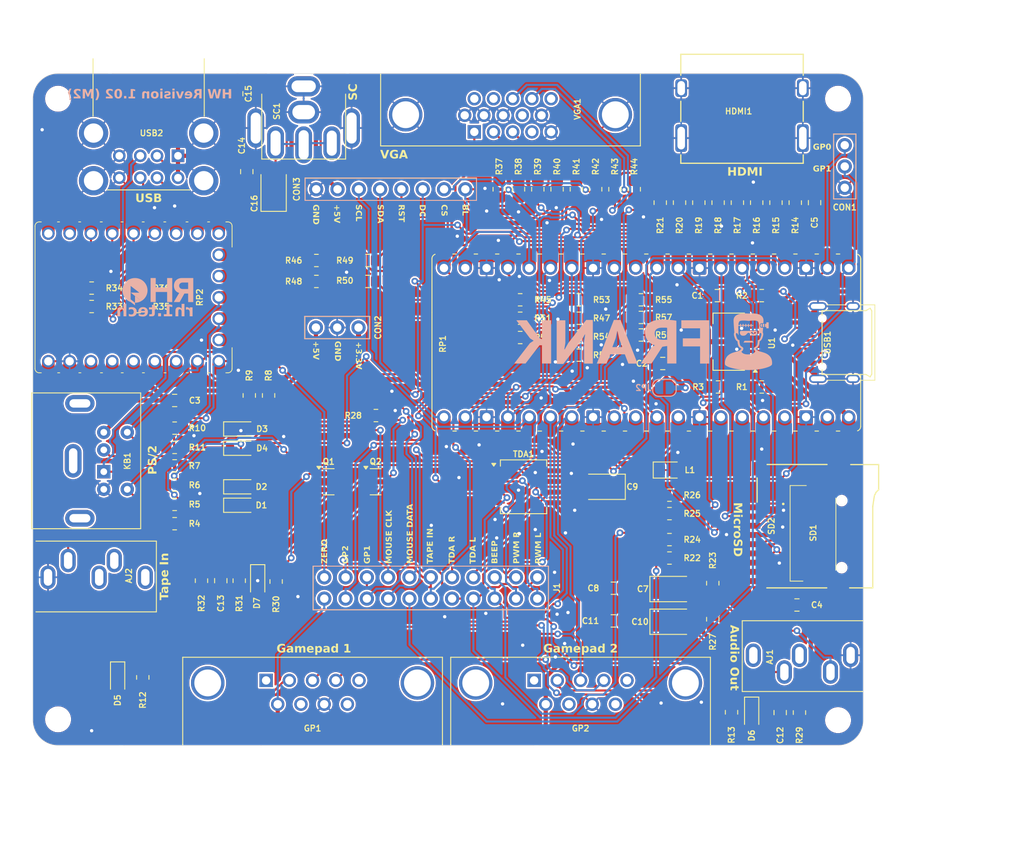
<source format=kicad_pcb>
(kicad_pcb (version 20241229) (generator "pcbnew") (generator_version "9.0")
  (title_block (title "FRANK M2") (date "2025-03-04") (rev "1.02") (company "Mikhail Matveev") (comment 1 "https://github.com/xtremespb/frank"))
  (layers (0 "F.Cu" signal) (2 "B.Cu" signal) (13 "F.Paste" user) (15 "B.Paste" user) (5 "F.SilkS" user "F.Silkscreen") (7 "B.SilkS" user "B.Silkscreen") (1 "F.Mask" user) (3 "B.Mask" user) (25 "Edge.Cuts" user))
  (net 0 "")
  (net 1 "/LOAD_IN_D")
  (net 2 "GND")
  (net 3 "/Audio Out/R*")
  (net 4 "/Audio Out/L*")
  (net 5 "/Audio Out/R")
  (net 6 "/Audio Out/L")
  (net 7 "VBUS")
  (net 8 "+3V3")
  (net 9 "/Composite/CVBS")
  (net 10 "/MS_DATA_3V")
  (net 11 "/MS_CLK_3V")
  (net 12 "/GP1_DATA")
  (net 13 "/GP2_DATA")
  (net 18 "Net-(GP1-Pad2)")
  (net 21 "Net-(GP2-Pad2)")
  (net 24 "/A_OUTR")
  (net 25 "/ZERO_VBUS")
  (net 26 "/A_OUTL")
  (net 27 "/A_OUTB")
  (net 28 "/A_TDAR")
  (net 29 "/Pico/GPIO8")
  (net 30 "/A_TDAL")
  (net 31 "Net-(JP2-A)")
  (net 32 "/MS_CLK")
  (net 33 "/KB_CLK")
  (net 34 "/KB_DATA")
  (net 35 "/MS_DATA")
  (net 36 "Net-(C7-Pad1)")
  (net 37 "Net-(C10-Pad1)")
  (net 38 "Net-(C13-Pad2)")
  (net 39 "Net-(USB1-CC1)")
  (net 40 "Net-(USB1-CC2)")
  (net 41 "Net-(USB2-D1+)")
  (net 42 "/USB_D1P")
  (net 43 "/USB_D2P")
  (net 44 "Net-(USB2-D2+)")
  (net 45 "/USB_D1M")
  (net 46 "Net-(USB2-D1-)")
  (net 47 "/USB_D2M")
  (net 48 "Net-(USB2-D2-)")
  (net 49 "Net-(C16-Pad1)")
  (net 50 "Net-(D7-K)")
  (net 51 "Net-(D7-A)")
  (net 52 "Net-(L1-A)")
  (net 53 "/Pico/GPIO23")
  (net 54 "/Pico/5V_PICO")
  (net 55 "/Pico/RUN")
  (net 56 "/Pico/5V_PICO_1")
  (net 57 "/Pico/GPIO23_1")
  (net 58 "/Zero/ZGPIO29")
  (net 60 "/Zero/ZGPIO1")
  (net 61 "/Zero/ZGPIO28")
  (net 62 "/Zero/ZGPIO7")
  (net 63 "/Zero/ZGPIO26_1")
  (net 64 "/Zero/ZGPIO27_1")
  (net 65 "/Zero/ZGPIO10_1")
  (net 66 "/Zero/ZGPIO13")
  (net 67 "/Zero/ZGPIO6")
  (net 68 "/Zero/ZGPIO0_1")
  (net 69 "/Zero/ZGPIO8_1")
  (net 70 "/Zero/ZGPIO9_1")
  (net 71 "/Micro SD/DAT1")
  (net 72 "/Micro SD/DAT2")
  (net 73 "/Micro SD/POL")
  (net 74 "/Micro SD/DET")
  (net 75 "Net-(Q1-B)")
  (net 76 "Net-(R37-Pad2)")
  (net 77 "Net-(R38-Pad2)")
  (net 78 "Net-(R39-Pad2)")
  (net 79 "Net-(R43-Pad1)")
  (net 80 "Net-(R44-Pad1)")
  (net 81 "Net-(R45-Pad2)")
  (net 82 "Net-(R48-Pad1)")
  (net 83 "Net-(R50-Pad1)")
  (net 84 "Net-(R52-Pad1)")
  (net 85 "Net-(R54-Pad1)")
  (net 86 "Net-(R56-Pad1)")
  (net 87 "/Power/D-")
  (net 89 "/Power/D+")
  (net 91 "/Pico/GPIO29")
  (net 92 "/Pico/GPIO29_1")
  (net 93 "Net-(TDA1-FLT)")
  (net 94 "/Pico/GPIO28")
  (net 95 "/GPIO12")
  (net 96 "/GPIO6")
  (net 97 "/GPIO10")
  (net 98 "/GPIO13")
  (net 99 "/GPIO0")
  (net 100 "/GPIO1")
  (net 101 "/GPIO14")
  (net 102 "/GPIO15")
  (net 103 "/GPIO26")
  (net 104 "/GPIO27")
  (net 105 "/GPIO16")
  (net 106 "/GPIO22")
  (net 107 "/Pico/GPIO28_1")
  (net 108 "/GPIO21")
  (net 109 "/GPIO17")
  (net 110 "/GPIO19")
  (net 111 "/GPIO18")
  (net 112 "/GPIO20")
  (net 113 "/GPIO5")
  (net 114 "/GPIO2")
  (net 115 "/GPIO4")
  (net 116 "/GPIO3")
  (net 122 "Net-(HDMI1-D0P)")
  (net 125 "Net-(HDMI1-CLKN)")
  (net 126 "Net-(HDMI1-D2P)")
  (net 127 "Net-(HDMI1-D1N)")
  (net 129 "Net-(HDMI1-D1P)")
  (net 130 "Net-(HDMI1-D0N)")
  (net 132 "Net-(HDMI1-D2N)")
  (net 134 "Net-(HDMI1-CLKP)")
  (net 138 "/GPIO9")
  (net 139 "/GPIO7")
  (net 140 "/GPIO11")
  (net 142 "/Pico/GPIO8_1")
  (net 143 "/Pico/RUN_1")
  (footprint "FRANK:Diode (SOD-323)" (layer "F.Cu") (at 131.6 101.3 -90)
    (property "Reference" "D7")
    (property "Value" "1N4148")
  )
  (footprint "FRANK:Mounting Hole (2.7mm)" (layer "F.Cu") (at 107.8 117.74)
    (property "Reference" "H3" (hide yes))
    (property "Value" "Hole 2.7mm")
  )
  (footprint "FRANK:Diode (SOD-323)" (layer "F.Cu") (at 129.55 90)
    (property "Reference" "D2")
    (property "Value" "3V3")
  )
  (footprint "FRANK:LED (0805)" (layer "F.Cu") (at 180.625 88)
    (property "Reference" "L1")
    (property "Value" "Green")
  )
  (footprint "FRANK:Resistor (0805)" (layer "F.Cu") (at 121.7 89.8)
    (property "Reference" "R6")
    (property "Value" "100R")
  )
  (footprint "FRANK:Capacitor (3528, tantalum, polar)" (layer "F.Cu") (at 181 106.1)
    (property "Reference" "C10")
    (property "Value" "10u")
  )
  (footprint "FRANK:Diode (SOD-323)" (layer "F.Cu") (at 190.5 117.1 -90)
    (property "Reference" "D6")
    (property "Value" "3V3")
  )
  (footprint "FRANK:Capacitor (0805)" (layer "F.Cu") (at 193.9 116.9375 90)
    (property "Reference" "C12")
    (property "Value" "100n")
  )
  (footprint "FRANK:Resistor (0805)" (layer "F.Cu") (at 160.4 54.5 90)
    (property "Reference" "R37")
    (property "Value" "330R")
  )
  (footprint "FRANK:Resistor (0805)" (layer "F.Cu") (at 111.8 68.492)
    (property "Reference" "R33")
    (property "Value" "22R")
  )
  (footprint "FRANK:Resistor (0805)" (layer "F.Cu") (at 165 54.5 90)
    (property "Reference" "R39")
    (property "Value" "330R")
  )
  (footprint "FRANK:Resistor (0805)" (layer "F.Cu") (at 169.6 54.5 90)
    (property "Reference" "R41")
    (property "Value" "1K")
  )
  (footprint "FRANK:Resistor (0805)" (layer "F.Cu") (at 193.4 56.1 -90)
    (property "Reference" "R15")
    (property "Value" "270R")
  )
  (footprint "FRANK:Resistor (0805)" (layer "F.Cu") (at 177.3 71.89 180)
    (property "Reference" "R58")
    (property "Value" "300R")
  )
  (footprint "FRANK:D-SUB (9 pin, male, top mount)" (layer "F.Cu") (at 164.56 113.1)
    (property "Reference" "GP2")
    (property "Value" "D-SUB 9 Male")
  )
  (footprint "FRANK:Resistor (0805)" (layer "F.Cu") (at 144.7 65.5 180)
    (property "Reference" "R50")
    (property "Value" "150R")
  )
  (footprint "FRANK:Resistor (0805)" (layer "F.Cu") (at 162.9 72.19 180)
    (property "Reference" "R52")
    (property "Value" "150R")
  )
  (footprint "FRANK:Pin Header (1x08)" (layer "F.Cu") (at 138.58 54.5 90)
    (property "Reference" "CON3")
    (property "Value" "Pin Header 1x08")
  )
  (footprint "FRANK:Capacitor (0805)" (layer "F.Cu") (at 174 106 180)
    (property "Reference" "C11")
    (property "Value" "10n")
  )
  (footprint "FRANK:Resistor (0805)" (layer "F.Cu") (at 174.2 54.5 90)
    (property "Reference" "R43")
    (property "Value" "100R")
  )
  (footprint "FRANK:Resistor (0805)" (layer "F.Cu") (at 180.7 98.5 180)
    (property "Reference" "R22")
    (property "Value" "1K")
  )
  (footprint "FRANK:Resistor (0805)" (layer "F.Cu") (at 117.9 112.74 -90)
    (property "Reference" "R12")
    (property "Value" "1K")
  )
  (footprint "FRANK:Resistor (0805)" (layer "F.Cu") (at 169.9 74.29 180)
    (property "Reference" "R56")
    (property "Value" "150R")
  )
  (footprint "FRANK:Resistor (0805)" (layer "F.Cu") (at 177.3 69.79 180)
    (property "Reference" "R57")
    (property "Value" "270R")
  )
  (footprint "FRANK:Resistor (0805)" (layer "F.Cu") (at 186.5 78.09 180)
    (property "Reference" "R3")
    (property "Value" "1K")
  )
  (footprint "FRANK:Capacitor (0805)" (layer "F.Cu") (at 198 56.1 -90)
    (property "Reference" "C5")
    (property "Value" "100n")
  )
  (footprint "FRANK:Resistor (0805)" (layer "F.Cu") (at 145.7 81.5)
    (property "Reference" "R28")
    (property "Value" "10K")
  )
  (footprint "FRANK:Resistor (0805)" (layer "F.Cu") (at 121.7 83)
    (property "Reference" "R10")
    (property "Value" "100R")
  )
  (footprint "FRANK:Resistor (0805)" (layer "F.Cu") (at 111.8 66.292)
    (property "Reference" "R34")
    (property "Value" "22R")
  )
  (footprint "FRANK:Resistor (0805)" (layer "F.Cu") (at 180.7 93.2 180)
    (property "Reference" "R25")
    (property "Value" "2K")
  )
  (footprint "FRANK:SOT-23" (layer "F.Cu") (at 140.0625 89.4)
    (property "Reference" "Q1")
    (property "Value" "BC850")
  )
  (footprint "FRANK:Capacitor (3528, tantalum, polar)" (layer "F.Cu") (at 181 102.2)
    (property "Reference" "C7")
    (property "Value" "10u")
  )
  (footprint "FRANK:Resistor (0805)" (layer "F.Cu") (at 169.9 72.09)
    (property "Reference" "R54")
    (property "Value" "150R")
  )
  (footprint "FRANK:USB Type C" (layer "F.Cu") (at 205.185 72.79 90)
    (property "Reference" "USB1")
    (property "Value" "USB4215")
  )
  (footprint "FRANK:Resistor (0805)" (layer "F.Cu") (at 144.7 63 180)
    (property "Reference" "R49")
    (property "Value" "270R")
  )
  (footprint "FRANK:Capacitor (0805)" (layer "F.Cu") (at 174 102.1 180)
    (property "Reference" "C8")
    (property "Value" "10n")
  )
  (footprint "FRANK:Resistor (0805)" (layer "F.Cu") (at 138.6 65.5 180)
    (property "Reference" "R48")
    (property "Value" "150R")
  )
  (footprint "FRANK:SOIC-8" (layer "F.Cu") (at 163.3 90)
    (property "Reference" "TDA1")
    (property "Value" "TDA1387T")
  )
  (footprint "FRANK:Resistor (0805)" (layer "F.Cu") (at 121.7 92.1)
    (property "Reference" "R5")
    (property "Value" "100R")
  )
  (footprint "FRANK:Resistor (0805)" (layer "F.Cu") (at 124.9 101.2 -90)
    (property "Reference" "R32")
    (property "Value" "100R")
  )
  (footprint "FRANK:Resistor (0805)" (layer "F.Cu") (at 181.9 56.1 -90)
    (property "Reference" "R20")
    (property "Value" "270R")
  )
  (footprint "FRANK:Resistor (0805)" (layer "F.Cu") (at 188.1 116.9 -90)
    (property "Reference" "R13")
    (property "Value" "1K")
  )
  (footprint "FRANK:Resistor (0805)" (layer "F.Cu") (at 176.5 54.5 90)
    (property "Reference" "R44")
    (property "Value" "100R")
  )
  (footprint "FRANK:Resistor (0805)" (layer "F.Cu") (at 162.9 67.69 180)
    (property "Reference" "R45")
    (property "Value" "750R")
  )
  (footprint "FRANK:MicroSD (SMD, long)" (layer "F.Cu") (at 189.94 94.7 -90)
    (property "Reference" "SD2")
    (property "Value" "104031-0811")
  )
  (footprint "FRANK:SOT-223" (layer "F.Cu") (at 187.8 72.69 180)
    (property "Reference" "U1")
    (property "Value" "NCP1117 3.3")
  )
  (footprint "FRANK:Capacitor (0805)" (layer "F.Cu") (at 121.7 79.7)
    (property "Reference" "C3")
    (property "Value" "100n")
  )
  (footprint "FRANK:Diode (SOD-323)" (layer "F.Cu") (at 114.9 112.9 -90)
    (property "Reference" "D5")
    (property "Value" "3V3")
  )
  (footprint "FRANK:SOT-23" (layer "F.Cu") (at 145.6625 89.4)
    (property "Reference" "Q2")
    (property "Value" "BC850")
  )
  (footprint "FRANK:Capacitor (0805)" (layer "F.Cu") (at 195.9 104.1)
    (property "Reference" "C4")
    (property "Value" "100n")
  )
  (footprint "FRANK:Jack (3.5mm)" (layer "F.Cu") (at 202.3 110.1 -90)
    (property "Reference" "AJ1")
    (property "Value" "SJ1-353XNG")
  )
  (footprint "FRANK:Resistor (0805)" (layer "F.Cu") (at 117.4 66.3)
    (property "Reference" "R36")
    (property "Value" "22R")
  )
  (footprint "FRANK:Pin Header (1x03)" (layer "F.Cu") (at 201.6 54.325 180)
    (property "Reference" "CON1")
    (property "Value" "Pin Header 1x03")
  )
  (footprint "FRANK:Resistor (0805)" (layer "F.Cu") (at 121.7 94.4 180)
    (property "Reference" "R4")
    (property "Value" "1K")
  )
  (footprint "FRANK:Mounting Hole (2.7mm)" (layer "F.Cu") (at 200.8 117.84)
    (property "Reference" "H4" (hide yes))
    (property "Value" "Hole 2.7mm")
  )
  (footprint "FRANK:Jack (3.5mm)" (layer "F.Cu") (at 106.6 100.8 90)
    (property "Reference" "AJ2")
    (property "Value" "SJ1-353XNG")
  )
  (footprint "FRANK:Capacitor (3528, tantalum, polar)" (layer "F.Cu") (at 133.5 54.5 90)
    (property "Reference" "C16")
    (property "Value" "220u")
  )
  (footprint "FRANK:USB Type A (stacked)" (layer "F.Cu") (at 122.1 50.51 -90)
    (property "Reference" "USB2")
    (property "Value" "SS-52100-004")
  )
  (footprint "FRANK:Resistor (0805)" (layer "F.Cu") (at 191.7 78.09)
    (property "Reference" "R1")
    (property "Value" "5.1K")
  )
  (footprint "FRANK:Capacitor (0805)" (layer "F.Cu") (at 130.3 52.4 -90)
    (property "Reference" "C14")
    (property "Value" "10u")
  )
  (footprint "FRANK:Diode (SOD-323)" (layer "F.Cu") (at 129.55 85.4)
    (property "Reference" "D4")
    (property "Value" "3V3")
  )
  (footprint "FRANK:HDMI (female)" (layer "F.Cu") (at 189.35 48.4 180)
    (property "Reference" "HDMI1")
    (property "Value" "DC3RX19JA2")
  )
  (footprint "FRANK:Diode (SOD-323)" (layer "F.Cu") (at 129.55 92.2)
    (property "Reference" "D1")
    (property "Value" "3V3")
  )
  (footprint "FRANK:Resistor (0805)" (layer "F.Cu") (at 179.6 56.1 -90)
    (property "Reference" "R21")
    (property "Value" "270R")
  )
  (footprint "FRANK:Resistor (0805)" (layer "F.Cu") (at 130.6 79.1 90)
    (property "Reference" "R9")
    (property "Value" "1K")
  )
  (footprint "FRANK:Resistor (0805)" (layer "F.Cu") (at 132.9 79.1 90)
    (property "Reference" "R8")
    (property "Value" "1K")
  )
  (footprint "FRANK:Resistor (0805)" (layer "F.Cu") (at 180.7 96.3 180)
    (property "Reference" "R24")
    (property "Value" "2K")
  )
  (footprint "FRANK:D-SUB (15 pin, female)" (layer "F.Cu") (at 157.43 47.66 180)
    (property "Reference" "VGA1")
    (property "Value" "D-SUB 15 Female")
  )
  (footprint "FRANK:Raspberry Pi Zero" (layer "F.Cu") (at 116.8 67.4 90)
    (property "Reference" "RP2" (hide yes))
    (property "Value" "RP2040-Zero" (hide yes))
  )
  (footprint "FRANK:MicroSD (SMD, short)" (layer "F.Cu") (at 197.84 95.55 90)
    (property "Reference" "SD1")
    (property "Value" "0475710001" (hide yes))
  )
  (footprint "FRANK:Resistor (0805)" (layer "F.Cu") (at 121.7 85.3)
    (property "Reference" "R11")
    (property "Value" "100R")
  )
  (footprint "FRANK:Resistor (0805)" (layer "F.Cu") (at 133.8 101.3 90)
    (property "Reference" "R30")
    (property "Value" "10K")
  )
  (footprint "FRANK:Resistor (0805)" (layer "F.Cu") (at 121.7 87.5 180)
    (property "Reference" "R7")
    (property "Value" "1K")
  )
  (footprint "FRANK:Resistor (0805)" (layer "F.Cu") (at 180.7 91 180)
    (property "Reference" "R26")
    (property "Value" "1K")
  )
  (footprint "FRANK:Resistor (0805)" (layer "F.Cu") (at 162.9 69.89 180)
    (property "Reference" "R51")
    (property "Value" "270R")
  )
  (footprint "FRANK:Capacitor (0805)" (layer "F.Cu") (at 186.4 67.19 180)
    (property "Reference" "C1")
    (property "Value" "10u")
  )
  (footprint "FRANK:Pin Header (1x03)" (layer "F.Cu") (at 143.625 71 -90)
    (property "Reference" "CON2")
    (property "Value" "Pin Header 1x03")
  )
  (footprint "FRANK:Capacitor (0805)" (layer "F.Cu") (at 179.9 75.29 180)
    (property "Reference" "C2")
    (property "Value" "10u")
  )
  (footprint "FRANK:Resistor (0805)" (layer "F.Cu") (at 171.9 54.5 90)
    (property "Reference" "R42")
    (property "Value" "1K")
  )
  (footprint "FRANK:Resistor (0805)" (layer "F.Cu") (at 129.4 101.2 90)
    (property "Reference" "R31")
    (property "Value" "10K")
  )
  (footprint "FRANK:Resistor (0805)" (layer "F.Cu") (at 185.8625 101.5 90)
    (property "Reference" "R23")
    (property "Value" "330R")
  )
  (footprint "FRANK:Resistor (0805)" (layer "F.Cu") (at 188.8 56.1 -90)
    (property "Reference" "R17")
    (property "Value" "270R")
  )
  (footprint "FRANK:Resistor (0805)" (layer "F.Cu") (at 186.5 56.1 -90)
    (property "Reference" "R18")
    (property "Value" "270R")
  )
  (footprint "FRANK:Diode (SOD-323)" (layer "F.Cu") (at 129.55 83.1)
    (property "Reference" "D3")
    (property "Value" "3V3")
  )
  (footprint "FRANK:Resistor (0805)" (layer "F.Cu") (at 138.6 63)
    (property "Reference" "R46")
    (property "Value" "51R")
  )
  (footprint "FRANK:RCA" (layer "F.Cu") (at 137.085 45.9)
    (property "Reference" "SC1" (hide yes))
    (property "Value" "RCA-103" (hide yes))
  )
  (footprint "FRANK:D-SUB (9 pin, male, top mount)" (layer "F.Cu") (at 132.605 113.1)
    (property "Reference" "GP1")
    (property "Value" "D-SUB 9 Male")
  )
  (footprint "FRANK:Pin Header (2x11)" (layer "F.Cu") (at 164.94 100.8 -90)
    (property "Reference" "J1")
    (property "Value" "Pin Header 2x18" (hide yes))
  )
  (footprint "FRANK:MiniDIN (6 Pin, female)" (layer "F.Cu") (at 113.25 88.2 -90)
    (property "Reference" "KB1")
    (property "Value" "MDC-036")
  )
  (footprint "FRANK:Capacitor (0805)" (layer "F.Cu") (at 129.1 43.1 -90)
    (property "Reference" "C15")
    (property "Value" "10u")
  )
  (footprint "FRANK:Resistor (0805)" (layer "F.Cu") (at 169.9 69.89 180)
    (property "Reference" "R47")
    (property "Value" "270R")
  )
  (footprint "FRANK:Resistor (0805)" (layer "F.Cu") (at 162.7 54.5 90)
    (property "Reference" "R38")
    (property "Value" "330R")
  )
  (footprint "FRANK:Resistor (0805)" (layer "F.Cu") (at 177.3 67.69 180)
    (property "Reference" "R55")
    (property "Value" "270R")
  )
  (footprint "FRANK:Resistor (0805)" (layer "F.Cu") (at 196.2 116.9375 90)
    (property "Reference" "R29")
    (property "Value" "1K")
  )
  (footprint "FRANK:Resistor (0805)" (layer "F.Cu") (at 185.8625 105.8 -90)
    (property "Reference" "R27")
    (property "Value" "330R")
  )
  (footprint "FRANK:Resistor (0805)" (layer "F.Cu") (at 191.1 56.1 -90)
    (property "Reference" "R16")
    (property "Value" "270R")
  )
  (footprint "FRANK:Resistor (0805)" (layer "F.Cu") (at 184.2 56.1 -90)
    (property "Reference" "R19")
    (property "Value" "270R")
  )
  (footprint "FRANK:Resistor (0805)" (layer "F.Cu") (at 117.4 68.5)
    (property "Reference" "R35")
    (property "Value" "22R")
  )
  (footprint "FRANK:Resistor (0805)" (layer "F.Cu") (at 167.3 54.5 90)
    (property "Reference" "R40")
    (property "Value" "1K")
  )
  (footprint "FRANK:Resistor (0805)" (layer "F.Cu") (at 169.9 67.69 180)
    (property "Reference" "R53")
    (property "Value" "270R")
  )
  (footprint "FRANK:Resistor (0805)" (layer "F.Cu") (at 195.7 56.1 -90)
    (property "Reference" "R14")
    (property "Value" "270R")
  )
  (footprint "FRANK:Raspberry Pi Pico" (layer "F.Cu") (at 202.07 63.9 -90)
    (property "Reference" "RP1")
    (property "Value" "Rasberry Pi Pico")
  )
  (footprint "FRANK:Capacitor (0805)" (layer "F.Cu") (at 127.2 101.2 -90)
    (property "Reference" "C13")
    (property "Value" "100n")
  )
  (footprint "FRANK:Resistor (0805)" (layer "F.Cu") (at 191.7 67.19)
    (property "Reference" "R2")
    (property "Value" "5.1K")
  )
  (footprint "FRANK:Mounting Hole (2.7mm)" (layer "F.Cu") (at 200.8 43.7)
    (property "Reference" "H2" (hide yes))
    (property "Value" "Hole 2.7mm")
  )
  (footprint "FRANK:Capacitor (3528, tantalum, polar)" (layer "F.Cu") (at 172.8 90 180)
    (property "Reference" "C9")
    (property "Value" "10u")
  )
  (footprint "FRANK:Mounting Hole (2.7mm)" (layer "F.Cu") (at 107.8 43.7)
    (property "Reference" "H1" (hide yes))
    (property "Value" "Hole 2.7mm")
  )
  (footprint "FRANK:Jumper (solder)" (layer "B.Cu") (at 180.1 78.19)
    (property "Reference" "JP2")
    (property "Value" "Jumper (Solder)")
  )
  (gr_poly (pts (xy 165.497129 72.402812) (xy 165.23519 72.291687) (xy 163.687377 70.132687) (xy 162.441188 70.132687) (xy 164.076313 72.291687) (xy 164.504938 72.569499) (xy 164.060438 72.863187) (xy 162.187187 75.292062) (xy 163.536562 75.292062) (xy 165.211377 73.109249) (xy 165.497129 73.109249) (xy 165.497129 75.292062) (xy 166.592503 75.292062) (xy 166.592503 70.132687) (xy 165.497129 70.132687)) (stroke (width -0.000001)) (fill yes) (layer "B.SilkS"))
  (gr_poly (pts (xy 116.973124 67.595543) (xy 116.973124 68.039515) (xy 117.023589 68.038758) (xy 117.073901 68.036313) (xy 117.124019 68.032191) (xy 117.173901 68.026404) (xy 117.223508 68.018961) (xy 117.272798 68.009874) (xy 117.321731 67.999154) (xy 117.370267 67.986813) (xy 117.418364 67.97286) (xy 117.465982 67.957308) (xy 117.513081 67.940168) (xy 117.559619 67.92145) (xy 117.605557 67.901165) (xy 117.650853 67.879325) (xy 117.695467 67.855941) (xy 117.739359 67.831023) (xy 116.973124 67.236239)) (stroke (width -0.000001)) (fill yes) (layer "B.SilkS"))
  (gr_poly (pts (xy 182.110314 71.093125) (xy 184.348689 71.093125) (xy 184.348689 72.291687) (xy 182.292877 72.291687) (xy 182.292877 73.252124) (xy 184.348689 73.252124) (xy 184.348689 75.299999) (xy 185.444065 75.299999) (xy 185.444065 70.132687) (xy 182.110314 70.132687)) (stroke (width -0.000001)) (fill yes) (layer "B.SilkS"))
  (gr_poly (pts (xy 168.632437 72.847312) (xy 168.211753 73.601374) (xy 168.164127 73.601374) (xy 168.283189 72.839375) (xy 168.283189 70.132687) (xy 167.251314 70.132687) (xy 167.251314 75.339687) (xy 168.045065 75.339687) (xy 170.164378 72.60125) (xy 170.608878 71.823375) (xy 170.648566 71.823375) (xy 170.529502 72.609187) (xy 170.529502 75.3) (xy 171.561376 75.3) (xy 171.561376 70.092999) (xy 170.767628 70.092999)) (stroke (width -0.000001)) (fill yes) (layer "B.SilkS"))
  (gr_poly (pts (xy 120.801116 66.218651) (xy 119.44592 66.218651) (xy 119.44592 65.091526) (xy 118.831028 65.091526) (xy 118.831028 67.960668) (xy 119.44592 67.961198) (xy 119.44592 66.756814) (xy 120.801115 66.756814) (xy 120.801115 67.961198) (xy 121.412303 67.961198) (xy 121.412303 65.091526) (xy 120.801116 65.091526)) (stroke (width -0.000001)) (fill yes) (layer "B.SilkS"))
  (gr_poly (pts (xy 122.522681 65.092664) (xy 122.468688 65.096048) (xy 122.416103 65.101633) (xy 122.364949 65.109372) (xy 122.315252 65.119221) (xy 122.267036 65.131134) (xy 122.220326 65.145066) (xy 122.175146 65.160971) (xy 122.131521 65.178804) (xy 122.089475 65.198519) (xy 122.049034 65.220071) (xy 122.010221 65.243415) (xy 121.973062 65.268505) (xy 121.937581 65.295295) (xy 121.903803 65.32374) (xy 121.871752 65.353795) (xy 121.841452 65.385414) (xy 121.812929 65.418552) (xy 121.786207 65.453163) (xy 121.761311 65.489203) (xy 121.738265 65.526625) (xy 121.717094 65.565383) (xy 121.697822 65.605434) (xy 121.680475 65.64673) (xy 121.665076 65.689227) (xy 121.65165 65.73288) (xy 121.640223 65.777642) (xy 121.630818 65.823469) (xy 121.62346 65.870314) (xy 121.618174 65.918133) (xy 121.614984 65.966881) (xy 121.613915 66.01651) (xy 121.614836 66.063394) (xy 121.617557 66.108898) (xy 121.62202 66.153031) (xy 121.628165 66.195799) (xy 121.635932 66.23721) (xy 121.645264 66.27727) (xy 121.656099 66.315986) (xy 121.668378 66.353366) (xy 121.682043 66.389416) (xy 121.697034 66.424145) (xy 121.713291 66.457558) (xy 121.730755 66.489662) (xy 121.749366 66.520466) (xy 121.769066 66.549976) (xy 121.811493 66.605142) (xy 121.85756 66.655216) (xy 121.906792 66.700256) (xy 121.958713 66.740318) (xy 122.012849 66.775459) (xy 122.068725 66.805735) (xy 122.125864 66.831202) (xy 122.183793 66.851918) (xy 122.242036 66.867939) (xy 121.596982 67.960668) (xy 122.29654 67.961198) (xy 122.86169 66.94361) (xy 123.309365 66.94361) (xy 123.309365 67.963313) (xy 123.920023 67.963313) (xy 123.920023 66.403859) (xy 123.309365 66.403859) (xy 122.666957 66.403859) (xy 122.644263 66.403427) (xy 122.621936 66.402137) (xy 122.6 66.4) (xy 122.578477 66.397026) (xy 122.557392 66.393227) (xy 122.536766 66.388612) (xy 122.516623 66.383193) (xy 122.496987 66.376979) (xy 122.47788 66.369982) (xy 122.459325 66.362211) (xy 122.441347 66.353678) (xy 122.423967 66.344393) (xy 122.407209 66.334366) (xy 122.391097 66.323609) (xy 122.375653 66.312131) (xy 122.3609 66.299944) (xy 122.346862 66.287058) (xy 122.333562 66.273482) (xy 122.321023 66.259229) (xy 122.309268 66.244308) (xy 122.29832 66.228731) (xy 122.288203 66.212506) (xy 122.27894 66.195647) (xy 122.270553 66.178161) (xy 122.263066 66.160062) (xy 122.256503 66.141358) (xy 122.250885 66.12206) (xy 122.246237 66.102179) (xy 122.242582 66.081726) (xy 122.239942 66.060712) (xy 122.238341 66.039145) (xy 122.237803 66.017038) (xy 122.236215 66.01704) (xy 122.236754 65.994699) (xy 122.238355 65.972925) (xy 122.240995 65.951728) (xy 122.244652 65.931116) (xy 122.249302 65.911101) (xy 122.254922 65.891689) (xy 122.26149 65.872892) (xy 122.268982 65.854718) (xy 122.277376 65.837176) (xy 122.286648 65.820277) (xy 122.296776 65.804028) (xy 122.307736 65.78844) (xy 122.319507 65.773521) (xy 122.332063 65.759282) (xy 122.345384 65.745731) (xy 122.359445 65.732877) (xy 122.374224 65.720731) (xy 122.389698 65.7093) (xy 122.405843 65.698596) (xy 122.422638 65.688626) (xy 122.440058 65.6794) (xy 122.458082 65.670927) (xy 122.476685 65.663218) (xy 122.495846 65.65628) (xy 122.515541 65.650124) (xy 122.535746 65.644758) (xy 122.55644 65.640193) (xy 122.577599 65.636436) (xy 122.5992 65.633499) (xy 122.621221 65.631389) (xy 122.643638 65.630116) (xy 122.666428 65.62969) (xy 123.309365 65.62969) (xy 123.309365 66.403859) (xy 123.920023 66.403859) (xy 123.920023 65.091526) (xy 122.578056 65.091526)) (stroke (width -0.000001)) (fill yes) (layer "B.SilkS"))
  (gr_poly (pts (xy 189.2174 71.404191) (xy 189.198199 71.40858) (xy 189.18059 71.415669) (xy 189.16458 71.425275) (xy 189.150175 71.437211) (xy 189.137381 71.451294) (xy 189.126202 71.46734) (xy 189.116645 71.485163) (xy 189.108717 71.504578) (xy 189.102421 71.525402) (xy 189.097766 71.54745) (xy 189.094755 71.570537) (xy 189.093396 71.594479) (xy 189.093693 71.61909) (xy 189.095653 71.644187) (xy 189.099282 71.669585) (xy 189.104585 71.6951) (xy 189.111568 71.720545) (xy 189.120237 71.745738) (xy 189.130598 71.770494) (xy 189.142656 71.794627) (xy 189.156418 71.817954) (xy 189.171889 71.84029) (xy 189.189075 71.86145) (xy 189.207982 71.881249) (xy 189.228615 71.899503) (xy 189.250981 71.916028) (xy 189.275085 71.930639) (xy 189.300934 71.943151) (xy 189.328532 71.95338) (xy 189.357886 71.961141) (xy 189.389001 71.966249) (xy 189.436489 71.970947) (xy 189.480832 71.973229) (xy 189.522188 71.973239) (xy 189.560711 71.971117) (xy 189.596561 71.967008) (xy 189.629893 71.961052) (xy 189.660865 71.953393) (xy 189.689634 71.944173) (xy 189.716356 71.933535) (xy 189.741189 71.92162) (xy 189.764289 71.908572) (xy 189.785814 71.894533) (xy 189.80592 71.879645) (xy 189.824765 71.86405) (xy 189.842505 71.847892) (xy 189.859298 71.831312) (xy 189.890668 71.797457) (xy 189.920131 71.763626) (xy 189.948943 71.730958) (xy 189.97836 71.700591) (xy 189.993688 71.686628) (xy 190.009637 71.673667) (xy 190.026366 71.661851) (xy 190.044031 71.651323) (xy 190.062788 71.642225) (xy 190.082796 71.6347) (xy 190.10421 71.62889) (xy 190.127188 71.624937) (xy 190.150122 71.628845) (xy 190.171407 71.634525) (xy 190.191209 71.641846) (xy 190.209695 71.650672) (xy 190.22703 71.66087) (xy 190.243379 71.672306) (xy 190.258908 71.684847) (xy 190.273784 71.698359) (xy 190.302236 71.72776) (xy 190.33006 71.75944) (xy 190.358581 71.79233) (xy 190.389126 71.825359) (xy 190.423019 71.857457) (xy 190.441636 71.872824) (xy 190.461586 71.887556) (xy 190.483037 71.901522) (xy 190.506153 71.914586) (xy 190.531101 71.926615) (xy 190.558046 71.937476) (xy 190.587153 71.947034) (xy 190.618588 71.955157) (xy 190.652518 71.96171) (xy 190.689107 71.966559) (xy 190.728522 71.969572) (xy 190.770928 71.970613) (xy 190.816491 71.96955) (xy 190.865376 71.966249) (xy 190.896491 71.961839) (xy 190.925845 71.954688) (xy 190.953443 71.944985) (xy 190.979291 71.932918) (xy 191.003395 71.918677) (xy 191.025761 71.902451) (xy 191.046395 71.884428) (xy 191.065302 71.864798) (xy 191.082488 71.84375) (xy 191.097959 71.821471) (xy 191.11172 71.798153) (xy 191.123779 71.773982) (xy 191.134139 71.749149) (xy 191.142809 71.723842) (xy 191.149792 71.69825) (xy 191.155095 71.672562) (xy 191.158723 71.646967) (xy 191.160683 71.621654) (xy 191.160981 71.596812) (xy 191.159621 71.57263) (xy 191.156611 71.549297) (xy 191.155831 71.545562) (xy 191.016188 71.545562) (xy 191.014979 71.556135) (xy 191.012944 71.56827) (xy 191.009491 71.584009) (xy 191.00427 71.602632) (xy 190.996933 71.623418) (xy 190.987132 71.645645) (xy 190.981198 71.657074) (xy 190.974516 71.668593) (xy 190.967044 71.680113) (xy 190.958738 71.691542) (xy 190.949554 71.70279) (xy 190.939449 71.713769) (xy 190.928378 71.724387) (xy 190.916299 71.734555) (xy 190.903167 71.744181) (xy 190.88894 71.753177) (xy 190.873573 71.761453) (xy 190.857024 71.768917) (xy 190.839247 71.77548) (xy 190.8202 71.781052) (xy 190.799839 71.785542) (xy 190.778121 71.788861) (xy 190.755002 71.790919) (xy 190.730438 71.791625) (xy 190.70513 71.790919) (xy 190.681269 71.788861) (xy 190.658811 71.785542) (xy 190.637715 71.781052) (xy 190.617939 71.77548) (xy 190.59944 71.768917) (xy 190.582177 71.761453) (xy 190.566107 71.753177) (xy 190.551188 71.744181) (xy 190.537378 71.734554) (xy 190.524635 71.724387) (xy 190.512917 71.713769) (xy 190.502181 71.70279) (xy 190.492385 71.691542) (xy 190.483487 71.680112) (xy 190.475446 71.668593) (xy 190.468218 71.657074) (xy 190.461763 71.645645) (xy 190.456037 71.634396) (xy 190.450998 71.623418) (xy 190.442814 71.602632) (xy 190.436875 71.584009) (xy 190.432842 71.56827) (xy 190.430379 71.556135) (xy 190.428813 71.545562) (xy 190.627251 71.545562) (xy 190.62429 71.551515) (xy 190.621421 71.557468) (xy 190.618739 71.563421) (xy 190.617497 71.566398) (xy 190.616336 71.569375) (xy 190.615269 71.572351) (xy 190.614306 71.575328) (xy 190.613459 71.578304) (xy 190.61274 71.581281) (xy 190.61216 71.584257) (xy 190.611732 71.587234) (xy 190.611467 71.59021) (xy 190.611376 71.593187) (xy 190.611514 71.598372) (xy 190.611924 71.603502) (xy 190.612599 71.608572) (xy 190.61353 71.613573) (xy 190.614712 71.618499) (xy 190.616137 71.623342) (xy 190.617797 71.628095) (xy 190.619685 71.63275) (xy 190.621794 71.637301) (xy 190.624117 71.64174) (xy 190.626646 71.64606) (xy 190.629374 71.650253) (xy 190.632295 71.654313) (xy 190.635399 71.658231) (xy 190.638681 71.662002) (xy 190.642133 71.665617) (xy 190.645748 71.669069) (xy 190.649519 71.672351) (xy 190.653437 71.675455) (xy 190.657497 71.678376) (xy 190.66169 71.681104) (xy 190.66601 71.683633) (xy 190.670449 71.685956) (xy 190.675 71.688065) (xy 190.679655 71.689953) (xy 190.684408 71.691613) (xy 190.689251 71.693038) (xy 190.694177 71.694219) (xy 190.699178 71.695151) (xy 190.704248 71.695826) (xy 190.709379 71.696236) (xy 190.714563 71.696374) (xy 190.719748 71.696236) (xy 190.724878 71.695826) (xy 190.729948 71.695151) (xy 190.73495 71.694219) (xy 190.739875 71.693038) (xy 190.744718 71.691613) (xy 190.749471 71.689953) (xy 190.754127 71.688065) (xy 190.758678 71.685956) (xy 190.763116 71.683633) (xy 190.767436 71.681104) (xy 190.771629 71.678376) (xy 190.775689 71.675455) (xy 190.779608 71.672351) (xy 190.783378 71.669069) (xy 190.786993 71.665617) (xy 190.790445 71.662002) (xy 190.793727 71.658231) (xy 190.796832 71.654313) (xy 190.799752 71.650253) (xy 190.80248 71.64606) (xy 190.805009 71.64174) (xy 190.807332 71.637301) (xy 190.809441 71.63275) (xy 190.811329 71.628095) (xy 190.812989 71.623342) (xy 190.814414 71.618499) (xy 190.815596 71.613573) (xy 190.816528 71.608572) (xy 190.817202 71.603502) (xy 190.817612 71.598372) (xy 190.817751 71.593187) (xy 190.81766 71.590211) (xy 190.817394 71.587234) (xy 190.816966 71.584257) (xy 190.816386 71.581281) (xy 190.815667 71.578304) (xy 190.81482 71.575328) (xy 190.813857 71.572351) (xy 190.81279 71.569375) (xy 190.811629 71.566398) (xy 190.810387 71.563422) (xy 190.807705 71.557469) (xy 190.804836 71.551515) (xy 190.801875 71.545562) (xy 191.016188 71.545562) (xy 191.155831 71.545562) (xy 191.151955 71.527001) (xy 191.14566 71.505932) (xy 191.137731 71.486279) (xy 191.128175 71.46823) (xy 191.116996 71.451975) (xy 191.104201 71.437702) (xy 191.089796 71.4256) (xy 191.073787 71.415859) (xy 191.056178 71.408667) (xy 191.036977 71.404214) (xy 191.016188 71.402687) (xy 189.238188 71.402687)) (stroke (width -0.000001)) (fill yes) (layer "B.SilkS"))
  (gr_poly (pts (xy 191.668351 70.553628) (xy 191.661802 70.55438) (xy 191.65536 70.555618) (xy 191.649033 70.557328) (xy 191.642828 70.559497) (xy 191.636753 70.562112) (xy 191.630814 70.565161) (xy 191.625019 70.568629) (xy 191.619375 70.572505) (xy 191.61389 70.576774) (xy 191.60857 70.581424) (xy 191.603424 70.586442) (xy 191.593678 70.597529) (xy 191.584712 70.609929) (xy 191.576582 70.623539) (xy 191.569348 70.638253) (xy 191.563068 70.653967) (xy 191.557799 70.670577) (xy 191.553599 70.687977) (xy 191.550528 70.706063) (xy 191.548642 70.72473) (xy 191.548001 70.743875) (xy 191.548162 70.7535) (xy 191.548642 70.763019) (xy 191.549433 70.772419) (xy 191.550528 70.781686) (xy 191.551919 70.790808) (xy 191.553599 70.799772) (xy 191.555561 70.808565) (xy 191.557799 70.817172) (xy 191.560303 70.825583) (xy 191.563068 70.833782) (xy 191.566085 70.841757) (xy 191.569348 70.849496) (xy 191.57285 70.856985) (xy 191.576582 70.86421) (xy 191.580539 70.87116) (xy 191.584712 70.87782) (xy 191.589094 70.884178) (xy 191.593678 70.89022) (xy 191.598457 70.895934) (xy 191.603424 70.901307) (xy 191.60857 70.906325) (xy 191.61389 70.910975) (xy 191.619375 70.915244) (xy 191.625019 70.91912) (xy 191.630814 70.922588) (xy 191.636753 70.925637) (xy 191.642828 70.928252) (xy 191.649033 70.930421) (xy 191.65536 70.932131) (xy 191.661802 70.933369) (xy 191.668351 70.934121) (xy 191.675001 70.934375) (xy 191.722626 70.934375) (xy 191.722626 70.553375) (xy 191.675001 70.553375)) (stroke (width -0.000001)) (fill yes) (layer "B.SilkS"))
  (gr_poly (pts (xy 116.899419 65.095874) (xy 116.826197 65.100681) (xy 116.753569 65.10907) (xy 116.681657 65.120992) (xy 116.610584 65.136398) (xy 116.540473 65.155238) (xy 116.471446 65.177462) (xy 116.403628 65.203021) (xy 116.337139 65.231864) (xy 116.272104 65.263941) (xy 116.208645 65.299204) (xy 116.146885 65.337602) (xy 116.086947 65.379086) (xy 116.028954 65.423605) (xy 115.973028 65.47111) (xy 115.919292 65.521552) (xy 115.868129 65.5746) (xy 115.819872 65.629879) (xy 115.774572 65.687265) (xy 115.732282 65.746637) (xy 115.693053 65.807872) (xy 115.656935 65.870848) (xy 115.623981 65.935442) (xy 115.594241 66.001534) (xy 115.567768 66.069) (xy 115.544613 66.137719) (xy 115.524826 66.207568) (xy 115.50846 66.278425) (xy 115.495566 66.350167) (xy 115.486195 66.422673) (xy 115.480399 66.495821) (xy 115.478229 66.569488) (xy 115.480756 66.65441) (xy 115.488147 66.738538) (xy 115.500312 66.821685) (xy 115.51716 66.903669) (xy 115.538598 66.984304) (xy 115.564536 67.063405) (xy 115.594882 67.140788) (xy 115.629545 67.216268) (xy 115.668435 67.289659) (xy 115.711458 67.360778) (xy 115.758525 67.42944) (xy 115.809545 67.49546) (xy 115.864424 67.558653) (xy 115.923074 67.618834) (xy 115.985401 67.675819) (xy 116.051316 67.729422) (xy 116.097697 67.763853) (xy 116.145321 67.796428) (xy 116.194133 67.827114) (xy 116.244074 67.855883) (xy 116.29509 67.882701) (xy 116.347122 67.907538) (xy 116.400115 67.930362) (xy 116.454011 67.951143) (xy 116.521215 68.00406) (xy 116.971006 68.352781) (xy 116.971006 68.04216) (xy 116.971006 68.041101) (xy 116.674144 67.811442) (xy 116.521215 67.69238) (xy 116.454011 67.639463) (xy 116.454011 66.034502) (xy 116.971006 66.435081) (xy 117.413388 66.77851) (xy 117.489059 66.837247) (xy 116.971005 66.837247) (xy 117.858416 67.525163) (xy 117.901279 67.558501) (xy 117.858416 67.525693) (xy 117.789096 67.472776) (xy 116.971005 66.837776) (xy 116.971005 67.236235) (xy 117.737239 67.831018) (xy 117.750939 67.823073) (xy 117.764292 67.815078) (xy 117.777348 67.806983) (xy 117.790155 67.79874) (xy 117.81821 67.780295) (xy 117.845829 67.761227) (xy 117.873002 67.741544) (xy 117.899719 67.721253) (xy 117.92597 67.700362) (xy 117.951744 67.678879) (xy 117.977031 67.656812) (xy 118.001822 67.63417) (xy 118.001822 67.634168) (xy 118.026656 67.610331) (xy 118.050907 67.585947) (xy 118.074567 67.561027) (xy 118.097627 67.535583) (xy 118.120079 67.509626) (xy 118.141915 67.483167) (xy 118.163126 67.456218) (xy 118.183705 67.42879) (xy 118.203642 67.400894) (xy 118.22293 67.372542) (xy 118.241561 67.343745) (xy 118.259526 67.314514) (xy 118.276817 67.28486) (xy 118.293426 67.254795) (xy 118.309344 67.224331) (xy 118.324564 67.193478) (xy 118.341516 67.156609) (xy 118.357411 67.119332) (xy 118.372242 67.08167) (xy 118.386004 67.043645) (xy 118.398692 67.005281) (xy 118.410301 66.966599) (xy 118.420826 66.927624) (xy 118.430262 66.888377) (xy 118.438603 66.848882) (xy 118.445843 66.809161) (xy 118.451979 66.769237) (xy 118.457005 66.729133) (xy 118.460915 66.688871) (xy 118.463705 66.648475) (xy 118.465369 66.607968) (xy 118.465902 66.567371) (xy 118.463633 66.493842) (xy 118.457752 66.420834) (xy 118.44831 66.34847) (xy 118.435359 66.27687) (xy 118.418949 66.206157) (xy 118.399131 66.136452) (xy 118.375958 66.067876) (xy 118.34948 66.00055) (xy 118.319748 65.934597) (xy 118.286815 65.870137) (xy 118.250729 65.807293) (xy 118.211545 65.746185) (xy 118.169311 65.686935) (xy 118.12408 65.629665) (xy 118.075903 65.574495) (xy 118.024831 65.521548) (xy 117.971196 65.471199) (xy 117.915378 65.423775) (xy 117.8575 65.379325) (xy 117.797683 65.337899) (xy 117.736049 65.299546) (xy 117.672721 65.264317) (xy 117.607821 65.23226) (xy 117.541471 65.203426) (xy 117.473793 65.177863) (xy 117.404909 65.155622) (xy 117.334941 65.136752) (xy 117.264012 65.121302) (xy 117.192244 65.109323) (xy 117.119758 65.100863) (xy 117.046677 65.095973) (xy 116.973124 65.094701) (xy 116.973111 65.094701)) (stroke (width -0.000001)) (fill yes) (layer "B.SilkS"))
  (gr_poly (pts (xy 189.516001 72.791749) (xy 190.738376 72.791749) (xy 190.595501 72.577437) (xy 189.658876 72.577437)) (stroke (width -0.000001)) (fill yes) (layer "B.SilkS"))
  (gr_poly (pts (xy 190.431093 69.313938) (xy 190.283855 69.320076) (xy 190.127187 69.330999) (xy 189.97052 69.320076) (xy 189.823282 69.313938) (xy 189.685179 69.312346) (xy 189.55592 69.315062) (xy 189.435213 69.321847) (xy 189.322766 69.332464) (xy 189.218286 69.346673) (xy 189.121482 69.364237) (xy 189.03206 69.384917) (xy 188.94973 69.408475) (xy 188.874199 69.434672) (xy 188.805175 69.46327) (xy 188.742366 69.494031) (xy 188.685479 69.526716) (xy 188.634223 69.561087) (xy 188.588305 69.596905) (xy 188.547433 69.633933) (xy 188.511315 69.671932) (xy 188.47966 69.710663) (xy 188.452174 69.749888) (xy 188.428565 69.789369) (xy 188.408543 69.828868) (xy 188.391813 69.868145) (xy 188.378085 69.906964) (xy 188.367066 69.945085) (xy 188.358464 69.982269) (xy 188.347343 70.052877) (xy 188.342384 70.116881) (xy 188.34125 70.172374) (xy 188.344366 70.288429) (xy 188.352784 70.453411) (xy 188.379945 70.866905) (xy 188.411571 71.286352) (xy 188.4365 71.585249) (xy 188.428562 71.601124) (xy 188.422795 71.610327) (xy 188.4174 71.620053) (xy 188.412377 71.630267) (xy 188.407726 71.640935) (xy 188.403448 71.652022) (xy 188.399541 71.663492) (xy 188.396006 71.675311) (xy 188.392844 71.687444) (xy 188.390053 71.699856) (xy 188.387635 71.712512) (xy 188.385588 71.725378) (xy 188.383914 71.738418) (xy 188.382612 71.751597) (xy 188.381681 71.764881) (xy 188.381123 71.778235) (xy 188.380937 71.791624) (xy 188.381325 71.815824) (xy 188.38255 71.840861) (xy 188.384705 71.866829) (xy 188.387883 71.893819) (xy 188.392177 71.921926) (xy 188.397681 71.951242) (xy 188.404487 71.98186) (xy 188.412688 72.013874) (xy 188.430547 72.074196) (xy 188.448407 72.130332) (xy 188.466266 72.182561) (xy 188.484125 72.231163) (xy 188.501985 72.276416) (xy 188.519844 72.318599) (xy 188.537703 72.357992) (xy 188.555563 72.394874) (xy 188.565985 72.412454) (xy 188.57643 72.429476) (xy 188.586921 72.44594) (xy 188.597483 72.461847) (xy 188.608137 72.477194) (xy 188.618908 72.491984) (xy 188.629818 72.506216) (xy 188.640891 72.51989) (xy 188.65215 72.533005) (xy 188.663619 72.545562) (xy 188.675319 72.557562) (xy 188.687276 72.569003) (xy 188.699512 72.579886) (xy 188.71205 72.590211) (xy 188.724913 72.599978) (xy 188.738126 72.609186) (xy 188.755985 72.620969) (xy 188.764915 72.626627) (xy 188.773844 72.632007) (xy 188.782774 72.637014) (xy 188.787239 72.639349) (xy 188.791704 72.641557) (xy 188.796168 72.643624) (xy 188.800633 72.645541) (xy 188.805098 72.647295) (xy 188.809563 72.648874) (xy 188.81564 72.724652) (xy 188.818911 72.761193) (xy 188.822462 72.79671) (xy 188.826384 72.831111) (xy 188.830771 72.864303) (xy 188.835717 72.896192) (xy 188.841313 72.926686) (xy 188.850243 72.964281) (xy 188.859173 72.999736) (xy 188.868102 73.033145) (xy 188.877032 73.0646) (xy 188.885962 73.094195) (xy 188.894892 73.122023) (xy 188.903821 73.148177) (xy 188.912751 73.172749) (xy 188.922132 73.194521) (xy 188.932362 73.215211) (xy 188.943359 73.234855) (xy 188.955043 73.253488) (xy 188.967331 73.271144) (xy 188.980142 73.287858) (xy 188.993395 73.303665) (xy 189.007009 73.3186) (xy 189.020901 73.332698) (xy 189.034991 73.345994) (xy 189.049198 73.358522) (xy 189.063439 73.370318) (xy 189.077634 73.381416) (xy 189.091701 73.391852) (xy 189.105559 73.401659) (xy 189.119126 73.410874) (xy 189.159185 73.439151) (xy 189.195524 73.464452) (xy 189.227398 73.486776) (xy 189.241428 73.496822) (xy 189.254063 73.506124) (xy 189.254063 73.537874) (xy 189.254017 73.541564) (xy 189.253691 73.546556) (xy 189.253337 73.549482) (xy 189.252808 73.552664) (xy 189.252069 73.556078) (xy 189.251087 73.559702) (xy 189.249825 73.563512) (xy 189.24825 73.567484) (xy 189.246325 73.571597) (xy 189.244017 73.575825) (xy 189.241291 73.580147) (xy 189.238111 73.584538) (xy 189.234442 73.588976) (xy 189.232414 73.591205) (xy 189.230251 73.593437) (xy 189.227001 73.597992) (xy 189.223228 73.602723) (xy 189.218967 73.607616) (xy 189.214252 73.61266) (xy 189.209118 73.617844) (xy 189.203601 73.623156) (xy 189.191556 73.634116) (xy 189.178394 73.645449) (xy 189.164394 73.65706) (xy 189.135001 73.680749) (xy 189.118271 73.692558) (xy 189.100879 73.704158) (xy 189.082905 73.715526) (xy 189.064432 73.726638) (xy 189.02631 73.748001) (xy 188.987165 73.768061) (xy 188.947648 73.786634) (xy 188.90841 73.803532) (xy 188.870102 73.81857) (xy 188.833376 73.831561) (xy 188.808106 73.840507) (xy 188.780046 73.849545) (xy 188.749381 73.858769) (xy 188.716298 73.868272) (xy 188.563501 73.910936) (xy 188.393837 73.960546) (xy 188.347932 73.974344) (xy 188.301191 73.989071) (xy 188.253892 74.004915) (xy 188.206314 74.022061) (xy 188.15853 74.040585) (xy 188.110536 74.060493) (xy 188.062497 74.081866) (xy 188.014573 74.104785) (xy 187.966929 74.129332) (xy 187.919726 74.155588) (xy 187.873128 74.183635) (xy 187.827297 74.213554) (xy 187.782397 74.245426) (xy 187.73859 74.279333) (xy 187.696038 74.315356) (xy 187.654905 74.353576) (xy 187.615353 74.394076) (xy 187.577545 74.436936) (xy 187.541644 74.482237) (xy 187.507813 74.530062) (xy 187.486051 74.563453) (xy 187.465428 74.598135) (xy 187.445968 74.634096) (xy 187.427694 74.671325) (xy 187.410629 74.709809) (xy 187.394797 74.749537) (xy 187.38022 74.790498) (xy 187.366922 74.832679) (xy 187.354927 74.87607) (xy 187.344257 74.920658) (xy 187.334936 74.966433) (xy 187.326987 75.013381) (xy 187.320433 75.061492) (xy 187.315298 75.110755) (xy 187.311604 75.161157) (xy 187.309376 75.212686) (xy 187.3095 75.248529) (xy 187.309795 75.266683) (xy 187.310368 75.285116) (xy 187.311314 75.303921) (xy 187.312725 75.323191) (xy 187.314694 75.34302) (xy 187.317314 75.363499) (xy 187.317496 75.36945) (xy 187.318027 75.37539) (xy 187.318883 75.381306) (xy 187.320042 75.387188) (xy 187.32148 75.393022) (xy 187.323174 75.398799) (xy 187.3251 75.404506) (xy 187.327236 75.410132) (xy 187.329557 75.415664) (xy 187.332041 75.421092) (xy 187.334665 75.426404) (xy 187.337405 75.431588) (xy 187.340239 75.436632) (xy 187.343142 75.441525) (xy 187.346091 75.446256) (xy 187.349064 75.450812) (xy 187.355032 75.459726) (xy 187.361094 75.468547) (xy 187.364189 75.472894) (xy 187.367342 75.477182) (xy 187.370564 75.481401) (xy 187.373868 75.485538) (xy 187.377265 75.489583) (xy 187.380767 75.493522) (xy 187.384385 75.497346) (xy 187.388131 75.501041) (xy 187.392016 75.504597) (xy 187.396053 75.508002) (xy 187.400252 75.511244) (xy 187.404626 75.514312) (xy 187.422873 75.528854) (xy 187.441957 75.542837) (xy 187.461971 75.556449) (xy 187.483009 75.569874) (xy 187.505162 75.5833) (xy 187.528525 75.596911) (xy 187.579251 75.625437) (xy 187.632457 75.65221) (xy 187.690872 75.678891) (xy 187.754496 75.705385) (xy 187.823329 75.731601) (xy 187.89737 75.757444) (xy 187.976621 75.782822) (xy 188.061081 75.807643) (xy 188.15075 75.831812) (xy 188.341467 75.880785) (xy 188.549858 75.925945) (xy 188.774992 75.966455) (xy 189.015938 76.001476) (xy 189.271768 76.030172) (xy 189.54155 76.051705) (xy 189.824354 76.06524) (xy 190.119251 76.069937) (xy 190.302933 76.066803) (xy 190.481802 76.060496) (xy 190.655695 76.051188) (xy 190.824448 76.039055) (xy 190.987899 76.024271) (xy 191.145886 76.00701) (xy 191.298244 75.987448) (xy 191.444813 75.965757) (xy 191.585428 75.942113) (xy 191.719928 75.91669) (xy 191.848149 75.889663) (xy 191.969928 75.861205) (xy 192.085103 75.831492) (xy 192.193511 75.800698) (xy 192.29499 75.768996) (xy 192.389375 75.736562) (xy 192.450023 75.715711) (xy 192.50695 75.694766) (xy 192.560156 75.673636) (xy 192.585363 75.662972) (xy 192.609641 75.652226) (xy 192.632988 75.641388) (xy 192.655406 75.630445) (xy 192.676893 75.619385) (xy 192.69745 75.608198) (xy 192.717076 75.596871) (xy 192.735773 75.585393) (xy 192.753539 75.573752) (xy 192.770375 75.561937) (xy 192.780609 75.55598) (xy 192.790483 75.55) (xy 192.800007 75.543973) (xy 192.809195 75.537877) (xy 192.818057 75.531687) (xy 192.826605 75.525381) (xy 192.83485 75.518936) (xy 192.842805 75.512328) (xy 192.850481 75.505533) (xy 192.85789 75.49853) (xy 192.865042 75.491294) (xy 192.871951 75.483802) (xy 192.878627 75.476031) (xy 192.885082 75.467958) (xy 192.891327 75.45956) (xy 192.897375 75.450812) (xy 192.903298 75.441851) (xy 192.909034 75.432705) (xy 192.911774 75.428004) (xy 192.914398 75.423186) (xy 192.916882 75.418229) (xy 192.919204 75.413109) (xy 192.921339 75.407803) (xy 192.923265 75.402288) (xy 192.924959 75.39654) (xy 192.926397 75.390537) (xy 192.927556 75.384254) (xy 192.928412 75.377669) (xy 192.928943 75.370759) (xy 192.929125 75.363499) (xy 192.931745 75.345299) (xy 192.933714 75.326541) (xy 192.935125 75.30741) (xy 192.936071 75.288093) (xy 192.936644 75.268777) (xy 192.936939 75.249646) (xy 192.937063 75.212687) (xy 192.9366 75.174273) (xy 192.935218 75.136428) (xy 192.93293 75.099165) (xy 192.929746 75.062494) (xy 192.925678 75.026429) (xy 192.920738 74.990979) (xy 192.914938 74.956158) (xy 192.90829 74.921976) (xy 192.900804 74.888445) (xy 192.892492 74.855577) (xy 192.883367 74.823383) (xy 192.873439 74.791875) (xy 192.862721 74.761065) (xy 192.851223 74.730964) (xy 192.838959 74.701584) (xy 192.825938 74.672937) (xy 192.812177 74.64494) (xy 192.797707 74.617514) (xy 192.782563 74.590669) (xy 192.766779 74.564416) (xy 192.75039 74.538769) (xy 192.733432 74.513737) (xy 192.715939 74.489334) (xy 192.697946 74.46557) (xy 192.679488 74.442457) (xy 192.660599 74.420007) (xy 192.641316 74.398231) (xy 192.621671 74.377141) (xy 192.601702 74.356749) (xy 192.581441 74.337066) (xy 192.560925 74.318104) (xy 192.540188 74.299875) (xy 192.497888 74.265255) (xy 192.454426 74.232762) (xy 192.40994 74.202293) (xy 192.364571 74.173743) (xy 192.318457 74.147006) (xy 192.271739 74.121979) (xy 192.224556 74.098556) (xy 192.177047 74.076633) (xy 192.129353 74.056105) (xy 192.081611 74.036868) (xy 191.986547 74.001847) (xy 191.892972 73.970732) (xy 191.802001 73.942687) (xy 191.745911 73.925541) (xy 191.691124 73.909697) (xy 191.587688 73.881172) (xy 191.496159 73.855623) (xy 191.456254 73.843499) (xy 191.421001 73.831562) (xy 191.393529 73.821919) (xy 191.364942 73.810974) (xy 191.33561 73.798913) (xy 191.305907 73.785921) (xy 191.276203 73.772186) (xy 191.246872 73.757892) (xy 191.218284 73.743226) (xy 191.190813 73.728374) (xy 191.176124 73.72084) (xy 191.161854 73.71312) (xy 191.148048 73.705213) (xy 191.134754 73.697121) (xy 191.122019 73.688842) (xy 191.109888 73.680377) (xy 191.098408 73.671727) (xy 191.087625 73.66289) (xy 191.077587 73.653867) (xy 191.06834 73.644658) (xy 191.059929 73.635264) (xy 191.056053 73.630496) (xy 191.052403 73.625683) (xy 191.048985 73.620823) (xy 191.045806 73.615916) (xy 191.042871 73.610963) (xy 191.040186 73.605963) (xy 191.037757 73.600917) (xy 191.035589 73.595824) (xy 191.033689 73.590685) (xy 191.032062 73.585499) (xy 191.026481 73.576926) (xy 191.02397 73.572889) (xy 191.021644 73.569004) (xy 191.019505 73.565258) (xy 191.017551 73.56164) (xy 191.015784 73.558138) (xy 191.014203 73.554741) (xy 191.012808 73.551437) (xy 191.011598 73.548214) (xy 191.010575 73.545061) (xy 191.009738 73.541967) (xy 191.009087 73.538918) (xy 191.008622 73.535905) (xy 191.008343 73.532915) (xy 191.00825 73.529936) (xy 191.00825 73.498186) (xy 191.020885 73.488884) (xy 191.034915 73.478838) (xy 191.066789 73.456514) (xy 191.103128 73.431213) (xy 191.143187 73.402936) (xy 191.170612 73.383914) (xy 191.184679 73.373479) (xy 191.198874 73.36238) (xy 191.213115 73.350585) (xy 191.227322 73.338056) (xy 191.241412 73.324761) (xy 191.255304 73.310663) (xy 191.268918 73.295728) (xy 191.282171 73.27992) (xy 191.294982 73.263206) (xy 191.30727 73.24555) (xy 191.318954 73.226918) (xy 191.329951 73.207274) (xy 191.340181 73.186583) (xy 191.349562 73.164811) (xy 191.355422 73.154025) (xy 191.361096 73.142518) (xy 191.366584 73.130313) (xy 191.371886 73.117434) (xy 191.377002 73.103904) (xy 191.381932 73.089746) (xy 191.391234 73.059639) (xy 191.399792 73.0273) (xy 191.407605 72.992915) (xy 191.414675 72.956669) (xy 191.421 72.918749) (xy 191.426596 72.885976) (xy 191.431542 72.853016) (xy 191.435929 72.819685) (xy 191.439851 72.785796) (xy 191.446673 72.715598) (xy 191.45275 72.640936) (xy 191.457215 72.639357) (xy 191.461679 72.637603) (xy 191.466144 72.635687) (xy 191.470609 72.633619) (xy 191.475074 72.631412) (xy 191.479539 72.629077) (xy 191.488469 72.624069) (xy 191.497398 72.61869) (xy 191.506328 72.613031) (xy 191.524187 72.601249) (xy 191.533026 72.595201) (xy 191.54169 72.588955) (xy 191.550192 72.5825) (xy 191.558542 72.575824) (xy 191.566753 72.568915) (xy 191.574835 72.561763) (xy 191.582802 72.554354) (xy 191.590664 72.546678) (xy 191.598433 72.538724) (xy 191.60612 72.530478) (xy 191.613738 72.52193) (xy 191.621298 72.513068) (xy 191.628811 72.503881) (xy 191.636289 72.494356) (xy 191.643744 72.484483) (xy 191.651187 72.474249) (xy 191.665799 72.454426) (xy 191.679899 72.433616) (xy 191.693534 72.411758) (xy 191.70675 72.388797) (xy 191.719594 72.364672) (xy 191.732113 72.339327) (xy 191.744352 72.312702) (xy 191.756359 72.284741) (xy 191.779862 72.224574) (xy 191.802992 72.158361) (xy 191.826122 72.085637) (xy 191.849625 72.005936) (xy 191.857826 71.973923) (xy 191.864632 71.943304) (xy 191.870135 71.913988) (xy 191.874429 71.885882) (xy 191.877608 71.858891) (xy 191.879762 71.832924) (xy 191.880987 71.807886) (xy 191.881121 71.799562) (xy 191.659126 71.799562) (xy 191.659079 71.815189) (xy 191.658754 71.832304) (xy 191.65787 71.850907) (xy 191.656149 71.870999) (xy 191.654888 71.881603) (xy 191.653312 71.892579) (xy 191.651388 71.903927) (xy 191.64908 71.915647) (xy 191.646354 71.92774) (xy 191.643173 71.940204) (xy 191.639505 71.95304) (xy 191.635314 71.966249) (xy 191.617811 72.023563) (xy 191.600959 72.076506) (xy 191.584665 72.12517) (xy 191.568837 72.169647) (xy 191.55338 72.210033) (xy 191.538203 72.246418) (xy 191.53069 72.26314) (xy 191.523212 72.278897) (xy 191.515757 72.2937) (xy 191.508313 72.307562) (xy 191.500961 72.320588) (xy 191.493772 72.332893) (xy 191.486722 72.344501) (xy 191.479788 72.355435) (xy 191.472947 72.365717) (xy 191.466176 72.375371) (xy 191.459452 72.384421) (xy 191.452751 72.39289) (xy 191.44605 72.4008) (xy 191.439325 72.408176) (xy 191.432554 72.41504) (xy 191.425714 72.421415) (xy 191.41878 72.427326) (xy 191.41173 72.432794) (xy 191.404541 72.437844) (xy 191.397188 72.442499) (xy 191.391323 72.446784) (xy 191.385608 72.450731) (xy 191.380009 72.454376) (xy 191.374492 72.457754) (xy 191.369022 72.460899) (xy 191.363563 72.463846) (xy 191.35808 72.466631) (xy 191.35254 72.469288) (xy 191.341145 72.474357) (xy 191.3291 72.479334) (xy 191.301938 72.490124) (xy 191.230501 72.513936) (xy 191.230501 72.593311) (xy 191.229788 72.634937) (xy 191.227772 72.676283) (xy 191.224641 72.717071) (xy 191.220579 72.757022) (xy 191.215773 72.795857) (xy 191.210409 72.833297) (xy 191.204673 72.869062) (xy 191.198751 72.902874) (xy 191.195685 72.919055) (xy 191.192457 72.934841) (xy 191.185604 72.965134) (xy 191.17838 72.993566) (xy 191.170969 73.019952) (xy 191.163559 73.044106) (xy 191.156335 73.065841) (xy 191.149482 73.084971) (xy 191.143188 73.101311) (xy 191.137138 73.111636) (xy 191.130879 73.121775) (xy 191.124387 73.131728) (xy 191.117639 73.141495) (xy 191.110613 73.151076) (xy 191.103284 73.160471) (xy 191.095629 73.169679) (xy 191.087626 73.178702) (xy 191.07925 73.187539) (xy 191.070479 73.196189) (xy 191.06129 73.204654) (xy 191.051659 73.212932) (xy 191.041563 73.221025) (xy 191.030978 73.228931) (xy 191.019882 73.236652) (xy 191.008251 73.244186) (xy 190.986376 73.259131) (xy 190.962734 73.274448) (xy 190.93779 73.290509) (xy 190.912008 73.307686) (xy 190.898949 73.31681) (xy 190.885855 73.326352) (xy 190.872784 73.336359) (xy 190.859795 73.346878) (xy 190.846945 73.357955) (xy 190.834292 73.369636) (xy 190.821896 73.381969) (xy 190.809813 73.394999) (xy 190.778063 73.426749) (xy 190.778063 73.545811) (xy 190.778429 73.5592) (xy 190.779505 73.572554) (xy 190.781255 73.585838) (xy 190.783644 73.599018) (xy 190.786638 73.612058) (xy 190.790202 73.624923) (xy 190.794301 73.637579) (xy 190.798899 73.649992) (xy 190.803963 73.662124) (xy 190.809457 73.673944) (xy 190.815346 73.685414) (xy 190.821595 73.6965) (xy 190.828171 73.707168) (xy 190.835036 73.717383) (xy 190.842158 73.727109) (xy 190.849501 73.736312) (xy 190.854056 73.742263) (xy 190.858787 73.748202) (xy 190.86368 73.754119) (xy 190.868724 73.76) (xy 190.873908 73.765835) (xy 190.87922 73.771612) (xy 190.884648 73.777319) (xy 190.89018 73.782944) (xy 190.895806 73.788477) (xy 190.901513 73.793905) (xy 190.90729 73.799217) (xy 190.913125 73.8044) (xy 190.919006 73.809445) (xy 190.924922 73.814338) (xy 190.930862 73.819068) (xy 190.936813 73.823624) (xy 190.911404 73.869761) (xy 190.882739 73.912921) (xy 190.850725 73.953105) (xy 190.81527 73.990312) (xy 190.77628 74.024542) (xy 190.733663 74.055796) (xy 190.687324 74.084074) (xy 190.637172 74.109374) (xy 190.583114 74.131699) (xy 190.525055 74.151046) (xy 190.462904 74.167417) (xy 190.396567 74.180812) (xy 190.325951 74.19123) (xy 190.250963 74.198671) (xy 190.171511 74.203136) (xy 190.087501 74.204624) (xy 190.007686 74.203322) (xy 189.931929 74.199415) (xy 189.860195 74.192904) (xy 189.825825 74.188672) (xy 189.792449 74.183788) (xy 189.76006 74.178254) (xy 189.728656 74.172068) (xy 189.698231 74.165231) (xy 189.668782 74.157743) (xy 189.640303 74.149604) (xy 189.612791 74.140814) (xy 189.586241 74.131373) (xy 189.560649 74.121281) (xy 189.53601 74.110537) (xy 189.512321 74.099142) (xy 189.489576 74.087097) (xy 189.467771 74.0744) (xy 189.446903 74.061052) (xy 189.426966 74.047053) (xy 189.407956 74.032402) (xy 189.389869 74.017101) (xy 189.372701 74.001148) (xy 189.356447 73.984545) (xy 189.341103 73.96729) (xy 189.326664 73.949384) (xy 189.313127 73.930827) (xy 189.300486 73.911619) (xy 189.288737 73.89176) (xy 189.277877 73.871249) (xy 189.298682 73.856336) (xy 189.319301 73.841236) (xy 189.339547 73.825764) (xy 189.349473 73.81783) (xy 189.359236 73.809734) (xy 189.368813 73.801451) (xy 189.378181 73.79296) (xy 189.387316 73.784235) (xy 189.396195 73.775255) (xy 189.404795 73.765996) (xy 189.413093 73.756435) (xy 189.421066 73.746548) (xy 189.428689 73.736312) (xy 189.436032 73.725801) (xy 189.443154 73.715104) (xy 189.450019 73.704221) (xy 189.456595 73.693152) (xy 189.462844 73.681897) (xy 189.468733 73.670455) (xy 189.474227 73.658828) (xy 189.479291 73.647015) (xy 189.483889 73.635016) (xy 189.487988 73.62283) (xy 189.491552 73.610459) (xy 189.494546 73.597902) (xy 189.496935 73.585158) (xy 189.498685 73.572229) (xy 189.499761 73.559114) (xy 189.500127 73.545812) (xy 189.500127 73.426749) (xy 189.468377 73.394999) (xy 189.456381 73.381969) (xy 189.444223 73.369636) (xy 189.431926 73.357955) (xy 189.419512 73.346878) (xy 189.407005 73.336359) (xy 189.394428 73.326352) (xy 189.381805 73.31681) (xy 189.369158 73.307687) (xy 189.343888 73.290509) (xy 189.318804 73.274448) (xy 189.269939 73.244187) (xy 189.258221 73.236739) (xy 189.246886 73.229257) (xy 189.235947 73.221705) (xy 189.225415 73.214049) (xy 189.215301 73.206253) (xy 189.205618 73.198282) (xy 189.196376 73.190103) (xy 189.187588 73.181679) (xy 189.179265 73.172976) (xy 189.171418 73.163959) (xy 189.16406 73.154593) (xy 189.157202 73.144844) (xy 189.150855 73.134676) (xy 189.145032 73.124055) (xy 189.139744 73.112945) (xy 189.135002 73.101312) (xy 189.128708 73.087251) (xy 189.121855 73.06919) (xy 189.114631 73.047594) (xy 189.107221 73.022929) (xy 189.09981 72.995659) (xy 189.092586 72.96625) (xy 189.085733 72.935167) (xy 189.079439 72.902874) (xy 189.073517 72.869062) (xy 189.067781 72.833297) (xy 189.062417 72.795857) (xy 189.057611 72.757023) (xy 189.053549 72.717072) (xy 189.050417 72.676283) (xy 189.048402 72.634937) (xy 189.047689 72.593312) (xy 189.047689 72.513937) (xy 188.976251 72.490124) (xy 188.961741 72.484171) (xy 188.947974 72.478218) (xy 188.934952 72.472265) (xy 188.922673 72.466312) (xy 188.911139 72.460359) (xy 188.900349 72.454406) (xy 188.890303 72.448453) (xy 188.881001 72.442499) (xy 188.876536 72.43943) (xy 188.872072 72.436174) (xy 188.867607 72.432732) (xy 188.863142 72.429105) (xy 188.858677 72.425291) (xy 188.854212 72.421291) (xy 188.849747 72.417105) (xy 188.845283 72.412734) (xy 188.840818 72.408176) (xy 188.836353 72.403432) (xy 188.831888 72.398502) (xy 188.827423 72.393386) (xy 188.822958 72.388084) (xy 188.818493 72.382596) (xy 188.814029 72.376922) (xy 188.809564 72.371062) (xy 188.799233 72.357097) (xy 188.789053 72.341947) (xy 188.77899 72.325541) (xy 188.769008 72.30781) (xy 188.749149 72.268091) (xy 188.729197 72.222234) (xy 188.708873 72.169679) (xy 188.687897 72.109868) (xy 188.665991 72.042245) (xy 188.642876 71.966249) (xy 188.637295 71.940204) (xy 188.632458 71.915648) (xy 188.628366 71.89258) (xy 188.625017 71.871) (xy 188.622412 71.850908) (xy 188.620552 71.832304) (xy 188.619436 71.815189) (xy 188.619064 71.799562) (xy 188.619155 71.792216) (xy 188.61942 71.785067) (xy 188.619848 71.778127) (xy 188.620428 71.771409) (xy 188.621147 71.764923) (xy 188.621994 71.758681) (xy 188.622957 71.752695) (xy 188.624025 71.746976) (xy 188.625185 71.741537) (xy 188.626427 71.736388) (xy 188.627739 71.731541) (xy 188.629109 71.727008) (xy 188.630526 71.722801) (xy 188.631977 71.718931) (xy 188.633452 71.71541) (xy 188.634938 71.71225) (xy 188.636429 71.709364) (xy 188.63793 71.706653) (xy 188.639456 71.704105) (xy 188.641016 71.701707) (xy 188.642622 71.69945) (xy 188.644287 71.69732) (xy 188.646021 71.695307) (xy 188.647837 71.693398) (xy 188.649746 71.691582) (xy 188.651759 71.689848) (xy 188.653889 71.688183) (xy 188.656147 71.686577) (xy 188.658544 71.685017) (xy 188.661092 71.683491) (xy 188.663803 71.68199) (xy 188.666689 71.680499) (xy 188.668943 71.679057) (xy 188.671239 71.677705) (xy 188.673569 71.67644) (xy 188.675928 71.675259) (xy 188.680711 71.673139) (xy 188.68554 71.671322) (xy 188.690369 71.669783) (xy 188.695152 71.6685) (xy 188.699842 71.66745) (xy 188.704392 71.666609) (xy 188.708756 71.665954) (xy 188.712888 71.665462) (xy 188.71674 71.665109) (xy 188.720267 71.664873) (xy 188.726158 71.664655) (xy 188.730189 71.664624) (xy 188.769876 71.664624) (xy 188.944502 71.926562) (xy 188.933696 71.740418) (xy 188.92503 71.568506) (xy 188.91841 71.410175) (xy 188.913743 71.264773) (xy 188.910937 71.131649) (xy 188.909899 71.010153) (xy 188.910534 70.899632) (xy 188.912751 70.799437) (xy 189.111189 70.799437) (xy 189.111189 70.934375) (xy 189.214376 70.934375) (xy 189.214376 70.799437) (xy 189.428689 70.799437) (xy 189.428689 70.934375) (xy 189.531876 70.934375) (xy 189.531876 70.799437) (xy 189.746189 70.799437) (xy 189.746189 70.934375) (xy 189.849376 70.934375) (xy 189.849376 70.799437) (xy 190.063689 70.799437) (xy 190.063689 70.934375) (xy 190.166876 70.934375) (xy 190.166876 70.799437) (xy 190.381189 70.799437) (xy 190.381189 70.934375) (xy 190.484376 70.934375) (xy 190.484376 70.799437) (xy 190.698689 70.799437) (xy 190.698689 70.69625) (xy 190.484376 70.69625) (xy 190.484376 70.561312) (xy 190.381189 70.561312) (xy 190.381189 70.69625) (xy 190.166876 70.69625) (xy 190.166876 70.561312) (xy 190.063689 70.561312) (xy 190.063689 70.69625) (xy 189.849376 70.69625) (xy 189.849376 70.561312) (xy 189.746189 70.561312) (xy 189.746189 70.69625) (xy 189.531876 70.69625) (xy 189.531876 70.561312) (xy 189.428689 70.561312) (xy 189.428689 70.69625) (xy 189.214376 70.69625) (xy 189.214376 70.561312) (xy 189.111189 70.561312) (xy 189.111189 70.69625) (xy 188.920689 70.69625) (xy 188.92306 70.664246) (xy 188.92571 70.633693) (xy 188.928635 70.604557) (xy 188.931835 70.5768) (xy 188.935309 70.550385) (xy 188.939054 70.525277) (xy 188.943069 70.50144) (xy 188.947354 70.478836) (xy 188.951905 70.457431) (xy 188.956723 70.437186) (xy 188.961805 70.418066) (xy 188.967151 70.400035) (xy 188.972758 70.383056) (xy 188.978625 70.367093) (xy 188.984751 70.35211) (xy 188.991134 70.33807) (xy 188.997773 70.324937) (xy 189.004666 70.312674) (xy 189.011812 70.301246) (xy 189.01921 70.290615) (xy 189.026857 70.280747) (xy 189.034753 70.271603) (xy 189.042896 70.263148) (xy 189.051285 70.255346) (xy 189.059918 70.24816) (xy 189.068794 70.241554) (xy 189.077911 70.235492) (xy 189.087267 70.229937) (xy 189.096863 70.224853) (xy 189.106695 70.220203) (xy 189.116762 70.215952) (xy 189.127063 70.212062) (xy 189.157191 70.202285) (xy 189.189399 70.193749) (xy 189.223487 70.186394) (xy 189.259257 70.180157) (xy 189.335045 70.170797) (xy 189.41517 70.165181) (xy 189.498039 70.162821) (xy 189.582059 70.163228) (xy 189.665637 70.165914) (xy 189.747181 70.17039) (xy 189.897792 70.182762) (xy 190.021148 70.196435) (xy 190.135126 70.212062) (xy 190.247987 70.196435) (xy 190.370367 70.182762) (xy 190.520095 70.17039) (xy 190.684705 70.163228) (xy 190.768696 70.162821) (xy 190.851733 70.165181) (xy 190.93226 70.170797) (xy 191.008716 70.180157) (xy 191.079545 70.193749) (xy 191.143189 70.212062) (xy 191.177504 70.226257) (xy 191.208983 70.245998) (xy 191.237578 70.272739) (xy 191.263243 70.307932) (xy 191.285932 70.353032) (xy 191.305597 70.409492) (xy 191.322193 70.478765) (xy 191.335673 70.562304) (xy 191.34599 70.661564) (xy 191.353098 70.777996) (xy 191.356951 70.913056) (xy 191.357501 71.068196) (xy 191.348509 71.444529) (xy 191.325751 71.918624) (xy 191.500376 71.656687) (xy 191.540063 71.656687) (xy 191.543412 71.656703) (xy 191.547505 71.656811) (xy 191.552342 71.657106) (xy 191.557923 71.657679) (xy 191.564248 71.658625) (xy 191.56769 71.659266) (xy 191.571317 71.660036) (xy 191.575131 71.660945) (xy 191.579131 71.662005) (xy 191.583317 71.663227) (xy 191.587688 71.664624) (xy 191.604184 71.675414) (xy 191.611547 71.680391) (xy 191.615049 71.682896) (xy 191.618446 71.68546) (xy 191.62175 71.688117) (xy 191.624973 71.690902) (xy 191.628126 71.693849) (xy 191.631221 71.696994) (xy 191.634269 71.700372) (xy 191.637282 71.704017) (xy 191.640272 71.707965) (xy 191.643251 71.712249) (xy 191.646212 71.718605) (xy 191.64908 71.725892) (xy 191.65045 71.729942) (xy 191.651762 71.734294) (xy 191.653004 71.738972) (xy 191.654165 71.743999) (xy 191.655233 71.749398) (xy 191.656196 71.755192) (xy 191.657043 71.761405) (xy 191.657762 71.76806) (xy 191.658341 71.77518) (xy 191.658769 71.782788) (xy 191.659035 71.790907) (xy 191.659126 71.799562) (xy 191.881121 71.799562) (xy 191.881375 71.783686) (xy 191.881189 71.770385) (xy 191.880631 71.757269) (xy 191.8797 71.74434) (xy 191.878398 71.731596) (xy 191.876724 71.719039) (xy 191.874678 71.706668) (xy 191.872259 71.694482) (xy 191.869469 71.682483) (xy 191.866306 71.67067) (xy 191.862771 71.659043) (xy 191.858865 71.647601) (xy 191.854586 71.636346) (xy 191.849935 71.625277) (xy 191.844912 71.614394) (xy 191.839517 71.603697) (xy 191.83375 71.593186) (xy 191.833409 71.593171) (xy 191.833017 71.593134) (xy 191.83251 71.593062) (xy 191.831909 71.592944) (xy 191.831238 71.592768) (xy 191.830521 71.592521) (xy 191.830153 71.592369) (xy 191.829781 71.592194) (xy 191.829409 71.591996) (xy 191.829041 71.591773) (xy 191.828678 71.591525) (xy 191.828324 71.591248) (xy 191.827981 71.590943) (xy 191.827653 71.590607) (xy 191.827343 71.590239) (xy 191.827053 71.589838) (xy 191.826786 71.589401) (xy 191.826545 71.588929) (xy 191.826333 71.588418) (xy 191.826153 71.587869) (xy 191.826008 71.587278) (xy 191.825901 71.586646) (xy 191.825835 71.58597) (xy 191.825812 71.585249) (xy 191.8655 71.021686) (xy 191.675 71.021686) (xy 191.663932 71.02134) (xy 191.653061 71.020312) (xy 191.642396 71.018619) (xy 191.631948 71.016276) (xy 191.621727 71.013299) (xy 191.611742 71.009704) (xy 191.602005 71.005508) (xy 191.592524 71.000726) (xy 191.583311 70.995375) (xy 191.574376 70.989469) (xy 191.565729 70.983026) (xy 191.557379 70.976061) (xy 191.549338 70.96859) (xy 191.541615 70.96063) (xy 191.53422 70.952196) (xy 191.527164 70.943303) (xy 191.514108 70.92421) (xy 191.50253 70.903476) (xy 191.492509 70.881232) (xy 191.484128 70.857603) (xy 191.477467 70.832719) (xy 191.472609 70.806707) (xy 191.469634 70.779695) (xy 191.468625 70.751811) (xy 191.468901 70.737768) (xy 191.469722 70.723927) (xy 191.471071 70.710304) (xy 191.472935 70.696916) (xy 191.475298 70.683777) (xy 191.478147 70.670904) (xy 191.481467 70.658312) (xy 191.485244 70.646019) (xy 191.489462 70.63404) (xy 191.494108 70.622391) (xy 191.499166 70.611088) (xy 191.504623 70.600146) (xy 191.510463 70.589583) (xy 191.516672 70.579413) (xy 191.523236 70.569653) (xy 191.53014 70.560319) (xy 191.53737 70.551427) (xy 191.544911 70.542993) (xy 191.552748 70.535032) (xy 191.560867 70.527562) (xy 191.569254 70.520597) (xy 191.577893 70.514153) (xy 191.586771 70.508248) (xy 191.595873 70.502896) (xy 191.605184 70.498114) (xy 191.614689 70.493918) (xy 191.624375 70.490324) (xy 191.634227 70.487347) (xy 191.64423 70.485004) (xy 191.654369 70.48331) (xy 191.664631 70.482283) (xy 191.675 70.481936) (xy 191.89725 70.481936) (xy 191.908164 70.300366) (xy 191.911761 70.228557) (xy 191.912768 70.198372) (xy 191.913125 70.172374) (xy 191.907032 70.052877) (xy 191.895911 69.982269) (xy 191.87629 69.906964) (xy 191.845832 69.828868) (xy 191.802201 69.749888) (xy 191.774715 69.710663) (xy 191.74306 69.671932) (xy 191.706942 69.633933) (xy 191.66607 69.596905) (xy 191.620152 69.561087) (xy 191.568896 69.526716) (xy 191.512009 69.494031) (xy 191.4492 69.46327) (xy 191.380176 69.434672) (xy 191.304645 69.408475) (xy 191.222315 69.384917) (xy 191.132893 69.364237) (xy 191.036089 69.346673) (xy 190.931609 69.332464) (xy 190.819162 69.321847) (xy 190.698455 69.315062) (xy 190.569196 69.312346)) (stroke (width -0.000001)) (fill yes) (layer "B.SilkS"))
  (gr_poly (pts (xy 192.2465 70.553375) (xy 192.095688 70.553375) (xy 192.095688 70.934375) (xy 192.2465 70.934375) (xy 192.2465 71.093125) (xy 192.53225 71.093125) (xy 192.53225 70.37875) (xy 192.2465 70.37875)) (stroke (width -0.000001)) (fill yes) (layer "B.SilkS"))
  (gr_poly (pts (xy 191.817876 70.934375) (xy 192.000438 70.934375) (xy 192.000438 70.553375) (xy 191.817876 70.553375)) (stroke (width -0.000001)) (fill yes) (layer "B.SilkS"))
  (gr_poly (pts (xy 172.037625 75.3) (xy 173.196501 75.3) (xy 173.641001 74.196687) (xy 175.379313 74.196687) (xy 175.8 75.3) (xy 176.895376 75.3) (xy 176.130181 73.331499) (xy 175.077689 73.331499) (xy 173.895003 73.331499) (xy 174.291877 72.251999) (xy 174.466503 71.434437) (xy 174.506188 71.434437) (xy 174.680814 72.259937) (xy 175.077689 73.331499) (xy 176.130181 73.331499) (xy 174.871313 70.093) (xy 174.069626 70.093)) (stroke (width -0.000001)) (fill yes) (layer "B.SilkS"))
  (gr_poly (pts (xy 179.813757 70.054413) (xy 179.716538 70.057653) (xy 179.619877 70.062939) (xy 179.523682 70.070179) (xy 179.427858 70.079279) (xy 179.332314 70.090147) (xy 179.236955 70.102689) (xy 179.14169 70.116812) (xy 179.047897 70.135819) (xy 178.956895 70.157244) (xy 178.868497 70.181273) (xy 178.782518 70.208093) (xy 178.698771 70.23789) (xy 178.61707 70.270849) (xy 178.576929 70.288573) (xy 178.53723 70.307157) (xy 178.49795 70.326625) (xy 178.459065 70.346999) (xy 178.422321 70.368211) (xy 178.386495 70.390191) (xy 178.351577 70.41296) (xy 178.317554 70.436544) (xy 178.284414 70.460965) (xy 178.252147 70.486247) (xy 178.220739 70.512412) (xy 178.190181 70.539484) (xy 178.16046 70.567486) (xy 178.131565 70.596442) (xy 178.103483 70.626374) (xy 178.076204 70.657306) (xy 178.049715 70.689262) (xy 178.024005 70.722263) (xy 177.999063 70.756335) (xy 177.974877 70.7915) (xy 177.953205 70.827776) (xy 177.932848 70.865169) (xy 177.913816 70.903679) (xy 177.896121 70.943304) (xy 177.879775 70.984046) (xy 177.86479 71.025904) (xy 177.851176 71.068878) (xy 177.838946 71.112968) (xy 177.828112 71.158175) (xy 177.818684 71.204497) (xy 177.810675 71.251936) (xy 177.804096 71.300492) (xy 177.798959 71.350163) (xy 177.795275 71.400951) (xy 177.793056 71.452854) (xy 177.792314 71.505874) (xy 177.793525 71.583916) (xy 177.797166 71.660283) (xy 177.803249 71.734977) (xy 177.811785 71.807995) (xy 177.822787 71.87934) (xy 177.836265 71.94901) (xy 177.852231 72.017006) (xy 177.870697 72.083327) (xy 177.891674 72.147975) (xy 177.915175 72.210948) (xy 177.94121 72.272246) (xy 177.969791 72.33187) (xy 178.000931 72.38982) (xy 178.03464 72.446096) (xy 178.070931 72.500697) (xy 178.109814 72.553624) (xy 178.149529 72.603292) (xy 178.191266 72.651076) (xy 178.235004 72.696953) (xy 178.280718 72.7409) (xy 178.328386 72.782893) (xy 178.377983 72.82291) (xy 178.429488 72.860927) (xy 178.482876 72.896921) (xy 178.538125 72.930869) (xy 178.59521 72.962747) (xy 178.65411 72.992532) (xy 178.7148 73.020201) (xy 178.777257 73.04573) (xy 178.841459 73.069097) (xy 178.907381 73.090278) (xy 178.975001 73.109249) (xy 178.586063 73.339437) (xy 177.29225 75.292062) (xy 178.56225 75.292062) (xy 179.848126 73.291812) (xy 180.427563 73.2045) (xy 180.427563 75.292062) (xy 181.522939 75.292062) (xy 181.522939 71.037562) (xy 180.419626 71.037562) (xy 180.419626 72.458374) (xy 179.951315 72.458374) (xy 179.894016 72.457721) (xy 179.838205 72.455754) (xy 179.783883 72.452462) (xy 179.731049 72.447832) (xy 179.679703 72.441854) (xy 179.629846 72.434515) (xy 179.581477 72.425805) (xy 179.534596 72.41571) (xy 179.489203 72.404221) (xy 179.445299 72.391324) (xy 179.402883 72.377009) (xy 179.361955 72.361264) (xy 179.322515 72.344077) (xy 179.284564 72.325437) (xy 179.248101 72.305331) (xy 179.213126 72.283749) (xy 179.19629 72.272332) (xy 179.18001 72.260404) (xy 179.164286 72.247967) (xy 179.149115 72.235024) (xy 179.134496 72.221574) (xy 179.120429 72.20762) (xy 179.10691 72.193164) (xy 179.09394 72.178205) (xy 179.081516 72.162747) (xy 179.069637 72.146791) (xy 179.058302 72.130337) (xy 179.047509 72.113388) (xy 179.037256 72.095944) (xy 179.027543 72.078008) (xy 179.018367 72.059581) (xy 179.009728 72.040663) (xy 179.001624 72.021258) (xy 178.994053 72.001365) (xy 178.987014 71.980988) (xy 178.980505 71.960126) (xy 178.969074 71.916956) (xy 178.959747 71.871868) (xy 178.952513 71.824872) (xy 178.94736 71.775982) (xy 178.944277 71.725208) (xy 178.943252 71.672562) (xy 178.94418 71.632938) (xy 178.946957 71.594443) (xy 178.951571 71.557086) (xy 178.95801 71.520881) (xy 178.966264 71.485839) (xy 178.976319 71.451971) (xy 178.988166 71.419288) (xy 179.001791 71.387804) (xy 179.017183 71.357529) (xy 179.034331 71.328474) (xy 179.053224 71.300652) (xy 179.073848 71.274074) (xy 179.096194 71.248752) (xy 179.120249 71.224698) (xy 179.146001 71.201922) (xy 179.173439 71.180437) (xy 179.203949 71.160252) (xy 179.235947 71.141369) (xy 179.269433 71.123789) (xy 179.304408 71.107511) (xy 179.340871 71.092535) (xy 179.378822 71.078862) (xy 179.418261 71.06649) (xy 179.459189 71.055421) (xy 179.501605 71.045655) (xy 179.545509 71.03719) (xy 179.590902 71.030028) (xy 179.637783 71.024167) (xy 179.686152 71.01961) (xy 179.736009 71.016354) (xy 179.787355 71.014401) (xy 179.840189 71.013749) (xy 180.165627 71.013749) (xy 180.203563 71.014122) (xy 180.239917 71.015238) (xy 180.274597 71.017098) (xy 180.307509 71.019703) (xy 180.338562 71.023051) (xy 180.367661 71.027144) (xy 180.394713 71.031981) (xy 180.419626 71.037562) (xy 181.522939 71.037562) (xy 181.522939 70.180312) (xy 181.515001 70.180312) (xy 181.424092 70.167166) (xy 181.329462 70.152531) (xy 181.230368 70.137896) (xy 181.178914 70.131044) (xy 181.126065 70.12475) (xy 181.020149 70.112967) (xy 180.915721 70.101929) (xy 180.811293 70.092379) (xy 180.758614 70.088395) (xy 180.705376 70.085062) (xy 180.284689 70.06125) (xy 180.234475 70.05863) (xy 180.185098 70.056661) (xy 180.089228 70.054304) (xy 179.997823 70.053436) (xy 179.911627 70.053312)) (stroke (width -0.000001)) (fill yes) (layer "B.SilkS"))
  (gr_poly (pts (xy 116.973124 67.236768) (xy 116.973124 66.83566) (xy 116.456128 66.83566)) (stroke (width -0.000001)) (fill yes) (layer "B.SilkS"))
  (gr_line (start 107.8 40.7) (end 200.8 40.7) (stroke (width 0.05)) (layer "Edge.Cuts"))
  (gr_line (start 203.8 43.7) (end 203.8 117.84) (stroke (width 0.05)) (layer "Edge.Cuts"))
  (gr_arc (start 104.8 43.7) (mid 105.67868 41.57868) (end 107.8 40.7) (stroke (width 0.05)) (layer "Edge.Cuts"))
  (gr_arc (start 203.8 117.84) (mid 202.92132 119.96132) (end 200.8 120.84) (stroke (width 0.05)) (layer "Edge.Cuts"))
  (gr_arc (start 107.8 120.84) (mid 105.67868 119.96132) (end 104.8 117.84) (stroke (width 0.05)) (layer "Edge.Cuts"))
  (gr_arc (start 200.8 40.7) (mid 202.92132 41.57868) (end 203.8 43.7) (stroke (width 0.05)) (layer "Edge.Cuts"))
  (gr_line (start 104.8 43.7) (end 104.8 117.84) (stroke (width 0.05)) (layer "Edge.Cuts"))
  (gr_line (start 107.8 120.84) (end 200.8 120.84) (stroke (width 0.05)) (layer "Edge.Cuts"))
  (gr_text "MOUSE DATA" (at 150.2 99.2 90) (layer "F.SilkS") (effects (font (size 0.7 0.7) (thickness 0.175) (bold yes)) (justify left bottom)))
  (gr_text "GP2" (at 142.5 99.2 90) (layer "F.SilkS") (effects (font (size 0.7 0.7) (thickness 0.175) (bold yes)) (justify left bottom)))
  (gr_text "MicroSD" (at 188.2 95.1 270) (layer "F.SilkS") (effects (font (size 1 1) (thickness 0.2) (bold yes)) (justify bottom)))
  (gr_text "DC" (at 150.8 56.3 270) (layer "F.SilkS") (effects (font (size 0.7 0.7) (thickness 0.175) (bold yes)) (justify left bottom)))
  (gr_text "SC" (at 143.6 42.9 90) (layer "F.SilkS") (effects (font (size 1 1) (thickness 0.2) (bold yes)) (justify bottom)))
  (gr_text "PWM R" (at 162.9 99.2 90) (layer "F.SilkS") (effects (font (size 0.7 0.7) (thickness 0.175) (bold yes)) (justify left bottom)))
  (gr_text "Gamepad 1" (at 138.3 109.94 0) (layer "F.SilkS") (effects (font (size 1 1) (thickness 0.2) (bold yes)) (justify bottom)))
  (gr_text "TDA R" (at 155.2 99.2 90) (layer "F.SilkS") (effects (font (size 0.7 0.7) (thickness 0.175) (bold yes)) (justify left bottom)))
  (gr_text "GND" (at 138.1 56.3 270) (layer "F.SilkS") (effects (font (size 0.7 0.7) (thickness 0.175) (bold yes)) (justify left bottom)))
  (gr_text "PWM L" (at 165.5 99.2 90) (layer "F.SilkS") (effects (font (size 0.7 0.7) (thickness 0.175) (bold yes)) (justify left bottom)))
  (gr_text "Tape In" (at 121.1 100.7 90) (layer "F.SilkS") (effects (font (size 1 1) (thickness 0.2) (bold yes)) (justify bottom)))
  (gr_text "GP0" (at 200 49.9 0) (layer "F.SilkS") (effects (font (size 0.7 0.7) (thickness 0.175) (bold yes)) (justify right bottom)))
  (gr_text "Audio Out" (at 187.8 110.4 270) (layer "F.SilkS") (effects (font (size 1 1) (thickness 0.2) (bold yes)) (justify bottom)))
  (gr_text "MOUSE CLK" (at 147.7 99.2 90) (layer "F.SilkS") (effects (font (size 0.7 0.7) (thickness 0.175) (bold yes)) (justify left bottom)))
  (gr_text "SCL" (at 143.2 56.3 270) (layer "F.SilkS") (effects (font (size 0.7 0.7) (thickness 0.175) (bold yes)) (justify left bottom)))
  (gr_text "Gamepad 2" (at 170.1 109.94 0) (layer "F.SilkS") (effects (font (size 1 1) (thickness 0.2) (bold yes)) (justify bottom)))
  (gr_text "VGA" (at 146.2 51 0) (layer "F.SilkS") (effects (font (size 1 1) (thickness 0.2) (bold yes)) (justify left bottom)))
  (gr_text "+5V" (at 140.6 56.3 270) (layer "F.SilkS") (effects (font (size 0.7 0.7) (thickness 0.175) (bold yes)) (justify left bottom)))
  (gr_text "RST" (at 148.3 56.3 270) (layer "F.SilkS") (effects (font (size 0.7 0.7) (thickness 0.175) (bold yes)) (justify left bottom)))
  (gr_text "GP1" (at 145.1 99.2 90) (layer "F.SilkS") (effects (font (size 0.7 0.7) (thickness 0.175) (bold yes)) (justify left bottom)))
  (gr_text "GP1" (at 200 52.5 0) (layer "F.SilkS") (effects (font (size 0.7 0.7) (thickness 0.175) (bold yes)) (justify right bottom)))
  (gr_text "CS" (at 153.4 56.3 270) (layer "F.SilkS") (effects (font (size 0.7 0.7) (thickness 0.175) (bold yes)) (justify left bottom)))
  (gr_text "GND" (at 140.7 72.6 -90) (layer "F.SilkS") (effects (font (size 0.7 0.7) (thickness 0.175) (bold yes)) (justify left bottom)))
  (gr_text "PS/2" (at 119.7 86.8 90) (layer "F.SilkS") (effects (font (size 1 1) (thickness 0.2) (bold yes)) (justify bottom)))
  (gr_text "TAPE IN" (at 152.6 99.2 90) (layer "F.SilkS") (effects (font (size 0.7 0.7) (thickness 0.175) (bold yes)) (justify left bottom)))
  (gr_text "ZERO" (at 140 99.2 90) (layer "F.SilkS") (effects (font (size 0.7 0.7) (thickness 0.175) (bold yes)) (justify left bottom)))
  (gr_text "+3.3V" (at 143.2 72.7 -90) (layer "F.SilkS") (effects (font (size 0.7 0.7) (thickness 0.175) (bold yes)) (justify left bottom)))
  (gr_text "+5V" (at 138.1 72.6 -90) (layer "F.SilkS") (effects (font (size 0.7 0.7) (thickness 0.175) (bold yes)) (justify left bottom)))
  (gr_text "TDA L" (at 157.7 99.2 90) (layer "F.SilkS") (effects (font (size 0.7 0.7) (thickness 0.175) (bold yes)) (justify left bottom)))
  (gr_text "BL" (at 155.9 56.3 270) (layer "F.SilkS") (effects (font (size 0.7 0.7) (thickness 0.175) (bold yes)) (justify left bottom)))
  (gr_text "USB" (at 118.6 56.2 0) (layer "F.SilkS") (effects (font (size 1 1) (thickness 0.2) (bold yes)) (justify bottom)))
  (gr_text "SDA" (at 145.8 56.3 270) (layer "F.SilkS") (effects (font (size 0.7 0.7) (thickness 0.175) (bold yes)) (justify left bottom)))
  (gr_text "HDMI" (at 189.7 53.05 0) (layer "F.SilkS") (effects (font (size 1 1) (thickness 0.2) (bold yes)) (justify bottom)))
  (gr_text "BEEP" (at 160.3 99.2 90) (layer "F.SilkS") (effects (font (size 0.7 0.7) (thickness 0.175) (bold yes)) (justify left bottom)))
  (gr_text "rh1.tech" (at 124 69.9 0) (layer "B.SilkS") (effects (font (size 1.4 1.4) (thickness 0.3) (bold yes)) (justify left bottom mirror)))
  (gr_text "HW Revision 1.02 (M2)" (at 118.7 43.85 0) (layer "B.SilkS") (effects (font (size 1.1 1.1) (thickness 0.25) (bold yes)) (justify bottom mirror)))
  (segment (start 153.7681 106.5323) (end 151.0633 103.8275) (width 0.25) (layer "F.Cu") (net 1))
  (segment (start 131.0546 103.3865) (end 134.4056 103.3865) (width 0.25) (layer "F.Cu") (net 1))
  (segment (start 151.0633 103.8275) (end 151.0633 102.7856) (width 0.25) (layer "F.Cu") (net 1))
  (segment (start 167.4355 114.7819) (end 167.2297 114.5761) (width 0.25) (layer "F.Cu") (net 1))
  (segment (start 188.8437 118.8309) (end 180.6171 118.8309) (width 0.25) (layer "F.Cu") (net 1))
  (segment (start 176.5681 114.7819) (end 167.4355 114.7819) (width 0.25) (layer "F.Cu") (net 1))
  (segment (start 126.7487 100.8424) (end 126.7487 101.1262) (width 0.25) (layer "F.Cu") (net 1))
  (segment (start 126.7487 101.1262) (end 126.8225 101.2) (width 0.25) (layer "F.Cu") (net 1))
  (segment (start 134.4056 103.3865) (end 138.1688 99.6233) (width 0.25) (layer "F.Cu") (net 1))
  (segment (start 138.1688 99.6233) (end 150.185001 99.6233) (width 0.25) (layer "F.Cu") (net 1))
  (segment (start 130.4403 101.56) (end 130.4403 102.7722) (width 0.25) (layer "F.Cu") (net 1))
  (segment (start 150.875 100.375) (end 151.3 100.8) (width 0.25) (layer "F.Cu") (net 1))
  (segment (start 126.1205 100.2) (end 124.9 100.2) (width 0.25) (layer "F.Cu") (net 1))
  (segment (start 141 89.9366) (end 133.6366 97.3) (width 0.25) (layer "F.Cu") (net 1))
  (segment (start 189.2971 118.3775) (end 188.8437 118.8309) (width 0.25) (layer "F.Cu") (net 1))
  (segment (start 151.3 100.8) (end 152.24 100.8) (width 0.25) (layer "F.Cu") (net 1))
  (segment (start 109 98.8) (end 109 97.0733) (width 0.25) (layer "F.Cu") (net 1))
  (segment (start 195.274 116.8635) (end 190.6616 116.8635) (width 0.25) (layer "F.Cu") (net 1))
  (segment (start 151.8722 101.9767) (end 152.24 101.9767) (width 0.25) (layer "F.Cu") (net 1))
  (segment (start 133.6366 97.3) (end 124.9 97.3) (width 0.25) (layer "F.Cu") (net 1))
  (segment (start 127.2 100.1625) (end 126.158 100.1625) (width 0.25) (layer "F.Cu") (net 1))
  (segment (start 150.875 100.313299) (end 150.875 100.375) (width 0.25) (layer "F.Cu") (net 1))
  (segment (start 126.8225 101.2) (end 130.0803 101.2) (width 0.25) (layer "F.Cu") (net 1))
  (segment (start 126.158 100.1625) (end 126.1205 100.2) (width 0.25) (layer "F.Cu") (net 1))
  (segment (start 124.9 97.3) (end 124.9 100.2) (width 0.25) (layer "F.Cu") (net 1))
  (segment (start 130.0803 101.2) (end 130.4403 101.56) (width 0.25) (layer "F.Cu") (net 1))
  (segment (start 152.24 101.9767) (end 152.24 100.8) (width 0.25) (layer "F.Cu") (net 1))
  (segment (start 165.4392 106.5323) (end 153.7681 106.5323) (width 0.25) (layer "F.Cu") (net 1))
  (segment (start 150.185001 99.6233) (end 150.875 100.313299) (width 0.25) (layer "F.Cu") (net 1))
  (segment (start 180.6171 118.8309) (end 176.5681 114.7819) (width 0.25) (layer "F.Cu") (net 1))
  (segment (start 141 89.4) (end 141 89.9366) (width 0.25) (layer "F.Cu") (net 1))
  (segment (start 126.1205 100.2142) (end 126.7487 100.8424) (width 0.25) (layer "F.Cu") (net 1))
  (segment (start 190.6616 116.8635) (end 189.2971 118.228) (width 0.25) (layer "F.Cu") (net 1))
  (segment (start 130.4403 102.7722) (end 131.0546 103.3865) (width 0.25) (layer "F.Cu") (net 1))
  (segment (start 196.2 115.9375) (end 195.274 116.8635) (width 0.25) (layer "F.Cu") (net 1))
  (segment (start 126.1205 100.2) (end 126.1205 100.2142) (width 0.25) (layer "F.Cu") (net 1))
  (segment (start 151.0633 102.7856) (end 151.8722 101.9767) (width 0.25) (layer "F.Cu") (net 1))
  (segment (start 124.9 97.3) (end 124.6733 97.0733) (width 0.25) (layer "F.Cu") (net 1))
  (segment (start 124.6733 97.0733) (end 109 97.0733) (width 0.25) (layer "F.Cu") (net 1))
  (segment (start 189.2971 118.228) (end 189.2971 118.3775) (width 0.25) (layer "F.Cu") (net 1))
  (via (at 165.4392 106.5323) (size 0.8) (drill 0.4) (layers "F.Cu" "B.Cu") (net 1))
  (via (at 167.2297 114.5761) (size 0.8) (drill 0.4) (layers "F.Cu" "B.Cu") (net 1))
  (segment (start 165.2114 110.308495) (end 165.2114 110.909105) (width 0.25) (layer "B.Cu") (net 1))
  (segment (start 165.7142 106.8073) (end 165.7142 109.805695) (width 0.25) (layer "B.Cu") (net 1))
  (segment (start 165.2114 110.909105) (end 165.636095 111.3338) (width 0.25) (layer "B.Cu") (net 1))
  (segment (start 165.636095 111.3338) (end 165.7142 111.3338) (width 0.25) (layer "B.Cu") (net 1))
  (segment (start 167.1398 114.5761) (end 167.2297 114.5761) (width 0.25) (layer "B.Cu") (net 1))
  (segment (start 165.7142 111.3338) (end 165.7142 111.650596) (width 0.25) (layer "B.Cu") (net 1))
  (segment (start 166.2033 112.139696) (end 166.2033 113.6396) (width 0.25) (layer "B.Cu") (net 1))
  (segment (start 166.2033 113.6396) (end 167.1398 114.5761) (width 0.25) (layer "B.Cu") (net 1))
  (segment (start 165.7142 109.805695) (end 165.2114 110.308495) (width 0.25) (layer "B.Cu") (net 1))
  (segment (start 165.4392 106.5323) (end 165.7142 106.8073) (width 0.25) (layer "B.Cu") (net 1))
  (segment (start 165.7142 111.650596) (end 166.2033 112.139696) (width 0.25) (layer "B.Cu") (net 1))
  (segment (start 198.405 76.93) (end 197.515 76.04) (width 0.6) (layer "F.Cu") (net 2))
  (segment (start 198.405 68.65) (end 197.515 69.54) (width 0.6) (layer "F.Cu") (net 2))
  (segment (start 197.515 69.54) (end 197.49 69.54) (width 0.6) (layer "F.Cu") (net 2))
  (segment (start 197.515 76.04) (end 197.49 76.04) (width 0.6) (layer "F.Cu") (net 2))
  (via (at 114.1 64.3) (size 0.8) (drill 0.4) (layers "F.Cu" "B.Cu") (net 2))
  (via (at 129.6 83.3) (size 0.8) (drill 0.4) (layers "F.Cu" "B.Cu") (net 2))
  (via (at 167.1 110.3) (size 0.8) (drill 0.4) (layers "F.Cu" "B.Cu") (net 2))
  (via (at 187.5 95.7) (size 0.8) (drill 0.4) (layers "F.Cu" "B.Cu") (net 2))
  (via (at 193.3 71.3) (size 0.8) (drill 0.4) (layers "F.Cu" "B.Cu") (net 2))
  (via (at 142.2 64.4) (size 0.8) (drill 0.4) (layers "F.Cu" "B.Cu") (net 2))
  (via (at 189.3 71.1) (size 0.8) (drill 0.4) (layers "F.Cu" "B.Cu") (net 2))
  (via (at 165.5 85.7815) (size 0.8) (drill 0.4) (layers "F.Cu" "B.Cu") (net 2))
  (via (at 162.7 57.2) (size 0.8) (drill 0.4) (layers "F.Cu" "B.Cu") (net 2))
  (via (at 181.7 85.9) (size 0.8) (drill 0.4) (layers "F.Cu" "B.Cu") (net 2))
  (via (at 167.2028 56.7) (size 0.8) (drill 0.4) (layers "F.Cu" "B.Cu") (net 2))
  (via (at 167.4 70) (size 0.8) (drill 0.4) (layers "F.Cu" "B.Cu") (net 2))
  (via (at 170.9 75.8) (size 0.8) (drill 0.4) (layers "F.Cu" "B.Cu") (net 2))
  (via (at 155.6 88.9) (size 0.8) (drill 0.4) (layers "F.Cu" "B.Cu") (net 2))
  (via (at 158 85) (size 0.8) (drill 0.4) (layers "F.Cu" "B.Cu") (net 2))
  (via (at 160.8 115.9) (size 0.8) (drill 0.4) (layers "F.Cu" "B.Cu") (net 2))
  (via (at 169.4 92.8) (size 0.8) (drill 0.4) (layers "F.Cu" "B.Cu") (net 2))
  (via (at 119.3 56.7) (size 0.8) (drill 0.4) (layers "F.Cu" "B.Cu") (net 2))
  (via (at 181.6 65.9) (size 0.8) (drill 0.4) (layers "F.Cu" "B.Cu") (net 2))
  (via (at 158.7 54.4) (size 0.8) (drill 0.4) (layers "F.Cu" "B.Cu") (net 2))
  (via (at 167.1 75.1) (size 0.8) (drill 0.4) (layers "F.Cu" "B.Cu") (net 2))
  (via (at 164.7 95.1) (size 0.8) (drill 0.4) (layers "F.Cu" "B.Cu") (net 2))
  (via (at 172.6 58.1) (size 0.8) (drill 0.4) (layers "F.Cu" "B.Cu") (net 2))
  (via (at 147.6 78.6) (size 0.8) (drill 0.4) (layers "F.Cu" "B.Cu") (net 2))
  (via (at 124 83.9) (size 0.8) (drill 0.4) (layers "F.Cu" "B.Cu") (net 2))
  (via (at 190.6 60.9) (size 0.8) (drill 0.4) (layers "F.Cu" "B.Cu") (net 2))
  (via (at 154.1 85.2) (size 0.8) (drill 0.4) (layers "F.Cu" "B.Cu") (net 2))
  (via (at 121.7 56.5) (size 0.8) (drill 0.4) (layers "F.Cu" "B.Cu") (net 2))
  (via (at 169 88.4) (size 0.8) (drill 0.4) (layers "F.Cu" "B.Cu") (net 2))
  (via (at 163.2 108.9) (size 0.8) (drill 0.4) (layers "F.Cu" "B.Cu") (net 2))
  (via (at 158.8 105.1) (size 0.8) (drill 0.4) (layers "F.Cu" "B.Cu") (net 2))
  (via (at 169.1 76.2) (size 0.8) (drill 0.4) (layers "F.Cu" "B.Cu") (net 2))
  (via (at 162.8 95.6) (size 0.8) (drill 0.4) (layers "F.Cu" "B.Cu") (net 2))
  (via (at 164.7 88.3) (size 0.8) (drill 0.4) (layers "F.Cu" "B.Cu") (net 2))
  (via (at 194.3 92.8) (size 0.8) (drill 0.4) (layers "F.Cu" "B.Cu") (net 2))
  (via (at 105.9 47.4) (size 0.8) (drill 0.4) (layers "F.Cu" "B.Cu") (net 2))
  (via (at 152.3 94.6) (size 0.8) (drill 0.4) (layers "F.Cu" "B.Cu") (net 2))
  (via (at 134.7 84) (size 0.8) (drill 0.4) (layers "F.Cu" "B.Cu") (net 2))
  (via (at 160.4 65.3) (size 0.8) (drill 0.4) (layers "F.Cu" "B.Cu") (net 2))
  (via (at 162.7 90.4) (size 0.8) (drill 0.4) (layers "F.Cu" "B.Cu") (net 2))
  (via (at 186.9 58.9) (size 0.8) (drill 0.4) (layers "F.Cu" "B.Cu") (net 2))
  (via (at 168.6 105) (size 0.8) (drill 0.4) (layers "F.Cu" "B.Cu") (net 2))
  (via (at 160.3 60.6) (size 0.8) (drill 0.4) (layers "F.Cu" "B.Cu") (net 2))
  (via (at 190.7 53.65) (size 0.8) (drill 0.4) (layers "F.Cu" "B.Cu") (net 2))
  (via (at 193.8 99.1) (size 0.8) (drill 0.4) (layers "F.Cu" "B.Cu") (net 2))
  (via (at 160.1 96.1) (size 0.8) (drill 0.4) (layers "F.Cu" "B.Cu") (net 2))
  (via (at 175.1 75.4) (size 0.8) (drill 0.4) (layers "F.Cu" "B.Cu") (net 2))
  (via (at 166.390344 65.382227) (size 0.8) (drill 0.4) (layers "F.Cu" "B.Cu") (net 2))
  (via (at 184.5 115.7) (size 0.8) (drill 0.4) (layers "F.Cu" "B.Cu") (net 2))
  (via (at 182.1 71.3) (size 0.8) (drill 0.4) (layers "F.Cu" "B.Cu") (net 2))
  (via (at 168.2 108.7) (size 0.8) (drill 0.4) (layers "F.Cu" "B.Cu") (net 2))
  (via (at 155.4 60.1) (size 0.8) (drill 0.4) (layers "F.Cu" "B.Cu") (net 2))
  (via (at 188.7241 73.59) (size 0.8) (drill 0.4) (layers "F.Cu" "B.Cu") (net 2))
  (via (at 159.9 93.9) (size 0.8) (drill 0.4) (layers "F.Cu" "B.Cu") (net 2))
  (via (at 168.3 95.5) (size 0.8) (drill 0.4) (layers "F.Cu" "B.Cu") (net 2))
  (via (at 136.4 103.1) (size 0.8) (drill 0.4) (layers "F.Cu" "B.Cu") (net 2))
  (via (at 129.3 76.1) (size 0.8) (drill 0.4) (layers "F.Cu" "B.Cu") (net 2))
  (via (at 173.1 68.8) (size 0.8) (drill 0.4) (layers "F.Cu" "B.Cu") (net 2))
  (via (at 111.8 119.1) (size 0.8) (drill 0.4) (layers "F.Cu" "B.Cu") (net 2))
  (via (at 179.7 115.8) (size 0.8) (drill 0.4) (layers "F.Cu" "B.Cu") (net 2))
  (via (at 148 80.9) (size 0.8) (drill 0.4) (layers "F.Cu" "B.Cu") (net 2))
  (via (at 176.9 73.7) (size 0.8) (drill 0.4) (layers "F.Cu" "B.Cu") (net 2))
  (via (at 176.4 77.4) (size 0.8) (drill 0.4) (layers "F.Cu" "B.Cu") (net 2))
  (via (at 124.9 72.5) (size 0.8) (drill 0.4) (layers "F.Cu" "B.Cu") (net 2))
  (via (at 179.1 80.1) (size 0.8) (drill 0.4) (layers "F.Cu" "B.Cu") (net 2))
  (via (at 191.8 79.7) (size 0.8) (drill 0.4) (layers "F.Cu" "B.Cu") (net 2))
  (via (at 194.2 94.8) (size 0.8) (drill 0.4) (layers "F.Cu" "B.Cu") (net 2))
  (via (at 158.9 57.1) (size 0.8) (drill 0.4) (layers "F.Cu" "B.Cu") (net 2))
  (via (at 162.8 64.9) (size 0.8) (drill 0.4) (layers "F.Cu" "B.Cu") (net 2))
  (via (at 165.4 79.4) (size 0.8) (drill 0.4) (layers "F.Cu" "B.Cu") (net 2))
  (via (at 169.2 84.9) (size 0.8) (drill 0.4) (layers "F.Cu" "B.Cu") (net 2))
  (via (at 172.567203 73.067203) (size 0.8) (drill 0.4) (layers "F.Cu" "B.Cu") (net 2))
  (via (at 167 100.2) (size 0.8) (drill 0.4) (layers "F.Cu" "B.Cu") (net 2))
  (via (at 131.6 101.2) (size 0.8) (drill 0.4) (layers "F.Cu" "B.Cu") (net 2))
  (via (at 191.7 85.5) (size 0.8) (drill 0.4) (layers "F.Cu" "B.Cu") (net 2))
  (via (at 177.6 57.8) (size 0.8) (drill 0.4) (layers "F.Cu" "B.Cu") (net 2))
  (via (at 124.7 90.8) (size 0.8) (drill 0.4) (layers "F.Cu" "B.Cu") (net 2))
  (via (at 153.9 105.5) (size 0.8) (drill 0.4) (layers "F.Cu" "B.Cu") (net 2))
  (via (at 195.4 73.1) (size 0.8) (drill 0.4) (layers "F.Cu" "B.Cu") (net 2))
  (via (at 166.1 58.5) (size 0.8) (drill 0.4) (layers "F.Cu" "B.Cu") (net 2))
  (via (at 167.3 105.2) (size 0.8) (drill 0.4) (layers "F.Cu" "B.Cu") (net 2))
  (segment (start 188.625 112.1) (end 182.625 106.1) (width 0.25) (layer "F.Cu") (net 5))
  (segment (start 183.925 104.8) (end 182.625 106.1) (width 0.25) (layer "F.Cu") (net 5))
  (segment (start 194.4 112.1) (end 188.625 112.1) (width 0.25) (layer "F.Cu") (net 5))
  (segment (start 185.8625 104.8) (end 183.925 104.8) (width 0.25) (layer "F.Cu") (net 5))
  (segment (start 195.8956 107.1684) (end 190.5309 107.1684) (width 0.25) (layer "F.Cu") (net 6))
  (segment (start 182.625 102.2) (end 185.5625 102.2) (width 0.25) (layer "F.Cu") (net 6))
  (segment (start 190.5309 107.1684) (end 185.8625 102.5) (width 0.25) (layer "F.Cu") (net 6))
  (via (at 195.8956 107.1684) (size 0.8) (drill 0.4) (layers "F.Cu" "B.Cu") (net 6))
  (segment (start 199.9 112.1) (end 199.9 110.3733) (width 0.25) (layer "B.Cu") (net 6))
  (segment (start 199.1005 110.3733) (end 195.8956 107.1684) (width 0.25) (layer "B.Cu") (net 6))
  (segment (start 199.9 110.3733) (end 199.1005 110.3733) (width 0.25) (layer "B.Cu") (net 6))
  (segment (start 187.75 67.19) (end 190.95 70.39) (width 0.6) (layer "F.Cu") (net 7))
  (segment (start 169.8 108.862) (end 169.8 94.905) (width 0.5) (layer "F.Cu") (net 7))
  (segment (start 165.945 114.35) (end 166.08 114.35) (width 0.5) (layer "F.Cu") (net 7))
  (segment (start 132 120.58) (end 164.5 120.58) (width 0.5) (layer "F.Cu") (net 7))
  (segment (start 120.662 79.7) (end 121.838 78.525) (width 0.5) (layer "F.Cu") (net 7))
  (segment (start 166.08 114.35) (end 166.08 112.582) (width 0.5) (layer "F.Cu") (net 7))
  (segment (start 105.06 110) (end 115.64 120.58) (width 0.5) (layer "F.Cu") (net 7))
  (segment (start 202.07 81.68) (end 199.49 79.1) (width 0.6) (layer "F.Cu") (net 7))
  (segment (start 196.3 66.7) (end 203.54 66.7) (width 0.5) (layer "F.Cu") (net 7))
  (segment (start 129.2 40.96) (end 129.2 41.1) (width 0.5) (layer "F.Cu") (net 7))
  (segment (start 182.44 46.3) (end 177.1 40.96) (width 0.5) (layer "F.Cu") (net 7))
  (segment (start 198.4 79.1) (end 195.8 76.5) (width 0.6) (layer "F.Cu") (net 7))
  (segment (start 133.99 118.59) (end 133.99 115.94) (width 0.5) (layer "F.Cu") (net 7))
  (segment (start 122.1 50.51) (end 122.1 53.13) (width 0.5) (layer "F.Cu") (net 7))
  (segment (start 121.2 95.9) (end 106.555 95.9) (width 0.6) (layer "F.Cu") (net 7))
  (segment (start 126.3 89.3) (end 126.3 92.4) (width 0.6) (layer "F.Cu") (net 7))
  (segment (start 119.912 78.95) (end 119.9125 78.95) (width 0.25) (layer "F.Cu") (net 7))
  (segment (start 197.49 75.24) (end 195.8 75.24) (width 0.5) (layer "F.Cu") (net 7))
  (segment (start 166.08 112.582) (end 169.8 108.862) (width 0.5) (layer "F.Cu") (net 7))
  (segment (start 127.796 42.0625) (end 122.1 47.7587) (width 0.5) (layer "F.Cu") (net 7))
  (segment (start 169.8 94.905) (end 166.8 91.905) (width 0.5) (layer "F.Cu") (net 7))
  (segment (start 196.1 52.3) (end 198 54.2) (width 0.3) (layer "F.Cu") (net 7))
  (segment (start 138.535 51.0006) (end 137.686 51.85) (width 0.5) (layer "F.Cu") (net 7))
  (segment (start 193.35 49.16) (end 193.35 50.76) (width 0.3) (layer "F.Cu") (net 7))
  (segment (start 192.61 70.39) (end 196.3 66.7) (width 0.5) (layer "F.Cu") (net 7))
  (segment (start 126.3 92.4) (end 124.3 94.4) (width 0.6) (layer "F.Cu") (net 7))
  (segment (start 198.1 46.5) (end 197.9 46.3) (width 0.5) (layer "F.Cu") (net 7))
  (segment (start 203.54 46.5) (end 198.1 46.5) (width 0.5) (layer "F.Cu") (net 7))
  (segment (start 132.6 44.3644) (end 132.6 40.96) (width 0.5) (layer "F.Cu") (net 7))
  (segment (start 138.545 74.455) (end 138.545 71) (width 0.5) (layer "F.Cu") (net 7))
  (segment (start 142.6 43.3344) (end 138.535 47.3994) (width 0.5) (layer "F.Cu") (net 7))
  (segment (start 132.6 40.96) (end 129.2 40.96) (width 0.5) (layer "F.Cu") (net 7))
  (segment (start 129.1 42.0625) (end 127.796 42.0625) (width 0.5) (layer "F.Cu") (net 7))
  (segment (start 142.6 40.96) (end 142.6 43.3344) (width 0.5) (layer "F.Cu") (net 7))
  (segment (start 197.9 46.3) (end 182.44 46.3) (width 0.5) (layer "F.Cu") (net 7))
  (segment (start 129.2 40.96) (end 114.34 40.96) (width 0.5) (layer "F.Cu") (net 7))
  (segment (start 129.1 41.2) (end 129.1 42.0625) (width 0.5) (layer "F.Cu") (net 7))
  (segment (start 105.06 96.5) (end 105.06 96.6) (width 0.5) (layer "F.Cu") (net 7))
  (segment (start 194.89 52.3) (end 196.1 52.3) (width 0.3) (layer "F.Cu") (net 7))
  (segment (start 165.945 119.135) (end 165.945 115.94) (width 0.5) (layer "F.Cu") (net 7))
  (segment (start 187.438 67.19) (end 187.75 67.19) (width 0.6) (layer "F.Cu") (net 7))
  (segment (start 165.945 115.94) (end 165.945 114.35) (width 0.5) (layer "F.Cu") (net 7))
  (segment (start 198.1 46.5) (end 198.1 46.9) (width 0.5) (layer "F.Cu") (net 7))
  (segment (start 198 54.2) (end 198 55.0625) (width 0.5) (layer "F.Cu") (net 7))
  (segment (start 198 47) (end 198 54.2) (width 0.5) (layer "F.Cu") (net 7))
  (segment (start 105.06 78.2) (end 105.06 96.5) (width 0.5) (layer "F.Cu") (net 7))
  (segment (start 105.66 95.9) (end 105.11 95.9) (width 0.6) (layer "F.Cu") (net 7))
  (segment (start 138.535 51.915) (end 141.12 54.5) (width 0.5) (layer "F.Cu") (net 7))
  (segment (start 119.162 78.2) (end 119.912 78.95) (width 0.5) (layer "F.Cu") (net 7))
  (segment (start 138.535 51.0006) (end 138.535 51.915) (width 0.5) (layer "F.Cu") (net 7))
  (segment (start 122.1 47.7587) (end 122.1 50.51) (width 0.5) (layer "F.Cu") (net 7))
  (segment (start 119.9125 78.95) (end 120.6625 79.7) (width 0.25) (layer "F.Cu") (net 7))
  (segment (start 105.06 50.24) (end 105.06 78.2) (width 0.5) (layer "F.Cu") (net 7))
  (segment (start 132.9 80.1) (end 138.545 74.455) (width 0.5) (layer "F.Cu") (net 7))
  (segment (start 130.6 80.1) (end 132.9 80.1) (width 0.5) (layer "F.Cu") (net 7))
  (segment (start 164.5 120.58) (end 165.945 119.135) (width 0.5) (layer "F.Cu") (net 7))
  (segment (start 122.1 50.51) (end 129.448 50.51) (width 0.5) (layer "F.Cu") (net 7))
  (segment (start 138.535 47.3994) (end 138.535 51.0006) (width 0.5) (layer "F.Cu") (net 7))
  (segment (start 198 54.2) (end 198 55.0625) (width 0.3) (layer "F.Cu") (net 7))
  (segment (start 114.34 40.96) (end 105.06 50.24) (width 0.5) (layer "F.Cu") (net 7))
  (segment (start 177.1 40.96) (end 142.6 40.96) (width 0.5) (layer "F.Cu") (net 7))
  (segment (start 195.8 75.24) (end 190.96 70.4) (width 0.5) (layer "F.Cu") (net 7))
  (segment (start 122.7 94.4) (end 121.2 95.9) (width 0.6) (layer "F.Cu") (net 7))
  (segment (start 193.35 50.76) (end 194.89 52.3) (width 0.3) (layer "F.Cu") (net 7))
  (segment (start 199.49 79.1) (end 198.4 79.1) (width 0.6) (layer "F.Cu") (net 7))
  (segment (start 135.635 47.3994) (end 132.6 44.3644) (width 0.5) (layer "F.Cu") (net 7))
  (segment (start 190.95 70.39) (end 192.61 70.39) (width 0.5) (layer "F.Cu") (net 7))
  (segment (start 124.3 94.4) (end 122.7 94.4) (width 0.6) (layer "F.Cu") (net 7))
  (segment (start 197.49 70.34) (end 197.43 70.4) (width 0.5) (layer "F.Cu") (net 7))
  (segment (start 106.555 95.9) (end 105.66 95.9) (width 0.25) (layer "F.Cu") (net 7))
  (segment (start 124.5 87.5) (end 126.3 89.3) (width 0.6) (layer "F.Cu") (net 7))
  (segment (start 129.2 41.1) (end 129.1 41.2) (width 0.5) (layer "F.Cu") (net 7))
  (segment (start 117.05 79.7) (end 113.25 83.5) (width 0.5) (layer "F.Cu") (net 7))
  (segment (start 198.1 46.9) (end 198 47) (width 0.5) (layer "F.Cu") (net 7))
  (segment (start 121.838 78.525) (end 129.025 78.525) (width 0.5) (layer "F.Cu") (net 7))
  (segment (start 203.54 66.7) (end 203.54 46.5) (width 0.5) (layer "F.Cu") (net 7))
  (segment (start 105.06 78.2) (end 119.162 78.2) (width 0.5) (layer "F.Cu") (net 7))
  (segment (start 132 120.58) (end 133.99 118.59) (width 0.5) (layer "F.Cu") (net 7))
  (segment (start 106.555 95.9) (end 105.66 95.9) (width 0.6) (layer "F.Cu") (net 7))
  (segment (start 115.64 120.58) (end 132 120.58) (width 0.5) (layer "F.Cu") (net 7))
  (segment (start 197.43 70.4) (end 190.96 70.4) (width 0.5) (layer "F.Cu") (net 7))
  (segment (start 122.7 87.5) (end 124.5 87.5) (width 0.6) (layer "F.Cu") (net 7))
  (segment (start 136.484 51.85) (end 135.635 51.0006) (width 0.5) (layer "F.Cu") (net 7))
  (segment (start 195.8 76.5) (end 195.8 75.24) (width 0.6) (layer "F.Cu") (net 7))
  (segment (start 137.686 51.85) (end 136.484 51.85) (width 0.5) (layer "F.Cu") (net 7))
  (segment (start 105.06 96.6) (end 105.06 110) (width 0.5) (layer "F.Cu") (net 7))
  (segment (start 135.635 51.0006) (end 135.635 47.3994) (width 0.5) (layer "F.Cu") (net 7))
  (segment (start 119.912 78.95) (end 120.662 79.7) (width 0.5) (layer "F.Cu") (net 7))
  (segment (start 120.662 79.7) (end 117.05 79.7) (width 0.5) (layer "F.Cu") (net 7))
  (segment (start 129.025 78.525) (end 130.6 80.1) (width 0.5) (layer "F.Cu") (net 7))
  (segment (start 129.448 50.51) (end 130.3 51.3625) (width 0.5) (layer "F.Cu") (net 7))
  (segment (start 139.54 104.5167) (end 133.99 110.0667) (width 0.25) (layer "B.Cu") (net 7))
  (segment (start 133.99 110.0667) (end 133.99 115.94) (width 0.25) (layer "B.Cu") (net 7))
  (segment (start 139.54 103.34) (end 139.54 104.5167) (width 0.25) (layer "B.Cu") (net 7))
  (segment (start 144.7 78.5) (end 146 77.2) (width 0.6) (layer "F.Cu") (net 8))
  (segment (start 198.24 84.1548) (end 198.24 79.85) (width 0.5) (layer "F.Cu") (net 8))
  (segment (start 197.719 103.319) (end 197.7185 103.319) (width 0.25) (layer "F.Cu") (net 8))
  (segment (start 202.49 85.9) (end 199.985 85.9) (width 0.5) (layer "F.Cu") (net 8))
  (segment (start 196.8498 117.2882) (end 197.55 116.588) (width 0.5) (layer "F.Cu") (net 8))
  (segment (start 198.5 96.4) (end 202.49 92.41) (width 0.5) (layer "F.Cu") (net 8))
  (segment (start 180.938 75.29) (end 180.938 76.5375) (width 0.6) (layer "F.Cu") (net 8))
  (segment (start 183.538 72.69) (end 182.238 73.99) (width 0.6) (layer "F.Cu") (net 8))
  (segment (start 196.938 104.1) (end 197.719 103.319) (width 0.5) (layer "F.Cu") (net 8))
  (segment (start 162.967293 77.39) (end 162.797393 77.2201) (width 0.6) (layer "F.Cu") (net 8))
  (segment (start 144.7 81.5) (end 144.7 78.5) (width 0.6) (layer "F.Cu") (net 8))
  (segment (start 168.837693 78.8) (end 167.427693 77.39) (width 0.6) (layer "F.Cu") (net 8))
  (segment (start 180.938 75.29) (end 177.428 78.8) (width 0.6) (layer "F.Cu") (net 8))
  (segment (start 198.089 79.85) (end 195.05 76.8107) (width 0.5) (layer "F.Cu") (net 8))
  (segment (start 197.55 104.712) (end 196.938 104.1) (width 0.5) (layer "F.Cu") (net 8))
  (segment (start 195.05 75.4799) (end 192.26 72.69) (width 0.5) (layer "F.Cu") (net 8))
  (segment (start 197.55 116.588) (end 197.55 104.712) (width 0.5) (layer "F.Cu") (net 8))
  (segment (start 202.49 92.41) (end 202.49 85.9) (width 0.5) (layer "F.Cu") (net 8))
  (segment (start 197.4 95.3) (end 196.4 95.3) (width 0.5) (layer "F.Cu") (net 8))
  (segment (start 184.65 72.69) (end 190.95 72.69) (width 0.6) (layer "F.Cu") (net 8))
  (segment (start 162.797393 77.2201) (end 162.051807 77.2201) (width 0.6) (layer "F.Cu") (net 8))
  (segment (start 182.238 73.99) (end 182.2375 73.99) (width 0.25) (layer "F.Cu") (net 8))
  (segment (start 177.428 78.8) (end 168.837693 78.8) (width 0.6) (layer "F.Cu") (net 8))
  (segment (start 195.05 76.8107) (end 195.05 75.4799) (width 0.5) (layer "F.Cu") (net 8))
  (segment (start 150.151316 77.2) (end 146 77.2) (width 0.6) (layer "F.Cu") (net 8))
  (segment (start 184.65 72.69) (end 183.538 72.69) (width 0.6) (layer "F.Cu") (net 8))
  (segment (start 197.719 103.319) (end 198.5 102.538) (width 0.5) (layer "F.Cu") (net 8))
  (segment (start 184.65 72.69) (end 184.65 77.24) (width 0.6) (layer "F.Cu") (net 8))
  (segment (start 184.65 77.24) (end 185.5 78.09) (width 0.6) (layer "F.Cu") (net 8))
  (segment (start 198.24 79.85) (end 198.089 79.85) (width 0.5) (layer "F.Cu") (net 8))
  (segment (start 196.2 117.938) (end 196.8498 117.2882) (width 0.5) (layer "F.Cu") (net 8))
  (segment (start 193.938 117.938) (end 196.2 117.938) (width 0.5) (layer "F.Cu") (net 8))
  (segment (start 196.8493 117.2882) (end 196.2 117.9375) (width 0.25) (layer "F.Cu") (net 8))
  (segment (start 199.985 85.9) (end 198.24 84.1548) (width 0.5) (layer "F.Cu") (net 8))
  (segment (start 182.238 73.99) (end 180.938 75.29) (width 0.6) (layer "F.Cu") (net 8))
  (segment (start 167.427693 77.39) (end 162.967293 77.39) (width 0.6) (layer "F.Cu") (net 8))
  (segment (start 146 77.2) (end 143.625 74.825) (width 0.6) (layer "F.Cu") (net 8))
  (segment (start 150.723216 77.7719) (end 150.151316 77.2) (width 0.6) (layer "F.Cu") (net 8))
  (segment (start 196.4 95.3) (end 196 95.3) (width 0.5) (layer "F.Cu") (net 8))
  (segment (start 162.051807 77.2201) (end 161.500007 77.7719) (width 0.6) (layer "F.Cu") (net 8))
  (segment (start 198.5 102.538) (end 198.5 96.4) (width 0.5) (layer "F.Cu") (net 8))
  (segment (start 195.55 95.75) (end 190.74 95.75) (width 0.5) (layer "F.Cu") (net 8))
  (segment (start 198.5 96.4) (end 197.4 95.3) (width 0.5) (layer "F.Cu") (net 8))
  (segment (start 182.2375 73.99) (end 180.9375 75.29) (width 0.25) (layer "F.Cu") (net 8))
  (segment (start 197.7185 103.319) (end 196.9375 104.1) (width 0.25) (layer "F.Cu") (net 8))
  (segment (start 196.8498 117.2882) (end 196.8493 117.2882) (width 0.25) (layer "F.Cu") (net 8))
  (segment (start 196 95.3) (end 195.55 95.75) (width 0.5) (layer "F.Cu") (net 8))
  (segment (start 192.26 72.69) (end 190.95 72.69) (width 0.5) (layer "F.Cu") (net 8))
  (segment (start 180.938 76.5375) (end 182.6 78.2) (width 0.6) (layer "F.Cu") (net 8))
  (segment (start 161.500007 77.7719) (end 150.723216 77.7719) (width 0.6) (layer "F.Cu") (net 8))
  (segment (start 143.625 74.825) (end 143.625 71) (width 0.6) (layer "F.Cu") (net 8))
  (via (at 182.6 78.2) (size 0.8) (drill 0.4) (layers "F.Cu" "B.Cu") (net 8))
  (segment (start 182.6 78.2) (end 180.76 78.2) (width 0.6) (layer "B.Cu") (net 8))
  (segment (start 133.735 49) (end 133.735 52.64) (width 0.25) (layer "F.Cu") (net 9))
  (segment (start 140.435 49) (end 137.185 49) (width 0.25) (layer "B.Cu") (net 9))
  (segment (start 137.085 49.1) (end 133.835 49.1) (width 0.25) (layer "B.Cu") (net 9))
  (segment (start 143.9 82.7) (end 145.1194 82.7) (width 0.25) (layer "F.Cu") (net 10))
  (segment (start 128.3 83.1) (end 129.1767 82.2233) (width 0.25) (layer "F.Cu") (net 10))
  (segment (start 145.7 80.857) (end 146.757 79.8) (width 0.25) (layer "F.Cu") (net 10))
  (segment (start 146.757 79.8) (end 148.1072 79.8) (width 0.25) (layer "F.Cu") (net 10))
  (segment (start 129.1767 82.2233) (end 143.4233 82.2233) (width 0.25) (layer "F.Cu") (net 10))
  (segment (start 143.4233 82.2233) (end 143.9 82.7) (width 0.25) (layer "F.Cu") (net 10))
  (segment (start 145.1194 82.7) (end 145.7 82.1194) (width 0.25) (layer "F.Cu") (net 10))
  (segment (start 148.1072 79.8) (end 149.3018 80.9946) (width 0.25) (layer "F.Cu") (net 10))
  (segment (start 145.7 82.1194) (end 145.7 80.857) (width 0.25) (layer "F.Cu") (net 10))
  (segment (start 122.7 83) (end 128.2 83) (width 0.25) (layer "F.Cu") (net 10))
  (via (at 149.3018 80.9946) (size 0.8) (drill 0.4) (layers "F.Cu" "B.Cu") (net 10))
  (segment (start 149.793 85.885705) (end 150.4635 86.556205) (width 0.25) (layer "B.Cu") (net 10))
  (segment (start 151.0606 84.0528) (end 150.2547 84.8587) (width 0.25) (layer "B.Cu") (net 10))
  (segment (start 149.3018 81.1035) (end 151.0606 82.8623) (width 0.25) (layer "B.Cu") (net 10))
  (segment (start 150.2547 84.8587) (end 150.219395 84.8587) (width 0.25) (layer "B.Cu") (net 10))
  (segment (start 151.0606 82.8623) (end 151.0606 84.0528) (width 0.25) (layer "B.Cu") (net 10))
  (segment (start 150.4635 100.0365) (end 149.7 100.8) (width 0.25) (layer "B.Cu") (net 10))
  (segment (start 149.3018 80.9946) (end 149.3018 81.1035) (width 0.25) (layer "B.Cu") (net 10))
  (segment (start 149.793 85.285095) (end 149.793 85.885705) (width 0.25) (layer "B.Cu") (net 10))
  (segment (start 150.4635 86.556205) (end 150.4635 100.0365) (width 0.25) (layer "B.Cu") (net 10))
  (segment (start 150.219395 84.8587) (end 149.793 85.285095) (width 0.25) (layer "B.Cu") (net 10))
  (segment (start 128.1747 84.1521) (end 127.433 84.8938) (width 0.25) (layer "F.Cu") (net 11))
  (segment (start 127.433 84.8938) (end 127.433 85.3) (width 0.25) (layer "F.Cu") (net 11))
  (segment (start 127.433 85.3) (end 122.7 85.3) (width 0.25) (layer "F.Cu") (net 11))
  (segment (start 128.3 85.4) (end 127.533 85.4) (width 0.25) (layer "F.Cu") (net 11))
  (segment (start 127.533 85.4) (end 127.433 85.3) (width 0.25) (layer "F.Cu") (net 11))
  (segment (start 132.0857 83.2416) (end 131.1752 84.1521) (width 0.25) (layer "F.Cu") (net 11))
  (segment (start 146.2309 83.2416) (end 132.0857 83.2416) (width 0.25) (layer "F.Cu") (net 11))
  (segment (start 131.1752 84.1521) (end 128.1747 84.1521) (width 0.25) (layer "F.Cu") (net 11))
  (via (at 146.2309 83.2416) (size 0.8) (drill 0.4) (layers "F.Cu" "B.Cu") (net 11))
  (segment (start 146.2309 98.6942) (end 147.16 99.6233) (width 0.25) (layer "B.Cu") (net 11))
  (segment (start 147.16 100.8) (end 147.16 99.6233) (width 0.25) (layer "B.Cu") (net 11))
  (segment (start 146.2309 83.2416) (end 146.2309 98.6942) (width 0.25) (layer "B.Cu") (net 11))
  (segment (start 143.4433 102.7856) (end 144.2522 101.9767) (width 0.25) (layer "F.Cu") (net 12))
  (segment (start 144.2522 101.9767) (end 144.62 101.9767) (width 0.25) (layer "F.Cu") (net 12))
  (segment (start 144.62 100.8) (end 144.62 101.9767) (width 0.25) (layer "F.Cu") (net 12))
  (segment (start 142.4606 104.6662) (end 143.4433 103.6835) (width 0.25) (layer "F.Cu") (net 12))
  (segment (start 117.9 111.74) (end 124.9738 104.6662) (width 0.25) (layer "F.Cu") (net 12))
  (segment (start 143.4433 103.6835) (end 143.4433 102.7856) (width 0.25) (layer "F.Cu") (net 12))
  (segment (start 124.9738 104.6662) (end 142.4606 104.6662) (width 0.25) (layer "F.Cu") (net 12))
  (segment (start 114.99 111.74) (end 117.9 111.74) (width 0.25) (layer "F.Cu") (net 12))
  (segment (start 153.5942 103.8882) (end 153.5942 100.4742) (width 0.25) (layer "F.Cu") (net 13))
  (segment (start 183.5544 111.054) (end 169.5913 111.054) (width 0.25) (layer "F.Cu") (net 13))
  (segment (start 164.963395 105.8073) (end 164.688395 106.0823) (width 0.25) (layer "F.Cu") (net 13))
  (segment (start 152.745 99.625) (end 151.753299 99.625) (width 0.25) (layer "F.Cu") (net 13))
  (segment (start 150.371397 99.1733) (end 142.2035 99.1733) (width 0.25) (layer "F.Cu") (net 13))
  (segment (start 190.45 115.9) (end 188.1 115.9) (width 0.25) (layer "F.Cu") (net 13))
  (segment (start 164.688395 106.0823) (end 155.7883 106.0823) (width 0.25) (layer "F.Cu") (net 13))
  (segment (start 155.7883 106.0823) (end 153.5942 103.8882) (width 0.25) (layer "F.Cu") (net 13))
  (segment (start 166.8892 106.5774) (end 166.1191 105.8073) (width 0.25) (layer "F.Cu") (net 13))
  (segment (start 169.5913 111.054) (end 169.3137 111.3316) (width 0.25) (layer "F.Cu") (net 13))
  (segment (start 166.8892 106.676841) (end 166.8892 106.5774) (width 0.25) (layer "F.Cu") (net 13))
  (segment (start 151.288198 100.090101) (end 150.371397 99.1733) (width 0.25) (layer "F.Cu") (net 13))
  (segment (start 153.5942 100.4742) (end 152.745 99.625) (width 0.25) (layer "F.Cu") (net 13))
  (segment (start 151.753299 99.625) (end 151.288198 100.090101) (width 0.25) (layer "F.Cu") (net 13))
  (segment (start 142.2035 99.1733) (end 141.7719 98.7417) (width 0.25) (layer "F.Cu") (net 13))
  (segment (start 166.1191 105.8073) (end 164.963395 105.8073) (width 0.25) (layer "F.Cu") (net 13))
  (segment (start 188.1 115.5996) (end 183.5544 111.054) (width 0.25) (layer "F.Cu") (net 13))
  (via (at 141.7719 98.7417) (size 0.8) (drill 0.4) (layers "F.Cu" "B.Cu") (net 13))
  (via (at 166.8892 106.676841) (size 0.8) (drill 0.4) (layers "F.Cu" "B.Cu") (net 13))
  (via (at 169.3137 111.3316) (size 0.8) (drill 0.4) (layers "F.Cu" "B.Cu") (net 13))
  (segment (start 142.08 99.0498) (end 142.08 100.8) (width 0.25) (layer "B.Cu") (net 13))
  (segment (start 166.6475 108.6654) (end 169.3137 111.3316) (width 0.25) (layer "B.Cu") (net 13))
  (segment (start 166.6475 106.918541) (end 166.6475 108.6654) (width 0.25) (layer "B.Cu") (net 13))
  (segment (start 141.7719 98.7417) (end 142.08 99.0498) (width 0.25) (layer "B.Cu") (net 13))
  (segment (start 166.8892 106.676841) (end 166.6475 106.918541) (width 0.25) (layer "B.Cu") (net 13))
  (segment (start 119.9247 115.7647) (end 117.9 113.74) (width 0.25) (layer "F.Cu") (net 18))
  (segment (start 134.8092 113.1) (end 132.1445 115.7647) (width 0.25) (layer "F.Cu") (net 18))
  (segment (start 132.1445 115.7647) (end 119.9247 115.7647) (width 0.25) (layer "F.Cu") (net 18))
  (segment (start 183.5004 117.9) (end 179.8992 114.2988) (width 0.25) (layer "F.Cu") (net 21))
  (segment (start 167.9547 114.275795) (end 167.530005 113.8511) (width 0.25) (layer "F.Cu") (net 21))
  (segment (start 167.3511 113.8511) (end 167.33 113.83) (width 0.25) (layer "F.Cu") (net 21))
  (segment (start 167.9547 114.2988) (end 167.9547 114.275795) (width 0.25) (layer "F.Cu") (net 21))
  (segment (start 167.33 113.83) (end 167.33 113.1) (width 0.25) (layer "F.Cu") (net 21))
  (segment (start 179.8992 114.2988) (end 167.9547 114.2988) (width 0.25) (layer "F.Cu") (net 21))
  (segment (start 167.530005 113.8511) (end 167.3511 113.8511) (width 0.25) (layer "F.Cu") (net 21))
  (segment (start 188.1 117.9) (end 183.5004 117.9) (width 0.25) (layer "F.Cu") (net 21))
  (segment (start 165.277996 89.7) (end 164.7449 90.233096) (width 0.25) (layer "F.Cu") (net 24))
  (segment (start 165.799092 89.99) (end 165.509092 89.7) (width 0.25) (layer "F.Cu") (net 24))
  (segment (start 164.7449 90.233096) (end 164.7449 90.6243) (width 0.25) (layer "F.Cu") (net 24))
  (segment (start 159.3119 99.6233) (end 160.4144 99.6233) (width 0.25) (layer "F.Cu") (net 24))
  (segment (start 162.6879 98.9676) (end 161.2233 100.4322) (width 0.25) (layer "F.Cu") (net 24))
  (segment (start 154.78 103.34) (end 155.9567 103.34) (width 0.25) (layer "F.Cu") (net 24))
  (segment (start 165.5521 98.9676) (end 162.6879 98.9676) (width 0.25) (layer "F.Cu") (net 24))
  (segment (start 155.9567 102.9722) (end 156.7656 102.1633) (width 0.25) (layer "F.Cu") (net 24))
  (segment (start 167.800908 89.99) (end 165.799092 89.99) (width 0.25) (layer "F.Cu") (net 24))
  (segment (start 167.816154 89.974754) (end 167.800908 89.99) (width 0.25) (layer "F.Cu") (net 24))
  (segment (start 178.676 92.024) (end 169.8654 92.024) (width 0.25) (layer "F.Cu") (net 24))
  (segment (start 161.2233 100.4322) (end 161.2233 100.8) (width 0.25) (layer "F.Cu") (net 24))
  (segment (start 158.3367 102.1633) (end 158.4967 102.0033) (width 0.25) (layer "F.Cu") (net 24))
  (segment (start 156.7656 102.1633) (end 158.3367 102.1633) (width 0.25) (layer "F.Cu") (net 24))
  (segment (start 155.9567 103.34) (end 155.9567 102.9722) (width 0.25) (layer "F.Cu") (net 24))
  (segment (start 160.4144 99.6233) (end 161.2233 100.4322) (width 0.25) (layer "F.Cu") (net 24))
  (segment (start 165.509092 89.7) (end 165.277996 89.7) (width 0.25) (layer "F.Cu") (net 24))
  (segment (start 179.7 91) (end 178.676 92.024) (width 0.25) (layer "F.Cu") (net 24))
  (segment (start 162.4 100.8) (end 161.2233 100.8) (width 0.25) (layer "F.Cu") (net 24))
  (segment (start 169.8654 92.024) (end 167.816154 89.974754) (width 0.25) (layer "F.Cu") (net 24))
  (segment (start 158.4967 102.0033) (end 158.4967 100.4385) (width 0.25) (layer "F.Cu") (net 24))
  (segment (start 158.4967 100.4385) (end 159.3119 99.6233) (width 0.25) (layer "F.Cu") (net 24))
  (via (at 165.5521 98.9676) (size 0.8) (drill 0.4) (layers "F.Cu" "B.Cu") (net 24))
  (via (at 164.7449 90.6243) (size 0.8) (drill 0.4) (layers "F.Cu" "B.Cu") (net 24))
  (segment (start 166.06 91.9394) (end 166.06 98.4597) (width 0.25) (layer "B.Cu") (net 24))
  (segment (start 164.7449 90.6243) (end 166.06 91.9394) (width 0.25) (layer "B.Cu") (net 24))
  (segment (start 166.06 98.4597) (end 165.5521 98.9676) (width 0.25) (layer "B.Cu") (net 24))
  (segment (start 132.3817 73.9119) (end 134.5724 76.1026) (width 0.25) (layer "F.Cu") (net 25))
  (segment (start 107.7167 75.02) (end 107.7167 74.8854) (width 0.25) (layer "F.Cu") (net 25))
  (segment (start 107.7167 74.8854) (end 108.6902 73.9119) (width 0.25) (layer "F.Cu") (net 25))
  (segment (start 106.64 75.02) (end 107.7167 75.02) (width 0.25) (layer "F.Cu") (net 25))
  (segment (start 108.6902 73.9119) (end 132.3817 73.9119) (width 0.25) (layer "F.Cu") (net 25))
  (via (at 134.5724 76.1026) (size 0.8) (drill 0.4) (layers "F.Cu" "B.Cu") (net 25))
  (segment (start 134.5724 76.1026) (end 139.54 81.0702) (width 0.25) (layer "B.Cu") (net 25))
  (segment (start 139.54 81.0702) (end 139.54 100.8) (width 0.25) (layer "B.Cu") (net 25))
  (segment (start 161.913299 101.975) (end 161.538299 101.6) (width 0.25) (layer "F.Cu") (net 26))
  (segment (start 161.538299 101.6) (end 160.721701 101.6) (width 0.25) (layer "F.Cu") (net 26))
  (segment (start 179.7 98.5) (end 179.1181 99.0819) (width 0.25) (layer "F.Cu") (net 26))
  (segment (start 163.765 101.975) (end 161.913299 101.975) (width 0.25) (layer "F.Cu") (net 26))
  (segment (start 157.796396 103.34) (end 157.32 103.34) (width 0.25) (layer "F.Cu") (net 26))
  (segment (start 159.161396 101.975) (end 157.796396 103.34) (width 0.25) (layer "F.Cu") (net 26))
  (segment (start 164.94 100.8) (end 163.765 101.975) (width 0.25) (layer "F.Cu") (net 26))
  (segment (start 179.1181 99.0819) (end 179.1181 100.0453) (width 0.25) (layer "F.Cu") (net 26))
  (segment (start 160.721701 101.6) (end 160.346701 101.975) (width 0.25) (layer "F.Cu") (net 26))
  (segment (start 160.346701 101.975) (end 159.161396 101.975) (width 0.25) (layer "F.Cu") (net 26))
  (via (at 179.1181 100.0453) (size 0.8) (drill 0.4) (layers "F.Cu" "B.Cu") (net 26))
  (segment (start 179.1181 112.7104) (end 174.2819 117.5466) (width 0.25) (layer "B.Cu") (net 26))
  (segment (start 174.2819 117.5466) (end 165.2957 117.5466) (width 0.25) (layer "B.Cu") (net 26))
  (segment (start 179.1181 100.0453) (end 179.1181 112.7104) (width 0.25) (layer "B.Cu") (net 26))
  (segment (start 157.32 109.5709) (end 157.32 103.34) (width 0.25) (layer "B.Cu") (net 26))
  (segment (start 165.2957 117.5466) (end 157.32 109.5709) (width 0.25) (layer "B.Cu") (net 26))
  (segment (start 178.8872 95.4872) (end 179.7 96.3) (width 0.25) (layer "F.Cu") (net 27))
  (segment (start 179.7 96.3) (end 179.7 93.2) (width 0.25) (layer "F.Cu") (net 27))
  (segment (start 174.7978 95.4872) (end 178.8872 95.4872) (width 0.25) (layer "F.Cu") (net 27))
  (via (at 174.7978 95.4872) (size 0.8) (drill 0.4) (layers "F.Cu" "B.Cu") (net 27))
  (segment (start 161.13 112.7413) (end 161.13 102.07) (width 0.25) (layer "B.Cu") (net 27))
  (segment (start 169.185 117.0768) (end 165.4655 117.0768) (width 0.25) (layer "B.Cu") (net 27))
  (segment (start 172.7986 114.8133) (end 171.015 114.8133) (width 0.25) (layer "B.Cu") (net 27))
  (segment (start 174.255 113.3569) (end 172.7986 114.8133) (width 0.25) (layer "B.Cu") (net 27))
  (segment (start 170.2911 115.9707) (end 169.185 117.0768) (width 0.25) (layer "B.Cu") (net 27))
  (segment (start 170.2911 115.5372) (end 170.2911 115.9707) (width 0.25) (layer "B.Cu") (net 27))
  (segment (start 174.255 96.03) (end 174.255 113.3569) (width 0.25) (layer "B.Cu") (net 27))
  (segment (start 165.4655 117.0768) (end 161.13 112.7413) (width 0.25) (layer "B.Cu") (net 27))
  (segment (start 171.015 114.8133) (end 170.2911 115.5372) (width 0.25) (layer "B.Cu") (net 27))
  (segment (start 174.7978 95.4872) (end 174.255 96.03) (width 0.25) (layer "B.Cu") (net 27))
  (segment (start 161.13 102.07) (end 159.86 100.8) (width 0.25) (layer "B.Cu") (net 27))
  (segment (start 164.0182 90.3234) (end 164.0182 90.8958) (width 0.25) (layer "F.Cu") (net 28))
  (segment (start 164.0182 90.8958) (end 155.2907 99.6233) (width 0.25) (layer "F.Cu") (net 28))
  (segment (start 154.78 100.8) (end 154.78 99.6233) (width 0.25) (layer "F.Cu") (net 28))
  (segment (start 166.2466 88.095) (end 164.0182 90.3234) (width 0.25) (layer "F.Cu") (net 28))
  (segment (start 155.2907 99.6233) (end 154.78 99.6233) (width 0.25) (layer "F.Cu") (net 28))
  (segment (start 162.075 95.004092) (end 166.444092 90.635) (width 0.25) (layer "F.Cu") (net 30))
  (segment (start 162.075 95.625) (end 162.075 95.004092) (width 0.25) (layer "F.Cu") (net 30))
  (segment (start 157.32 100.38) (end 162.075 95.625) (width 0.25) (layer "F.Cu") (net 30))
  (segment (start 186.528096 79.6983) (end 186.726396 79.5) (width 0.25) (layer "F.Cu") (net 31))
  (segment (start 186.726396 79.5) (end 189.73 79.5) (width 0.25) (layer "F.Cu") (net 31))
  (segment (start 185.0036 79.6983) (end 186.528096 79.6983) (width 0.25) (layer "F.Cu") (net 31))
  (segment (start 189.73 79.5) (end 191.91 81.68) (width 0.25) (layer "F.Cu") (net 31))
  (segment (start 184.7269 79.975) (end 185.0036 79.6983) (width 0.25) (layer "F.Cu") (net 31))
  (via (at 184.7269 79.975) (size 0.8) (drill 0.4) (layers "F.Cu" "B.Cu") (net 31))
  (segment (start 182.9701 77.475) (end 184.7269 79.2318) (width 0.25) (layer "B.Cu") (net 31))
  (segment (start 182.299695 77.475) (end 182.9701 77.475) (width 0.25) (layer "B.Cu") (net 31))
  (segment (start 182.199695 77.575) (end 182.299695 77.475) (width 0.25) (layer "B.Cu") (net 31))
  (segment (start 179.45 77.7375) (end 180.0775 77.11) (width 0.25) (layer "B.Cu") (net 31))
  (segment (start 180.0775 77.11) (end 181.099233 77.11) (width 0.25) (layer "B.Cu") (net 31))
  (segment (start 181.099233 77.11) (end 181.564233 77.575) (width 0.25) (layer "B.Cu") (net 31))
  (segment (start 181.564233 77.575) (end 182.199695 77.575) (width 0.25) (layer "B.Cu") (net 31))
  (segment (start 184.7269 79.2318) (end 184.7269 79.975) (width 0.25) (layer "B.Cu") (net 31))
  (segment (start 125.885 76.46528) (end 126.51642 77.0967) (width 0.25) (layer "F.Cu") (net 32))
  (segment (start 129.5967 77.0967) (end 130.6 78.1) (width 0.25) (layer "F.Cu") (net 32))
  (segment (start 124.42 75.52) (end 125.5781 74.3619) (width 0.25) (layer "F.Cu") (net 32))
  (segment (start 117.85 85.3) (end 120.7 85.3) (width 0.25) (layer "F.Cu") (net 32))
  (segment (start 125.67218 74.3619) (end 125.885 74.57472) (width 0.25) (layer "F.Cu") (net 32))
  (segment (start 125.885 74.57472) (end 125.885 76.46528) (width 0.25) (layer "F.Cu") (net 32))
  (segment (start 116.05 83.5) (end 117.85 85.3) (width 0.25) (layer "F.Cu") (net 32))
  (segment (start 126.51642 77.0967) (end 129.5967 77.0967) (width 0.25) (layer "F.Cu") (net 32))
  (segment (start 125.5781 74.3619) (end 125.67218 74.3619) (width 0.25) (layer "F.Cu") (net 32))
  (segment (start 124.42 76.0967) (end 123.4533 76.0967) (width 0.25) (layer "B.Cu") (net 32))
  (segment (start 123.4533 76.0967) (end 116.05 83.5) (width 0.25) (layer "B.Cu") (net 32))
  (segment (start 124.42 75.02) (end 124.42 76.0967) (width 0.25) (layer "B.Cu") (net 32))
  (segment (start 117.85 92.1) (end 120.7 92.1) (width 0.25) (layer "F.Cu") (net 33))
  (segment (start 116.05 90.3) (end 117.85 92.1) (width 0.25) (layer "F.Cu") (net 33))
  (segment (start 120.7 94.4) (end 120.7 92.1) (width 0.25) (layer "F.Cu") (net 33))
  (segment (start 126.96 69.94) (end 126.96 71.0167) (width 0.25) (layer "B.Cu") (net 33))
  (segment (start 125.8833 71.9587) (end 125.8833 80.3488) (width 0.25) (layer "B.Cu") (net 33))
  (segment (start 126.96 71.0167) (end 126.8253 71.0167) (width 0.25) (layer "B.Cu") (net 33))
  (segment (start 125.8833 80.3488) (end 116.05 90.1821) (width 0.25) (layer "B.Cu") (net 33))
  (segment (start 126.8253 71.0167) (end 125.8833 71.9587) (width 0.25) (layer "B.Cu") (net 33))
  (segment (start 115.0767 87.5) (end 120.7 87.5) (width 0.25) (layer "F.Cu") (net 34))
  (segment (start 113.25 88.2) (end 114.3767 88.2) (width 0.25) (layer "F.Cu") (net 34))
  (segment (start 114.3767 88.2) (end 115.0767 87.5) (width 0.25) (layer "F.Cu") (net 34))
  (segment (start 120.7 87.5) (end 120.7 89.8) (width 0.25) (layer "F.Cu") (net 34))
  (segment (start 126.96 68.4767) (end 126.96 67.4) (width 0.25) (layer "B.Cu") (net 34))
  (segment (start 120.61 74.6921) (end 126.8254 68.4767) (width 0.25) (layer "B.Cu") (net 34))
  (segment (start 126.8254 68.4767) (end 126.96 68.4767) (width 0.25) (layer "B.Cu") (net 34))
  (segment (start 120.61 77.0121) (end 120.61 74.6921) (width 0.25) (layer "B.Cu") (net 34))
  (segment (start 114 84.759009) (end 114 84.340991) (width 0.25) (layer "B.Cu") (net 34))
  (segment (start 114 84.340991) (end 114.375 83.965991) (width 0.25) (layer "B.Cu") (net 34))
  (segment (start 113.25 88.2) (end 113.25 87.0733) (width 0.25) (layer "B.Cu") (net 34))
  (segment (start 113.391 87.0733) (end 114.375 86.0893) (width 0.25) (layer "B.Cu") (net 34))
  (segment (start 114.375 83.2471) (end 120.61 77.0121) (width 0.25) (layer "B.Cu") (net 34))
  (segment (start 114.375 83.965991) (end 114.375 83.2471) (width 0.25) (layer "B.Cu") (net 34))
  (segment (start 113.25 87.0733) (end 113.391 87.0733) (width 0.25) (layer "B.Cu") (net 34))
  (segment (start 114.375 86.0893) (end 114.375 85.134009) (width 0.25) (layer "B.Cu") (net 34))
  (segment (start 114.375 85.134009) (end 114 84.759009) (width 0.25) (layer "B.Cu") (net 34))
  (segment (start 113.25 85.6) (end 113.9931 86.3431) (width 0.25) (layer "F.Cu") (net 35))
  (segment (start 121.3019 86.3431) (end 121.6342 86.0108) (width 0.25) (layer "F.Cu") (net 35))
  (segment (start 121.8888 81.8112) (end 120.7 83) (width 0.25) (layer "F.Cu") (net 35))
  (segment (start 125.4485 81.8112) (end 121.8888 81.8112) (width 0.25) (layer "F.Cu") (net 35))
  (segment (start 121.6342 86.0108) (end 121.6342 83.9342) (width 0.25) (layer "F.Cu") (net 35))
  (segment (start 131 75) (end 132.9 76.9) (width 0.25) (layer "F.Cu") (net 35))
  (segment (start 126.96 75.52) (end 127.48 75) (width 0.25) (layer "F.Cu") (net 35))
  (segment (start 132.9 76.9) (end 132.9 78.1) (width 0.25) (layer "F.Cu") (net 35))
  (segment (start 121.6342 83.9342) (end 120.7 83) (width 0.25) (layer "F.Cu") (net 35))
  (segment (start 113.9931 86.3431) (end 121.3019 86.3431) (width 0.25) (layer "F.Cu") (net 35))
  (segment (start 127.48 75) (end 131 75) (width 0.25) (layer "F.Cu") (net 35))
  (via (at 125.4485 81.8112) (size 0.8) (drill 0.4) (layers "F.Cu" "B.Cu") (net 35))
  (segment (start 126.3333 80.535196) (end 125.4485 81.419996) (width 0.25) (layer "B.Cu") (net 35))
  (segment (start 126.3333 75.6467) (end 126.3333 80.535196) (width 0.25) (layer "B.Cu") (net 35))
  (segment (start 125.4485 81.419996) (end 125.4485 81.8112) (width 0.25) (layer "B.Cu") (net 35))
  (segment (start 126.96 75.02) (end 126.3333 75.6467) (width 0.25) (layer "B.Cu") (net 35))
  (segment (start 180.7 98.5) (end 180.625 98.575) (width 0.25) (layer "F.Cu") (net 36))
  (segment (start 179.275 102.1) (end 175.0375 102.1) (width 0.25) (layer "F.Cu") (net 36))
  (segment (start 180.2951 99.525) (end 179.675 99.525) (width 0.25) (layer "F.Cu") (net 36))
  (segment (start 179.275 100.7703) (end 179.275 102.1) (width 0.25) (layer "F.Cu") (net 36))
  (segment (start 179.675 99.525) (end 179.649052 99.550948) (width 0.25) (layer "F.Cu") (net 36))
  (segment (start 179.418405 100.7703) (end 179.275 100.7703) (width 0.25) (layer "F.Cu") (net 36))
  (segment (start 181.7 96.3) (end 181.7 98.5) (width 0.25) (layer "F.Cu") (net 36))
  (segment (start 180.625 99.1951) (end 180.2951 99.525) (width 0.25) (layer "F.Cu") (net 36))
  (segment (start 180.625 98.575) (end 180.625 99.1951) (width 0.25) (layer "F.Cu") (net 36))
  (segment (start 179.8431 100.345605) (end 179.418405 100.7703) (width 0.25) (layer "F.Cu") (net 36))
  (segment (start 179.649052 99.550948) (end 179.8431 99.744995) (width 0.25) (layer "F.Cu") (net 36))
  (segment (start 181.7 98.5) (end 180.7 98.5) (width 0.25) (layer "F.Cu") (net 36))
  (segment (start 179.8431 99.744995) (end 179.8431 100.345605) (width 0.25) (layer "F.Cu") (net 36))
  (segment (start 181.5473 103.7277) (end 181.5473 100.3799) (width 0.25) (layer "F.Cu") (net 37))
  (segment (start 182.6284 99.2988) (end 182.6284 94.1284) (width 0.25) (layer "F.Cu") (net 37))
  (segment (start 179.275 106) (end 181.5473 103.7277) (width 0.25) (layer "F.Cu") (net 37))
  (segment (start 182.6284 94.1284) (end 181.7 93.2) (width 0.25) (layer "F.Cu") (net 37))
  (segment (start 181.5473 100.3799) (end 182.6284 99.2988) (width 0.25) (layer "F.Cu") (net 37))
  (segment (start 181.7 91) (end 181.7 93.2) (width 0.25) (layer "F.Cu") (net 37))
  (segment (start 175.0375 106) (end 179.275 106) (width 0.25) (layer "F.Cu") (net 37))
  (segment (start 127.2 102.2375) (end 129.3625 102.2375) (width 0.25) (layer "F.Cu") (net 38))
  (segment (start 194.7124 80.1024) (end 196.9783 80.1024) (width 0.25) (layer "F.Cu") (net 39))
  (segment (start 192.7 78.09) (end 194.7124 80.1024) (width 0.25) (layer "F.Cu") (net 39))
  (segment (start 198.9774 74.04) (end 199.2166 74.2792) (width 0.25) (layer "F.Cu") (net 39))
  (segment (start 197.49 74.04) (end 198.9774 74.04) (width 0.25) (layer "F.Cu") (net 39))
  (via (at 199.2166 74.2792) (size 0.8) (drill 0.4) (layers "F.Cu" "B.Cu") (net 39))
  (via (at 196.9783 80.1024) (size 0.8) (drill 0.4) (layers "F.Cu" "B.Cu") (net 39))
  (segment (start 199.0858 74.2792) (end 199.2166 74.2792) (width 0.25) (layer "B.Cu") (net 39))
  (segment (start 196.9783 76.3867) (end 199.0858 74.2792) (width 0.25) (layer "B.Cu") (net 39))
  (segment (start 196.9783 80.1024) (end 196.9783 76.3867) (width 0.25) (layer "B.Cu") (net 39))
  (segment (start 193.1986 66.6914) (end 194.2831 66.6914) (width 0.25) (layer "F.Cu") (net 40))
  (segment (start 195.7401 71.04) (end 194.4231 72.357) (width 0.25) (layer "F.Cu") (net 40))
  (segment (start 197.49 71.04) (end 195.7401 71.04) (width 0.25) (layer "F.Cu") (net 40))
  (segment (start 192.7 67.19) (end 193.1986 66.6914) (width 0.25) (layer "F.Cu") (net 40))
  (segment (start 194.2831 66.6914) (end 194.2831 66.6913) (width 0.25) (layer "F.Cu") (net 40))
  (via (at 194.2831 66.6913) (size 0.8) (drill 0.4) (layers "F.Cu" "B.Cu") (net 40))
  (via (at 194.4231 72.357) (size 0.8) (drill 0.4) (layers "F.Cu" "B.Cu") (net 40))
  (segment (start 195.7 71.0801) (end 195.7 68.1082) (width 0.25) (layer "B.Cu") (net 40))
  (segment (start 194.4231 72.357) (end 195.7 71.0801) (width 0.25) (layer "B.Cu") (net 40))
  (segment (start 195.7 68.1082) (end 194.2831 66.6913) (width 0.25) (layer "B.Cu") (net 40))
  (segment (start 113.7381 69.4301) (end 112.8 68.492) (width 0.25) (layer "F.Cu") (net 41))
  (segment (start 113.7801 69.4301) (end 113.7381 69.4301) (width 0.25) (layer "F.Cu") (net 41))
  (segment (start 114.35 70) (end 113.7801 69.4301) (width 0.25) (layer "F.Cu") (net 41))
  (via (at 114.35 70) (size 0.8) (drill 0.4) (layers "F.Cu" "B.Cu") (net 41))
  (segment (start 116.5093 53.4207) (end 116.5093 51.6007) (width 0.25) (layer "B.Cu") (net 41))
  (segment (start 115.53 68.4301) (end 115.53 54.4) (width 0.25) (layer "B.Cu") (net 41))
  (segment (start 114.35 70) (end 114.35 69.6101) (width 0.25) (layer "B.Cu") (net 41))
  (segment (start 116.5093 51.6007) (end 117.6 50.51) (width 0.25) (layer "B.Cu") (net 41))
  (segment (start 115.53 54.4) (end 116.5093 53.4207) (width 0.25) (layer "B.Cu") (net 41))
  (segment (start 114.35 69.6101) (end 115.53 68.4301) (width 0.25) (layer "B.Cu") (net 41))
  (segment (start 111.72 60.8567) (end 109.3663 63.2104) (width 0.25) (layer "F.Cu") (net 42))
  (segment (start 109.3663 67.1621) (end 110.6962 68.492) (width 0.25) (layer "F.Cu") (net 42))
  (segment (start 109.3663 63.2104) (end 109.3663 67.1621) (width 0.25) (layer "F.Cu") (net 42))
  (segment (start 111.72 59.78) (end 111.72 60.8567) (width 0.25) (layer "F.Cu") (net 42))
  (segment (start 116.8 60.8567) (end 116.2353 60.8567) (width 0.25) (layer "F.Cu") (net 43))
  (segment (start 116.2353 60.8567) (end 110.8 66.292) (width 0.25) (layer "F.Cu") (net 43))
  (segment (start 116.8 59.78) (end 116.8 60.8567) (width 0.25) (layer "F.Cu") (net 43))
  (segment (start 117.9408 53.4708) (end 117.9408 61.619504) (width 0.25) (layer "F.Cu") (net 44))
  (segment (start 115.95 64.15) (end 113.808 66.292) (width 0.25) (layer "F.Cu") (net 44))
  (segment (start 115.95 63.610304) (end 115.95 64.15) (width 0.25) (layer "F.Cu") (net 44))
  (segment (start 117.9408 61.619504) (end 115.95 63.610304) (width 0.25) (layer "F.Cu") (net 44))
  (segment (start 113.808 66.292) (end 112.8 66.292) (width 0.25) (layer "F.Cu") (net 44))
  (segment (start 115.2905 67.3905) (end 110.237 67.3905) (width 0.25) (layer "F.Cu") (net 45))
  (segment (start 114.26 59.78) (end 114.26 60.8567) (width 0.25) (layer "F.Cu") (net 45))
  (segment (start 109.8583 67.0118) (end 109.8583 65.2584) (width 0.25) (layer "F.Cu") (net 45))
  (segment (start 110.237 67.3905) (end 109.8583 67.0118) (width 0.25) (layer "F.Cu") (net 45))
  (segment (start 116.4 68.5) (end 115.2905 67.3905) (width 0.25) (layer "F.Cu") (net 45))
  (segment (start 109.8583 65.2584) (end 114.26 60.8567) (width 0.25) (layer "F.Cu") (net 45))
  (segment (start 120.7 53.25028) (end 120.7 51.61) (width 0.25) (layer "F.Cu") (net 46))
  (segment (start 118.4 68.5) (end 122.955 63.945) (width 0.25) (layer "F.Cu") (net 46))
  (segment (start 122.955 55.50528) (end 120.7 53.25028) (width 0.25) (layer "F.Cu") (net 46))
  (segment (start 122.955 63.945) (end 122.955 55.50528) (width 0.25) (layer "F.Cu") (net 46))
  (segment (start 120.7 51.61) (end 119.6 50.51) (width 0.25) (layer "F.Cu") (net 46))
  (segment (start 118.3908 60.4092) (end 118.3908 61.8059) (width 0.25) (layer "F.Cu") (net 47))
  (segment (start 118.3908 61.8059) (end 116.4 63.7967) (width 0.25) (layer "F.Cu") (net 47))
  (segment (start 119.02 59.78) (end 118.3908 60.4092) (width 0.25) (layer "F.Cu") (net 47))
  (segment (start 116.4 63.7967) (end 116.4 66.3) (width 0.25) (layer "F.Cu") (net 47))
  (segment (start 119.34 59.78) (end 119.02 59.78) (width 0.25) (layer "F.Cu") (net 47))
  (segment (start 120.4282 53.9582) (end 120.4282 64.2718) (width 0.25) (layer "F.Cu") (net 48))
  (segment (start 119.6 53.13) (end 120.4282 53.9582) (width 0.25) (layer "F.Cu") (net 48))
  (segment (start 120.4282 64.2718) (end 118.4 66.3) (width 0.25) (layer "F.Cu") (net 48))
  (segment (start 139.6 62.225) (end 139.6 63) (width 0.25) (layer "F.Cu") (net 49))
  (segment (start 133.5 56.125) (end 139.6 62.225) (width 0.25) (layer "F.Cu") (net 49))
  (segment (start 132.9851 98.6649) (end 131.6 100.05) (width 0.25) (layer "F.Cu") (net 50))
  (segment (start 144.614 88.45) (end 134.3991 98.6649) (width 0.25) (layer "F.Cu") (net 50))
  (segment (start 134.3991 98.6649) (end 132.9851 98.6649) (width 0.25) (layer "F.Cu") (net 50))
  (segment (start 129.55 100.05) (end 131.6 100.05) (width 0.25) (layer "F.Cu") (net 50))
  (segment (start 147.2383 82.0383) (end 146.7 81.5) (width 0.25) (layer "F.Cu") (net 51))
  (segment (start 146.728 89.4) (end 147.795 88.333) (width 0.25) (layer "F.Cu") (net 51))
  (segment (start 146.6 89.8947) (end 134.1947 102.3) (width 0.25) (layer "F.Cu") (net 51))
  (segment (start 133.8 102.3) (end 131.85 102.3) (width 0.25) (layer "F.Cu") (net 51))
  (segment (start 148.8874 82.0383) (end 147.2383 82.0383) (width 0.25) (layer "F.Cu") (net 51))
  (segment (start 146.6 89.4) (end 146.6 89.8947) (width 0.25) (layer "F.Cu") (net 51))
  (via (at 148.8874 82.0383) (size 0.8) (drill 0.4) (layers "F.Cu" "B.Cu") (net 51))
  (via (at 147.795 88.333) (size 0.8) (drill 0.4) (layers "F.Cu" "B.Cu") (net 51))
  (segment (start 147.795 83.1307) (end 148.8874 82.0383) (width 0.25) (layer "B.Cu") (net 51))
  (segment (start 147.795 88.333) (end 147.795 83.1307) (width 0.25) (layer "B.Cu") (net 51))
  (segment (start 186.3417 79.2483) (end 184.426 79.2483) (width 0.25) (layer "F.Cu") (net 52))
  (segment (start 182.933 86.717) (end 181.65 88) (width 0.25) (layer "F.Cu") (net 52))
  (segment (start 184.426 79.2483) (end 182.933 80.7413) (width 0.25) (layer "F.Cu") (net 52))
  (segment (start 187.5 78.09) (end 186.3417 79.2483) (width 0.25) (layer "F.Cu") (net 52))
  (segment (start 182.933 80.7413) (end 182.933 86.717) (width 0.25) (layer "F.Cu") (net 52))
  (segment (start 195.5733 99.7) (end 195.1233 100.15) (width 0.25) (layer "F.Cu") (net 71))
  (segment (start 196.4 99.7) (end 195.5733 99.7) (width 0.25) (layer "F.Cu") (net 71))
  (segment (start 195.1233 100.15) (end 190.74 100.15) (width 0.25) (layer "F.Cu") (net 71))
  (segment (start 192.3167 92) (end 191.8667 92.45) (width 0.25) (layer "F.Cu") (net 72))
  (segment (start 190.74 92.45) (end 191.8667 92.45) (width 0.25) (layer "F.Cu") (net 72))
  (segment (start 196.4 92) (end 192.3167 92) (width 0.25) (layer "F.Cu") (net 72))
  (segment (start 139.125 88.45) (end 137.7559 88.45) (width 0.25) (layer "F.Cu") (net 75))
  (segment (start 135.6035 98.4881) (end 135.6035 98.4965) (width 0.25) (layer "F.Cu") (net 75))
  (segment (start 137.7559 88.45) (end 137.4155 88.7904) (width 0.25) (layer "F.Cu") (net 75))
  (segment (start 135.6035 98.4965) (end 133.8 100.3) (width 0.25) (layer "F.Cu") (net 75))
  (via (at 135.6035 98.4881) (size 0.8) (drill 0.4) (layers "F.Cu" "B.Cu") (net 75))
  (via (at 137.4155 88.7904) (size 0.8) (drill 0.4) (layers "F.Cu" "B.Cu") (net 75))
  (segment (start 137.4155 88.7904) (end 135.6035 90.6024) (width 0.25) (layer "B.Cu") (net 75))
  (segment (start 135.6035 90.6024) (end 135.6035 98.4881) (width 0.25) (layer "B.Cu") (net 75))
  (segment (start 156.5031 52.6815) (end 155.1799 54.0047) (width 0.25) (layer "F.Cu") (net 76))
  (segment (start 155.1799 55.0054) (end 158.0995 57.925) (width 0.25) (layer "F.Cu") (net 76))
  (segment (start 166.2722 54.5278) (end 167.3 53.5) (width 0.25) (layer "F.Cu") (net 76))
  (segment (start 165.099695 57.425) (end 165.7521 57.425) (width 0.25) (layer "F.Cu") (net 76))
  (segment (start 159.5815 52.6815) (end 157.43 52.6815) (width 0.25) (layer "F.Cu") (net 76))
  (segment (start 155.1799 54.0047) (end 155.1799 55.0054) (width 0.25) (layer "F.Cu") (net 76))
  (segment (start 157.43 47.66) (end 157.43 52.6815) (width 0.25) (layer "F.Cu") (net 76))
  (segment (start 157.43 52.6815) (end 156.5031 52.6815) (width 0.25) (layer "F.Cu") (net 76))
  (segment (start 166.2722 56.9049) (end 166.2722 54.5278) (width 0.25) (layer "F.Cu") (net 76))
  (segment (start 165.7521 57.425) (end 166.2722 56.9049) (width 0.25) (layer "F.Cu") (net 76))
  (segment (start 164.599695 57.925) (end 165.099695 57.425) (width 0.25) (layer "F.Cu") (net 76))
  (segment (start 158.0995 57.925) (end 164.599695 57.925) (width 0.25) (layer "F.Cu") (net 76))
  (segment (start 160.4 53.5) (end 159.5815 52.6815) (width 0.25) (layer "F.Cu") (net 76))
  (segment (start 163.6381 54.4381) (end 162.7 53.5) (width 0.25) (layer "F.Cu") (net 77))
  (segment (start 169.6 53.5) (end 168.6723 52.5723) (width 0.25) (layer "F.Cu") (net 77))
  (segment (start 166.2723 52.9009) (end 166.2723 53.8777) (width 0.25) (layer "F.Cu") (net 77))
  (segment (start 162.7 50.64) (end 162.7 53.5) (width 0.25) (layer "F.Cu") (net 77))
  (segment (start 165.7119 54.4381) (end 163.6381 54.4381) (width 0.25) (layer "F.Cu") (net 77))
  (segment (start 166.2723 53.8777) (end 165.7119 54.4381) (width 0.25) (layer "F.Cu") (net 77))
  (segment (start 159.72 47.66) (end 162.7 50.64) (width 0.25) (layer "F.Cu") (net 77))
  (segment (start 168.6723 52.5723) (end 166.6009 52.5723) (width 0.25) (layer "F.Cu") (net 77))
  (segment (start 166.6009 52.5723) (end 166.2723 52.9009) (width 0.25) (layer "F.Cu") (net 77))
  (segment (start 165.9851 51.6351) (end 162.01 47.66) (width 0.25) (layer "F.Cu") (net 78))
  (segment (start 165.9851 52.1206) (end 165 53.1057) (width 0.25) (layer "F.Cu") (net 78))
  (segment (start 170.5206 52.1206) (end 165.9851 52.1206) (width 0.25) (layer "F.Cu") (net 78))
  (segment (start 171.9 53.5) (end 170.5206 52.1206) (width 0.25) (layer "F.Cu") (net 78))
  (segment (start 165.9851 52.1206) (end 165.9851 51.6351) (width 0.25) (layer "F.Cu") (net 78))
  (segment (start 173.8978 57.0199) (end 174.2 56.7177) (width 0.25) (layer "F.Cu") (net 79))
  (segment (start 174.2 56.7177) (end 174.2 55.5) (width 0.25) (layer "F.Cu") (net 79))
  (via (at 173.8978 57.0199) (size 0.8) (drill 0.4) (layers "F.Cu" "B.Cu") (net 79))
  (segment (start 175.7432 53.978295) (end 176.0182 54.253295) (width 0.25) (layer "B.Cu") (net 79))
  (segment (start 176.0182 54.253295) (end 176.0182 54.8995) (width 0.25) (layer "B.Cu") (net 79))
  (segment (start 162.01 43.7) (end 163.6626 42.0474) (width 0.25) (layer "B.Cu") (net 79))
  (segment (start 163.6626 42.0474) (end 167.2933 42.0474) (width 0.25) (layer "B.Cu") (net 79))
  (segment (start 167.2933 42.0474) (end 175.7432 50.4973) (width 0.25) (layer "B.Cu") (net 79))
  (segment (start 175.7432 50.4973) (end 175.7432 53.978295) (width 0.25) (layer "B.Cu") (net 79))
  (segment (start 176.0182 54.8995) (end 173.8978 57.0199) (width 0.25) (layer "B.Cu") (net 79))
  (segment (start 176.5 55.5) (end 175.5536 54.5536) (width 0.25) (layer "F.Cu") (net 80))
  (segment (start 175.5536 54.5536) (end 175.2932 54.5536) (width 0.25) (layer "F.Cu") (net 80))
  (via (at 175.2932 54.5536) (size 0.8) (drill 0.4) (layers "F.Cu" "B.Cu") (net 80))
  (segment (start 167.0509 42.5349) (end 175.2932 50.7772) (width 0.25) (layer "B.Cu") (net 80))
  (segment (start 175.2932 50.7772) (end 175.2932 54.5536) (width 0.25) (layer "B.Cu") (net 80))
  (segment (start 165.4651 42.5349) (end 167.0509 42.5349) (width 0.25) (layer "B.Cu") (net 80))
  (segment (start 164.3 43.7) (end 165.4651 42.5349) (width 0.25) (layer "B.Cu") (net 80))
  (segment (start 164.7188 68.4913) (end 166.174195 68.4913) (width 0.25) (layer "F.Cu") (net 81))
  (segment (start 144.7 62.3123) (end 144.7 63.664) (width 0.25) (layer "F.Cu") (net 81))
  (segment (start 166.174195 68.4913) (end 166.449195 68.7663) (width 0.25) (layer "F.Cu") (net 81))
  (segment (start 162.925 68.715) (end 164.4951 68.715) (width 0.25) (layer "F.Cu") (net 81))
  (segment (start 166.449195 68.7663) (end 167.049805 68.7663) (width 0.25) (layer "F.Cu") (net 81))
  (segment (start 167.516105 68.3) (end 167.8899 68.3) (width 0.25) (layer "F.Cu") (net 81))
  (segment (start 167.049805 68.7663) (end 167.516105 68.3) (width 0.25) (layer "F.Cu") (net 81))
  (segment (start 167.8899 68.3) (end 168.9 69.3101) (width 0.25) (layer "F.Cu") (net 81))
  (segment (start 140.9618 64.0937) (end 143.0926 61.9629) (width 0.25) (layer "F.Cu") (net 81))
  (segment (start 144.3506 61.9629) (end 144.7 62.3123) (width 0.25) (layer "F.Cu") (net 81))
  (segment (start 145.286 64.25) (end 146.5579 64.25) (width 0.25) (layer "F.Cu") (net 81))
  (segment (start 168.9 69.3101) (end 168.9 69.89) (width 0.25) (layer "F.Cu") (net 81))
  (segment (start 146.5579 64.25) (end 149.9979 67.69) (width 0.25) (layer "F.Cu") (net 81))
  (segment (start 137.6 64.0937) (end 137.6 63) (width 0.25) (layer "F.Cu") (net 81))
  (segment (start 164.4951 68.715) (end 164.7188 68.4913) (width 0.25) (layer "F.Cu") (net 81))
  (segment (start 149.9979 67.69) (end 161.9 67.69) (width 0.25) (layer "F.Cu") (net 81))
  (segment (start 161.9 67.69) (end 162.925 68.715) (width 0.25) (layer "F.Cu") (net 81))
  (segment (start 137.6 65.5) (end 137.6 64.0937) (width 0.25) (layer "F.Cu") (net 81))
  (segment (start 137.6 64.0937) (end 140.9618 64.0937) (width 0.25) (layer "F.Cu") (net 81))
  (segment (start 144.7 63.664) (end 145.286 64.25) (width 0.25) (layer "F.Cu") (net 81))
  (segment (start 143.0926 61.9629) (end 144.3506 61.9629) (width 0.25) (layer "F.Cu") (net 81))
  (segment (start 143.7 63) (end 143.7 65.5) (width 0.25) (layer "F.Cu") (net 82))
  (segment (start 139.6 65.5) (end 143.7 65.5) (width 0.25) (layer "F.Cu") (net 82))
  (segment (start 150.09 69.89) (end 161.9 69.89) (width 0.25) (layer "F.Cu") (net 83))
  (segment (start 145.7 65.5) (end 150.09 69.89) (width 0.25) (layer "F.Cu") (net 83))
  (segment (start 161.9 69.89) (end 161.9 72.19) (width 0.25) (layer "F.Cu") (net 83))
  (segment (start 169.8687 68.6587) (end 169.8687 71.0587) (width 0.25) (layer "F.Cu") (net 84))
  (segment (start 168.9 67.69) (end 169.8687 68.6587) (width 0.25) (layer "F.Cu") (net 84))
  (segment (start 170.9 72.09) (end 169.8687 71.0587) (width 0.25) (layer "F.Cu") (net 84))
  (segment (start 165.0313 71.0587) (end 163.9 72.19) (width 0.25) (layer "F.Cu") (net 84))
  (segment (start 169.8687 71.0587) (end 165.0313 71.0587) (width 0.25) (layer "F.Cu") (net 84))
  (segment (start 168.9 73.1229) (end 168.9 74.29) (width 0.25) (layer "F.Cu") (net 85))
  (segment (start 171.4862 73.1229) (end 168.9 73.1229) (width 0.25) (layer "F.Cu") (net 85))
  (segment (start 172.6864 71.3036) (end 172.6864 71.9227) (width 0.25) (layer "F.Cu") (net 85))
  (segment (start 172.6864 71.9227) (end 171.4862 73.1229) (width 0.25) (layer "F.Cu") (net 85))
  (segment (start 176.3 67.69) (end 172.6864 71.3036) (width 0.25) (layer "F.Cu") (net 85))
  (segment (start 168.9 72.09) (end 168.9 73.1229) (width 0.25) (layer "F.Cu") (net 85))
  (segment (start 176.3 69.79) (end 176.3 71.89) (width 0.25) (layer "F.Cu") (net 86))
  (segment (start 176.3 71.89) (end 173.9 74.29) (width 0.25) (layer "F.Cu") (net 86))
  (segment (start 173.9 74.29) (end 170.9 74.29) (width 0.25) (layer "F.Cu") (net 86))
  (segment (start 198.565 72.59) (end 198.565 73.375) (width 0.3) (layer "F.Cu") (net 87))
  (segment (start 197.49 72.54) (end 198.515 72.54) (width 0.3) (layer "F.Cu") (net 87))
  (segment (start 198.565 73.375) (end 198.4 73.54) (width 0.3) (layer "F.Cu") (net 87))
  (segment (start 198.515 72.54) (end 198.565 72.59) (width 0.3) (layer "F.Cu") (net 87))
  (segment (start 198.4 73.54) (end 197.49 73.54) (width 0.3) (layer "F.Cu") (net 87))
  (segment (start 196.465 72.04) (end 196.415 72.09) (width 0.3) (layer "F.Cu") (net 89))
  (segment (start 196.415 72.09) (end 196.415 73.015) (width 0.3) (layer "F.Cu") (net 89))
  (segment (start 196.44 73.04) (end 197.49 73.04) (width 0.3) (layer "F.Cu") (net 89))
  (segment (start 197.49 72.04) (end 196.465 72.04) (width 0.3) (layer "F.Cu") (net 89))
  (segment (start 196.415 73.015) (end 196.44 73.04) (width 0.3) (layer "F.Cu") (net 89))
  (segment (start 174.425 90) (end 172.8615 91.5635) (width 0.25) (layer "F.Cu") (net 93))
  (segment (start 172.8615 91.5635) (end 170.041296 91.5635) (width 0.25) (layer "F.Cu") (net 93))
  (segment (start 167.842796 89.365) (end 166.8 89.365) (width 0.25) (layer "F.Cu") (net 93))
  (segment (start 170.041296 91.5635) (end 167.842796 89.365) (width 0.25) (layer "F.Cu") (net 93))
  (segment (start 179.2799 65.7707) (end 178.0237 64.5145) (width 0.25) (layer "F.Cu") (net 95))
  (segment (start 163.97 62.3) (end 163.97 61.1733) (width 0.25) (layer "F.Cu") (net 95))
  (segment (start 178.0237 61.1504) (end 186.947697 61.1504) (width 0.25) (layer "F.Cu") (net 95))
  (segment (start 170.6948 54.5552) (end 170.9552 54.5552) (width 0.25) (layer "F.Cu") (net 95))
  (segment (start 178.3 69.79) (end 179.2799 68.8101) (width 0.25) (layer "F.Cu") (net 95))
  (segment (start 163.97 61.1733) (end 163.9929 61.1504) (width 0.25) (layer "F.Cu") (net 95))
  (segment (start 178.0237 64.5145) (end 178.0237 61.1504) (width 0.25) (layer "F.Cu") (net 95))
  (segment (start 188.098097 60) (end 192.8 60) (width 0.25) (layer "F.Cu") (net 95))
  (segment (start 186.947697 61.1504) (end 188.098097 60) (width 0.25) (layer "F.Cu") (net 95))
  (segment (start 163.9929 61.1504) (end 178.0237 61.1504) (width 0.25) (layer "F.Cu") (net 95))
  (segment (start 192.8 60) (end 195.7 57.1) (width 0.25) (layer "F.Cu") (net 95))
  (segment (start 170.9552 54.5552) (end 171.9 55.5) (width 0.25) (layer "F.Cu") (net 95))
  (segment (start 179.2799 68.8101) (end 179.2799 65.7707) (width 0.25) (layer "F.Cu") (net 95))
  (via (at 170.6948 54.5552) (size 0.8) (drill 0.4) (layers "F.Cu" "B.Cu") (net 95))
  (segment (start 159.8979 53.3229) (end 155.8061 53.3229) (width 0.25) (layer "B.Cu") (net 95))
  (segment (start 169.9175 53.7779) (end 161.1895 53.7779) (width 0.25) (layer "B.Cu") (net 95))
  (segment (start 163.97 60.3179) (end 163.97 63.9) (width 0.25) (layer "B.Cu") (net 95))
  (segment (start 155.8061 53.3229) (end 154.9967 54.1323) (width 0.25) (layer "B.Cu") (net 95))
  (segment (start 160.7712 54.1962) (end 159.8979 53.3229) (width 0.25) (layer "B.Cu") (net 95))
  (segment (start 170.6948 54.5552) (end 169.9175 53.7779) (width 0.25) (layer "B.Cu") (net 95))
  (segment (start 160.7712 57.1191) (end 163.97 60.3179) (width 0.25) (layer "B.Cu") (net 95))
  (segment (start 154.9967 54.1323) (end 154.9967 54.5) (width 0.25) (layer "B.Cu") (net 95))
  (segment (start 153.82 54.5) (end 154.9967 54.5) (width 0.25) (layer "B.Cu") (net 95))
  (segment (start 161.1895 53.7779) (end 160.7712 54.1962) (width 0.25) (layer "B.Cu") (net 95))
  (segment (start 160.7712 54.1962) (end 160.7712 57.1191) (width 0.25) (layer "B.Cu") (net 95))
  (segment (start 186.405 96.85) (end 185.3319 95.7769) (width 0.25) (layer "F.Cu") (net 96))
  (segment (start 192.3167 96.4) (end 191.8667 96.85) (width 0.25) (layer "F.Cu") (net 96))
  (segment (start 185.3319 92.9586) (end 186.1554 92.1351) (width 0.25) (layer "F.Cu") (net 96))
  (segment (start 192.3167 96.4) (end 196.4 96.4) (width 0.25) (layer "F.Cu") (net 96))
  (segment (start 185.3319 95.7769) (end 185.3319 92.9586) (width 0.25) (layer "F.Cu") (net 96))
  (segment (start 190.74 96.85) (end 186.405 96.85) (width 0.25) (layer "F.Cu") (net 96))
  (segment (start 191.3034 96.85) (end 191.8667 96.85) (width 0.25) (layer "F.Cu") (net 96))
  (via (at 186.1554 92.1351) (size 0.8) (drill 0.4) (layers "F.Cu" "B.Cu") (net 96))
  (segment (start 185.4536 91.4333) (end 185.4536 67.6036) (width 0.25) (layer "B.Cu") (net 96))
  (segment (start 186.1554 92.1351) (end 185.4536 91.4333) (width 0.25) (layer "B.Cu") (net 96))
  (segment (start 185.4536 67.6036) (end 181.75 63.9) (width 0.25) (layer "B.Cu") (net 96))
  (segment (start 159.8 88.095) (end 160.0385 87.8565) (width 0.25) (layer "F.Cu") (net 97))
  (segment (start 163.5682 90.137004) (end 163.5682 90.709404) (width 0.25) (layer "F.Cu") (net 97))
  (segment (start 161.606304 92.6713) (end 161.2147 92.6713) (width 0.25) (layer "F.Cu") (net 97))
  (segment (start 163.9043 89.800904) (end 163.5682 90.137004) (width 0.25) (layer "F.Cu") (net 97))
  (segment (start 162.7923 87.8565) (end 163.9043 88.9685) (width 0.25) (layer "F.Cu") (net 97))
  (segment (start 163.9043 88.9685) (end 163.9043 89.800904) (width 0.25) (layer "F.Cu") (net 97))
  (segment (start 163.5682 90.709404) (end 161.606304 92.6713) (width 0.25) (layer "F.Cu") (net 97))
  (segment (start 160.0385 87.8565) (end 162.7923 87.8565) (width 0.25) (layer "F.Cu") (net 97))
  (via (at 161.2147 92.6713) (size 0.8) (drill 0.4) (layers "F.Cu" "B.Cu") (net 97))
  (segment (start 162.0497 91.8363) (end 161.2147 92.6713) (width 0.25) (layer "B.Cu") (net 97))
  (segment (start 161.2147 101.3457) (end 161.2147 92.6713) (width 0.25) (layer "B.Cu") (net 97))
  (segment (start 161.3 89.8214) (end 161.3 90.245795) (width 0.25) (layer "B.Cu") (net 97))
  (segment (start 164.6 86.5214) (end 161.3 89.8214) (width 0.25) (layer "B.Cu") (net 97))
  (segment (start 162.4 102.1633) (end 162.0323 102.1633) (width 0.25) (layer "B.Cu") (net 97))
  (segment (start 164.6 82.640991) (end 164.6 86.5214) (width 0.25) (layer "B.Cu") (net 97))
  (segment (start 165.095 82.145991) (end 164.6 82.640991) (width 0.25) (layer "B.Cu") (net 97))
  (segment (start 169.05 74.986396) (end 166.3875 77.648896) (width 0.25) (layer "B.Cu") (net 97))
  (segment (start 165.095 81.405) (end 165.095 82.145991) (width 0.25) (layer "B.Cu") (net 97))
  (segment (start 169.05 63.9) (end 169.05 74.986396) (width 0.25) (layer "B.Cu") (net 97))
  (segment (start 166.3875 78.647905) (end 166.5 78.760405) (width 0.25) (layer "B.Cu") (net 97))
  (segment (start 162.4 103.34) (end 162.4 102.1633) (width 0.25) (layer "B.Cu") (net 97))
  (segment (start 162.0323 102.1633) (end 161.2147 101.3457) (width 0.25) (layer "B.Cu") (net 97))
  (segment (start 166.5 78.760405) (end 166.5 80) (width 0.25) (layer "B.Cu") (net 97))
  (segment (start 162.0497 90.995495) (end 162.0497 91.8363) (width 0.25) (layer "B.Cu") (net 97))
  (segment (start 166.5 80) (end 165.095 81.405) (width 0.25) (layer "B.Cu") (net 97))
  (segment (start 161.3 90.245795) (end 162.0497 90.995495) (width 0.25) (layer "B.Cu") (net 97))
  (segment (start 166.3875 77.648896) (end 166.3875 78.647905) (width 0.25) (layer "B.Cu") (net 97))
  (segment (start 165.302892 66.2) (end 166.669599 66.2) (width 0.25) (layer "F.Cu") (net 98))
  (segment (start 167.932108 65.765) (end 176.375 65.765) (width 0.25) (layer "F.Cu") (net 98))
  (segment (start 162.4944 60.0187) (end 163.107205 60.0187) (width 0.25) (layer "F.Cu") (net 98))
  (segment (start 165 56.3) (end 165 55.5) (width 0.25) (layer "F.Cu") (net 98))
  (segment (start 176.375 65.765) (end 178.3 67.69) (width 0.25) (layer "F.Cu") (net 98))
  (segment (start 164.867892 65.765) (end 165.302892 66.2) (width 0.25) (layer "F.Cu") (net 98))
  (segment (start 161.43 64.63) (end 162.565 65.765) (width 0.25) (layer "F.Cu") (net 98))
  (segment (start 161.43 61.0831) (end 162.4944 60.0187) (width 0.25) (layer "F.Cu") (net 98))
  (segment (start 169.4636 60.2375) (end 169.7403 59.9608) (width 0.25) (layer "F.Cu") (net 98))
  (segment (start 167.697108 66) (end 167.932108 65.765) (width 0.25) (layer "F.Cu") (net 98))
  (segment (start 165.4 56.7) (end 165 56.3) (width 0.25) (layer "F.Cu") (net 98))
  (segment (start 166.669599 66.2) (end 166.869599 66) (width 0.25) (layer "F.Cu") (net 98))
  (segment (start 186.587805 60.2375) (end 170.017 60.2375) (width 0.25) (layer "F.Cu") (net 98))
  (segment (start 161.43 63.9) (end 161.43 64.63) (width 0.25) (layer "F.Cu") (net 98))
  (segment (start 166.869599 66) (end 167.697108 66) (width 0.25) (layer "F.Cu") (net 98))
  (segment (start 193.4 57.1) (end 193.4 58.102604) (width 0.25) (layer "F.Cu") (net 98))
  (segment (start 187.725305 59.1) (end 186.587805 60.2375) (width 0.25) (layer "F.Cu") (net 98))
  (segment (start 192.402604 59.1) (end 187.725305 59.1) (width 0.25) (layer "F.Cu") (net 98))
  (segment (start 163.326005 60.2375) (end 169.4636 60.2375) (width 0.25) (layer "F.Cu") (net 98))
  (segment (start 193.4 58.102604) (end 192.402604 59.1) (width 0.25) (layer "F.Cu") (net 98))
  (segment (start 161.43 62.3) (end 161.43 61.0831) (width 0.25) (layer "F.Cu") (net 98))
  (segment (start 163.107205 60.0187) (end 163.326005 60.2375) (width 0.25) (layer "F.Cu") (net 98))
  (segment (start 162.565 65.765) (end 164.867892 65.765) (width 0.25) (layer "F.Cu") (net 98))
  (segment (start 170.017 60.2375) (end 169.7403 59.9608) (width 0.25) (layer "F.Cu") (net 98))
  (via (at 165.4 56.7) (size 0.8) (drill 0.4) (layers "F.Cu" "B.Cu") (net 98))
  (via (at 169.7403 59.9608) (size 0.8) (drill 0.4) (layers "F.Cu" "B.Cu") (net 98))
  (segment (start 165.4 56.7) (end 166 57.3) (width 0.25) (layer "B.Cu") (net 98))
  (segment (start 166.574695 57.3) (end 166.699695 57.425) (width 0.25) (layer "B.Cu") (net 98))
  (segment (start 168.504104 56.8367) (end 169.4474 56.8367) (width 0.25) (layer "B.Cu") (net 98))
  (segment (start 169.8946 59.8065) (end 169.7403 59.9608) (width 0.25) (layer "B.Cu") (net 98))
  (segment (start 166.699695 57.425) (end 167.915804 57.425) (width 0.25) (layer "B.Cu") (net 98))
  (segment (start 169.8946 57.2839) (end 169.8946 59.8065) (width 0.25) (layer "B.Cu") (net 98))
  (segment (start 167.915804 57.425) (end 168.504104 56.8367) (width 0.25) (layer "B.Cu") (net 98))
  (segment (start 169.4474 56.8367) (end 169.8946 57.2839) (width 0.25) (layer "B.Cu") (net 98))
  (segment (start 166 57.3) (end 166.574695 57.3) (width 0.25) (layer "B.Cu") (net 98))
  (segment (start 151.8891 86.9565) (end 150.518 85.5854) (width 0.25) (layer "F.Cu") (net 99))
  (segment (start 173.474396 86.9565) (end 151.8891 86.9565) (width 0.25) (layer "F.Cu") (net 99))
  (segment (start 194.6345 88.4207) (end 193.9871 89.0681) (width 0.25) (layer "F.Cu") (net 99))
  (segment (start 175.5 88.593195) (end 174.328405 87.4216) (width 0.25) (layer "F.Cu") (net 99))
  (segment (start 175.5 89.0681) (end 175.5 88.593195) (width 0.25) (layer "F.Cu") (net 99))
  (segment (start 173.939496 87.4216) (end 173.474396 86.9565) (width 0.25) (layer "F.Cu") (net 99))
  (segment (start 174.328405 87.4216) (end 173.939496 87.4216) (width 0.25) (layer "F.Cu") (net 99))
  (segment (start 193.9871 89.0681) (end 175.5 89.0681) (width 0.25) (layer "F.Cu") (net 99))
  (via (at 150.518 85.5854) (size 0.8) (drill 0.4) (layers "F.Cu" "B.Cu") (net 99))
  (via (at 194.6345 88.4207) (size 0.8) (drill 0.4) (layers "F.Cu" "B.Cu") (net 99))
  (segment (start 147.16 103.137196) (end 148.497196 101.8) (width 0.25) (layer "B.Cu") (net 99))
  (segment (start 202.7767 63.1933) (end 202.07 63.9) (width 0.25) (layer "B.Cu") (net 99))
  (segment (start 201.9678 52.9617) (end 202.7767 53.7706) (width 0.25) (layer "B.Cu") (net 99))
  (segment (start 150.9135 85.9809) (end 150.518 85.5854) (width 0.25) (layer "B.Cu") (net 99))
  (segment (start 201.3427 64.6273) (end 201.3427 68.7669) (width 0.25) (layer "B.Cu") (net 99))
  (segment (start 150.1898 101.975) (end 150.9135 101.2513) (width 0.25) (layer "B.Cu") (net 99))
  (segment (start 147.16 103.34) (end 147.16 103.137196) (width 0.25) (layer "B.Cu") (net 99))
  (segment (start 201.3427 68.7669) (end 195.633 74.4766) (width 0.25) (layer "B.Cu") (net 99))
  (segment (start 202.07 63.9) (end 201.3427 64.6273) (width 0.25) (layer "B.Cu") (net 99))
  (segment (start 202.7767 53.7706) (end 202.7767 63.1933) (width 0.25) (layer "B.Cu") (net 99))
  (segment (start 201.6 51.785) (end 201.6 52.9617) (width 0.25) (layer "B.Cu") (net 99))
  (segment (start 201.6 52.9617) (end 201.9678 52.9617) (width 0.25) (layer "B.Cu") (net 99))
  (segment (start 150.9135 101.2513) (end 150.9135 85.9809) (width 0.25) (layer "B.Cu") (net 99))
  (segment (start 148.497196 101.8) (end 149.038299 101.8) (width 0.25) (layer "B.Cu") (net 99))
  (segment (start 195.633 87.4222) (end 194.6345 88.4207) (width 0.25) (layer "B.Cu") (net 99))
  (segment (start 195.633 74.4766) (end 195.633 87.4222) (width 0.25) (layer "B.Cu") (net 99))
  (segment (start 149.213299 101.975) (end 150.1898 101.975) (width 0.25) (layer "B.Cu") (net 99))
  (segment (start 149.038299 101.8) (end 149.213299 101.975) (width 0.25) (layer "B.Cu") (net 99))
  (segment (start 197.8312 65.5988) (end 199.53 63.9) (width 0.25) (layer "F.Cu") (net 100))
  (segment (start 189.1 66.7) (end 189.147596 66.7) (width 0.25) (layer "F.Cu") (net 100))
  (segment (start 189.147596 66.7) (end 190.248796 65.5988) (width 0.25) (layer "F.Cu") (net 100))
  (segment (start 190.248796 65.5988) (end 197.8312 65.5988) (width 0.25) (layer "F.Cu") (net 100))
  (via (at 189.1 66.7) (size 0.8) (drill 0.4) (layers "F.Cu" "B.Cu") (net 100))
  (segment (start 189.1 66.7) (end 190.64 68.24) (width 0.25) (layer "B.Cu") (net 100))
  (segment (start 158.8736 118.0057) (end 149.7 108.8321) (width 0.25) (layer "B.Cu") (net 100))
  (segment (start 174.4755 118.0057) (end 158.8736 118.0057) (width 0.25) (layer "B.Cu") (net 100))
  (segment (start 199.53 63.9) (end 199.53 52.124) (width 0.25) (layer "B.Cu") (net 100))
  (segment (start 201.6 49.245) (end 201.6 50.4217) (width 0.25) (layer "B.Cu") (net 100))
  (segment (start 190.64 68.24) (end 190.64 101.8412) (width 0.25) (layer "B.Cu") (net 100))
  (segment (start 201.2323 50.4217) (end 201.6 50.4217) (width 0.25) (layer "B.Cu") (net 100))
  (segment (start 199.53 52.124) (end 201.2323 50.4217) (width 0.25) (layer "B.Cu") (net 100))
  (segment (start 190.64 101.8412) (end 174.4755 118.0057) (width 0.25) (layer "B.Cu") (net 100))
  (segment (start 149.7 108.8321) (end 149.7 103.34) (width 0.25) (layer "B.Cu") (net 100))
  (segment (start 188.1096 58.0424) (end 187.65 57.5828) (width 0.25) (layer "F.Cu") (net 101))
  (segment (start 185.35 57.6112) (end 183.6237 59.3375) (width 0.25) (layer "F.Cu") (net 101))
  (segment (start 148.74 54.5) (end 148.74 55.6767) (width 0.25) (layer "F.Cu") (net 101))
  (segment (start 185.35 56.6236) (end 185.35 57.6112) (width 0.25) (layer "F.Cu") (net 101))
  (segment (start 168.3778 56.7222) (end 169.6 55.5) (width 0.25) (layer "F.Cu") (net 101))
  (segment (start 170.076601 58.6354) (end 168.708 58.6354) (width 0.25) (layer "F.Cu") (net 101))
  (segment (start 170.778701 59.3375) (end 170.076601 58.6354) (width 0.25) (layer "F.Cu") (net 101))
  (segment (start 168.5387 58.4661) (end 168.294895 58.4661) (width 0.25) (layer "F.Cu") (net 101))
  (segment (start 168.708 58.6354) (end 168.5387 58.4661) (width 0.25) (layer "F.Cu") (net 101))
  (segment (start 150.8817 57.8183) (end 145.7 63) (width 0.25) (layer "F.Cu") (net 101))
  (segment (start 191.1 57.1) (end 190.1576 58.0424) (width 0.25) (layer "F.Cu") (net 101))
  (segment (start 163.512401 59.7875) (end 163.293601 59.5687) (width 0.25) (layer "F.Cu") (net 101))
  (segment (start 190.1576 58.0424) (end 188.1096 58.0424) (width 0.25) (layer "F.Cu") (net 101))
  (segment (start 154.261 57.5) (end 154.261 60.361) (width 0.25) (layer "F.Cu") (net 101))
  (segment (start 168.294895 58.4661) (end 167.6125 59.148495) (width 0.25) (layer "F.Cu") (net 101))
  (segment (start 148.74 55.6767) (end 150.8817 57.8183) (width 0.25) (layer "F.Cu") (net 101))
  (segment (start 187.2196 56.1723) (end 185.8013 56.1723) (width 0.25) (layer "F.Cu") (net 101))
  (segment (start 185.8013 56.1723) (end 185.35 56.6236) (width 0.25) (layer "F.Cu") (net 101))
  (segment (start 187.65 57.5828) (end 187.65 56.6027) (width 0.25) (layer "F.Cu") (net 101))
  (segment (start 150.8817 57.8183) (end 151.8183 57.8183) (width 0.25) (layer "F.Cu") (net 101))
  (segment (start 156.35 62.3) (end 156.35 61.1733) (width 0.25) (layer "F.Cu") (net 101))
  (segment (start 187.65 56.6027) (end 187.2196 56.1723) (width 0.25) (layer "F.Cu") (net 101))
  (segment (start 155.0733 61.1733) (end 156.35 61.1733) (width 0.25) (layer "F.Cu") (net 101))
  (segment (start 168.5387 58.4661) (end 168.3778 58.3052) (width 0.25) (layer "F.Cu") (net 101))
  (segment (start 168.3778 58.3052) (end 168.3778 56.7222) (width 0.25) (layer "F.Cu") (net 101))
  (segment (start 163.293601 59.5687) (end 157.9546 59.5687) (width 0.25) (layer "F.Cu") (net 101))
  (segment (start 167.6125 59.7875) (end 163.512401 59.7875) (width 0.25) (layer "F.Cu") (net 101))
  (segment (start 183.6237 59.3375) (end 170.778701 59.3375) (width 0.25) (layer "F.Cu") (net 101))
  (segment (start 152.1366 57.5) (end 154.261 57.5) (width 0.25) (layer "F.Cu") (net 101))
  (segment (start 151.8183 57.8183) (end 152.1366 57.5) (width 0.25) (layer "F.Cu") (net 101))
  (segment (start 157.9546 59.5687) (end 156.35 61.1733) (width 0.25) (layer "F.Cu") (net 101))
  (segment (start 167.6125 59.148495) (end 167.6125 59.7875) (width 0.25) (layer "F.Cu") (net 101))
  (segment (start 154.261 60.361) (end 155.0733 61.1733) (width 0.25) (layer "F.Cu") (net 101))
  (segment (start 194.4762 56.4907) (end 194.0855 56.1) (width 0.25) (layer "F.Cu") (net 102))
  (segment (start 156.125 66.215) (end 164.681496 66.215) (width 0.25) (layer "F.Cu") (net 102))
  (segment (start 167.073885 66.45) (end 167.883504 66.45) (width 0.25) (layer "F.Cu") (net 102))
  (segment (start 189.8 56.1) (end 188.8 57.1) (width 0.25) (layer "F.Cu") (net 102))
  (segment (start 192.589 59.55) (end 194.4762 57.6628) (width 0.25) (layer "F.Cu") (net 102))
  (segment (start 171.8635 68.9265) (end 170.9 69.89) (width 0.25) (layer "F.Cu") (net 102))
  (segment (start 171.5559 66.665) (end 171.8635 66.9726) (width 0.25) (layer "F.Cu") (net 102))
  (segment (start 162.8631 60.6875) (end 186.774201 60.6875) (width 0.25) (layer "F.Cu") (net 102))
  (segment (start 194.4762 57.6628) (end 194.4762 56.4907) (width 0.25) (layer "F.Cu") (net 102))
  (segment (start 187.911701 59.55) (end 192.589 59.55) (width 0.25) (layer "F.Cu") (net 102))
  (segment (start 186.774201 60.6875) (end 187.911701 59.55) (width 0.25) (layer "F.Cu") (net 102))
  (segment (start 168.118504 66.215) (end 170.061396 66.215) (width 0.25) (layer "F.Cu") (net 102))
  (segment (start 156.36 54.5) (end 157.5367 54.5) (width 0.25) (layer "F.Cu") (net 102))
  (segment (start 171.8635 66.9726) (end 171.8635 68.9265) (width 0.25) (layer "F.Cu") (net 102))
  (segment (start 162.7 55.5) (end 161.7135 56.4865) (width 0.25) (layer "F.Cu") (net 102))
  (segment (start 165.116496 66.65) (end 166.873885 66.65) (width 0.25) (layer "F.Cu") (net 102))
  (segment (start 162.8069 60.7437) (end 162.8631 60.6875) (width 0.25) (layer "F.Cu") (net 102))
  (segment (start 164.681496 66.215) (end 165.116496 66.65) (width 0.25) (layer "F.Cu") (net 102))
  (segment (start 161.7135 56.4865) (end 159.5232 56.4865) (width 0.25) (layer "F.Cu") (net 102))
  (segment (start 159.5232 56.4865) (end 157.5367 54.5) (width 0.25) (layer "F.Cu") (net 102))
  (segment (start 167.883504 66.45) (end 168.118504 66.215) (width 0.25) (layer "F.Cu") (net 102))
  (segment (start 166.873885 66.65) (end 167.073885 66.45) (width 0.25) (layer "F.Cu") (net 102))
  (segment (start 170.061396 66.215) (end 170.511396 66.665) (width 0.25) (layer "F.Cu") (net 102))
  (segment (start 153.81 63.9) (end 156.125 66.215) (width 0.25) (layer "F.Cu") (net 102))
  (segment (start 170.511396 66.665) (end 171.5559 66.665) (width 0.25) (layer "F.Cu") (net 102))
  (segment (start 194.0855 56.1) (end 189.8 56.1) (width 0.25) (layer "F.Cu") (net 102))
  (via (at 162.8069 60.7437) (size 0.8) (drill 0.4) (layers "F.Cu" "B.Cu") (net 102))
  (segment (start 156.5181 61.1919) (end 156.5181 60.7437) (width 0.25) (layer "B.Cu") (net 102))
  (segment (start 156.5181 60.7437) (end 156.5181 55.8348) (width 0.25) (layer "B.Cu") (net 102))
  (segment (start 156.36 54.5) (end 156.36 55.6767) (width 0.25) (layer "B.Cu") (net 102))
  (segment (start 161.6632 59.6) (end 162.8069 60.7437) (width 0.25) (layer "B.Cu") (net 102))
  (segment (start 156.5181 60.7437) (end 157.6618 59.6) (width 0.25) (layer "B.Cu") (net 102))
  (segment (start 157.6618 59.6) (end 161.6632 59.6) (width 0.25) (layer "B.Cu") (net 102))
  (segment (start 153.81 63.9) (end 156.5181 61.1919) (width 0.25) (layer "B.Cu") (net 102))
  (segment (start 156.5181 55.8348) (end 156.36 55.6767) (width 0.25) (layer "B.Cu") (net 102))
  (segment (start 167.953809 78.8) (end 167.685405 78.8) (width 0.25) (layer "F.Cu") (net 103))
  (segment (start 166.3875 78.647905) (end 166.3875 78.465) (width 0.25) (layer "F.Cu") (net 103))
  (segment (start 167.685405 78.8) (end 167.412805 79.0726) (width 0.25) (layer "F.Cu") (net 103))
  (segment (start 163.2159 78.465) (end 162.834 78.8469) (width 0.25) (layer "F.Cu") (net 103))
  (segment (start 179.21 81.68) (end 176.955 79.425) (width 0.25) (layer "F.Cu") (net 103))
  (segment (start 152.4334 78.8469) (end 150.0402 81.2401) (width 0.25) (layer "F.Cu") (net 103))
  (segment (start 167.412805 79.0726) (end 166.812195 79.0726) (width 0.25) (layer "F.Cu") (net 103))
  (segment (start 150.0402 83.4342) (end 150.3308 83.7248) (width 0.25) (layer "F.Cu") (net 103))
  (segment (start 166.3875 78.465) (end 163.2159 78.465) (width 0.25) (layer "F.Cu") (net 103))
  (segment (start 150.0402 81.2401) (end 150.0402 83.4342) (width 0.25) (layer "F.Cu") (net 103))
  (segment (start 166.812195 79.0726) (end 166.3875 78.647905) (width 0.25) (layer "F.Cu") (net 103))
  (segment (start 168.578809 79.425) (end 167.953809 78.8) (width 0.25) (layer "F.Cu") (net 103))
  (segment (start 176.955 79.425) (end 168.578809 79.425) (width 0.25) (layer "F.Cu") (net 103))
  (segment (start 162.834 78.8469) (end 152.4334 78.8469) (width 0.25) (layer "F.Cu") (net 103))
  (via (at 150.3308 83.7248) (size 0.8) (drill 0.4) (layers "F.Cu" "B.Cu") (net 103))
  (segment (start 149.343 86.072101) (end 149.343 84.7126) (width 0.25) (layer "B.Cu") (net 103))
  (segment (start 150.0135 86.742601) (end 149.343 86.072101) (width 0.25) (layer "B.Cu") (net 103))
  (segment (start 145.7367 102.1633) (end 147.4975 102.1633) (width 0.25) (layer "B.Cu") (net 103))
  (segment (start 149.343 84.7126) (end 150.3308 83.7248) (width 0.25) (layer "B.Cu") (net 103))
  (segment (start 144.62 103.28) (end 145.7367 102.1633) (width 0.25) (layer "B.Cu") (net 103))
  (segment (start 150.0135 98.824799) (end 150.0135 86.742601) (width 0.25) (layer "B.Cu") (net 103))
  (segment (start 144.62 103.34) (end 144.62 103.28) (width 0.25) (layer "B.Cu") (net 103))
  (segment (start 148.525 100.313299) (end 150.0135 98.824799) (width 0.25) (layer "B.Cu") (net 103))
  (segment (start 147.4975 102.1633) (end 148.525 101.1358) (width 0.25) (layer "B.Cu") (net 103))
  (segment (start 148.525 101.1358) (end 148.525 100.313299) (width 0.25) (layer "B.Cu") (net 103))
  (segment (start 179.5567 86.6) (end 174.588496 86.6) (width 0.25) (layer "F.Cu") (net 104))
  (segment (start 181.75 83.28) (end 181.75 84.4067) (width 0.25) (layer "F.Cu") (net 104))
  (segment (start 181.75 84.4067) (end 179.5567 86.6) (width 0.25) (layer "F.Cu") (net 104))
  (segment (start 152.075496 86.5065) (end 151.243 85.674004) (width 0.25) (layer "F.Cu") (net 104))
  (segment (start 150.816605 84.8587) (end 145.6157 84.8587) (width 0.25) (layer "F.Cu") (net 104))
  (segment (start 174.588496 86.6) (end 174.494996 86.5065) (width 0.25) (layer "F.Cu") (net 104))
  (segment (start 145.6157 84.8587) (end 145.4375 85.0369) (width 0.25) (layer "F.Cu") (net 104))
  (segment (start 174.494996 86.5065) (end 152.075496 86.5065) (width 0.25) (layer "F.Cu") (net 104))
  (segment (start 151.243 85.674004) (end 151.243 85.285095) (width 0.25) (layer "F.Cu") (net 104))
  (segment (start 151.243 85.285095) (end 150.816605 84.8587) (width 0.25) (layer "F.Cu") (net 104))
  (via (at 145.4375 85.0369) (size 0.8) (drill 0.4) (layers "F.Cu" "B.Cu") (net 104))
  (segment (start 142.4478 102.1633) (end 143.2567 101.3544) (width 0.25) (layer "B.Cu") (net 104))
  (segment (start 142.08 103.34) (end 142.08 102.1633) (width 0.25) (layer "B.Cu") (net 104))
  (segment (start 143.2567 87.2177) (end 145.4375 85.0369) (width 0.25) (layer "B.Cu") (net 104))
  (segment (start 142.08 102.1633) (end 142.4478 102.1633) (width 0.25) (layer "B.Cu") (net 104))
  (segment (start 143.2567 101.3544) (end 143.2567 87.2177) (width 0.25) (layer "B.Cu") (net 104))
  (segment (start 168.0699 66.9) (end 168.3049 66.665) (width 0.25) (layer "F.Cu") (net 105))
  (segment (start 160.7299 67.24) (end 161.3049 66.665) (width 0.25) (layer "F.Cu") (net 105))
  (segment (start 167.1625 59.3375) (end 167.1625 58.962099) (width 0.25) (layer "F.Cu") (net 105))
  (segment (start 170.592305 59.7875) (end 183.8125 59.7875) (width 0.25) (layer "F.Cu") (net 105))
  (segment (start 183.8125 59.7875) (end 186.5 57.1) (width 0.25) (layer "F.Cu") (net 105))
  (segment (start 163.479997 59.1187) (end 163.698797 59.3375) (width 0.25) (layer "F.Cu") (net 105))
  (segment (start 167.9278 58.196799) (end 167.9278 56.535804) (width 0.25) (layer "F.Cu") (net 105))
  (segment (start 168.5505 59.2358) (end 170.040605 59.2358) (width 0.25) (layer "F.Cu") (net 105))
  (segment (start 168 56.2) (end 167.3 55.5) (width 0.25) (layer "F.Cu") (net 105))
  (segment (start 167.1625 58.962099) (end 167.9278 58.196799) (width 0.25) (layer "F.Cu") (net 105))
  (segment (start 169.875 66.665) (end 170.9 67.69) (width 0.25) (layer "F.Cu") (net 105))
  (segment (start 155.4332 58.7605) (end 156.4727 59.8) (width 0.25) (layer "F.Cu") (net 105))
  (segment (start 170.040605 59.2358) (end 170.592305 59.7875) (width 0.25) (layer "F.Cu") (net 105))
  (segment (start 150.332 65.4659) (end 152.1061 67.24) (width 0.25) (layer "F.Cu") (net 105))
  (segment (start 163.698797 59.3375) (end 167.1625 59.3375) (width 0.25) (layer "F.Cu") (net 105))
  (segment (start 167.9278 56.535804) (end 168 56.463604) (width 0.25) (layer "F.Cu") (net 105))
  (segment (start 167.060281 67.1) (end 167.1384 67.021881) (width 0.25) (layer "F.Cu") (net 105))
  (segment (start 168.4259 59.3604) (end 168.5505 59.2358) (width 0.25) (layer "F.Cu") (net 105))
  (segment (start 167.260281 66.9) (end 168.0699 66.9) (width 0.25) (layer "F.Cu") (net 105))
  (segment (start 157.086904 59.8) (end 157.768204 59.1187) (width 0.25) (layer "F.Cu") (net 105))
  (segment (start 167.1384 67.021881) (end 167.260281 66.9) (width 0.25) (layer "F.Cu") (net 105))
  (segment (start 156.4727 59.8) (end 157.086904 59.8) (width 0.25) (layer "F.Cu") (net 105))
  (segment (start 152.1061 67.24) (end 160.7299 67.24) (width 0.25) (layer "F.Cu") (net 105))
  (segment (start 161.3049 66.665) (end 164.4951 66.665) (width 0.25) (layer "F.Cu") (net 105))
  (segment (start 168.3049 66.665) (end 169.875 66.665) (width 0.25) (layer "F.Cu") (net 105))
  (segment (start 164.4951 66.665) (end 164.9301 67.1) (width 0.25) (layer "F.Cu") (net 105))
  (segment (start 167.1384 67.021881) (end 167.518179 67.40166) (width 0.25) (layer "F.Cu") (net 105))
  (segment (start 168 56.463604) (end 168 56.2) (width 0.25) (layer "F.Cu") (net 105))
  (segment (start 157.768204 59.1187) (end 163.479997 59.1187) (width 0.25) (layer "F.Cu") (net 105))
  (segment (start 164.9301 67.1) (end 167.060281 67.1) (width 0.25) (layer "F.Cu") (net 105))
  (via (at 168.4259 59.3604) (size 0.8) (drill 0.4) (layers "F.Cu" "B.Cu") (net 105))
  (via (at 155.4332 58.7605) (size 0.8) (drill 0.4) (layers "F.Cu" "B.Cu") (net 105))
  (via (at 150.332 65.4659) (size 0.8) (drill 0.4) (layers "F.Cu" "B.Cu") (net 105))
  (via (at 167.518179 67.40166) (size 0.8) (drill 0.4) (layers "F.Cu" "B.Cu") (net 105))
  (segment (start 150.7 78.267295) (end 150.7 66.0459) (width 0.25) (layer "B.Cu") (net 105))
  (segment (start 151.1182 78.685495) (end 150.7 78.267295) (width 0.25) (layer "B.Cu") (net 105))
  (segment (start 167.78 67.139839) (end 167.78 60.0063) (width 0.25) (layer "B.Cu") (net 105))
  (segment (start 150.7 66.0459) (end 151.28 65.4659) (width 0.25) (layer "B.Cu") (net 105))
  (segment (start 155.4332 58.7605) (end 151.28 58.7605) (width 0.25) (layer "B.Cu") (net 105))
  (segment (start 153.81 81.68) (end 152.696196 81.68) (width 0.25) (layer "B.Cu") (net 105))
  (segment (start 151.28 58.7605) (end 151.28 54.5) (width 0.25) (layer "B.Cu") (net 105))
  (segment (start 151.1182 79.286105) (end 151.1182 78.685495) (width 0.25) (layer "B.Cu") (net 105))
  (segment (start 167.78 60.0063) (end 168.4259 59.3604) (width 0.25) (layer "B.Cu") (net 105))
  (segment (start 167.518179 67.40166) (end 167.78 67.139839) (width 0.25) (layer "B.Cu") (net 105))
  (segment (start 151.28 65.4659) (end 150.332 65.4659) (width 0.25) (layer "B.Cu") (net 105))
  (segment (start 151.28 65.4659) (end 151.28 58.7605) (width 0.25) (layer "B.Cu") (net 105))
  (segment (start 150.71025 79.694054) (end 151.1182 79.286105) (width 0.25) (layer "B.Cu") (net 105))
  (segment (start 152.696196 81.68) (end 150.71025 79.694054) (width 0.25) (layer "B.Cu") (net 105))
  (segment (start 155.8511 80.4946) (end 172.9446 80.4946) (width 0.25) (layer "F.Cu") (net 106))
  (segment (start 154.935 81.4107) (end 155.8511 80.4946) (width 0.25) (layer "F.Cu") (net 106))
  (segment (start 172.9446 80.4946) (end 174.13 81.68) (width 0.25) (layer "F.Cu") (net 106))
  (segment (start 154.935 85.035) (end 154.935 81.4107) (width 0.25) (layer "F.Cu") (net 106))
  (segment (start 155.2 85.3) (end 154.935 85.035) (width 0.25) (layer "F.Cu") (net 106))
  (via (at 155.2 85.3) (size 0.8) (drill 0.4) (layers "F.Cu" "B.Cu") (net 106))
  (segment (start 153.605 101.1661) (end 152.6078 102.1633) (width 0.25) (layer "B.Cu") (net 106))
  (segment (start 153.605 100.313299) (end 153.605 101.1661) (width 0.25) (layer "B.Cu") (net 106))
  (segment (start 155.2 85.3) (end 156.9 87) (width 0.25) (layer "B.Cu") (net 106))
  (segment (start 156.9 97.018299) (end 153.605 100.313299) (width 0.25) (layer "B.Cu") (net 106))
  (segment (start 156.9 87) (end 156.9 97.018299) (width 0.25) (layer "B.Cu") (net 106))
  (segment (start 152.6078 102.1633) (end 152.24 102.1633) (width 0.25) (layer "B.Cu") (net 106))
  (segment (start 152.24 102.1633) (end 152.24 103.34) (width 0.25) (layer "B.Cu") (net 106))
  (segment (start 164.863895 106.9823) (end 165.432895 107.5513) (width 0.25) (layer "F.Cu") (net 108))
  (segment (start 153.299404 106.7) (end 153.581704 106.9823) (width 0.25) (layer "F.Cu") (net 108))
  (segment (start 144.545 106.7) (end 153.299404 106.7) (width 0.25) (layer "F.Cu") (net 108))
  (segment (start 153.581704 106.9823) (end 164.863895 106.9823) (width 0.25) (layer "F.Cu") (net 108))
  (segment (start 138.145 113.1) (end 144.545 106.7) (width 0.25) (layer "F.Cu") (net 108))
  (segment (start 165.432895 107.5513) (end 167.3743 107.5513) (width 0.25) (layer "F.Cu") (net 108))
  (via (at 167.3743 107.5513) (size 0.8) (drill 0.4) (layers "F.Cu" "B.Cu") (net 108))
  (segment (start 168.9 102.858295) (end 168.9 97.125305) (width 0.25) (layer "B.Cu") (net 108))
  (segment (start 168.42 81.68) (end 169.05 81.68) (width 0.25) (layer "B.Cu") (net 108))
  (segment (start 169.05 107.45) (end 169.9 106.6) (width 0.25) (layer "B.Cu") (net 108))
  (segment (start 170.1 108.5997) (end 169.05 107.5497) (width 0.25) (layer "B.Cu") (net 108))
  (segment (start 170.1 113.1) (end 170.1 108.5997) (width 0.25) (layer "B.Cu") (net 108))
  (segment (start 169.05 107.5497) (end 169.05 107.45) (width 0.25) (layer "B.Cu") (net 108))
  (segment (start 167.3759 107.5497) (end 167.3743 107.5513) (width 0.25) (layer "B.Cu") (net 108))
  (segment (start 168.085 82.332387) (end 168.085 82.015) (width 0.25) (layer "B.Cu") (net 108))
  (segment (start 167.41 95.635305) (end 167.41 83.007387) (width 0.25) (layer "B.Cu") (net 108))
  (segment (start 169.05 107.5497) (end 167.3759 107.5497) (width 0.25) (layer "B.Cu") (net 108))
  (segment (start 169.9 106.6) (end 169.9 103.858295) (width 0.25) (layer "B.Cu") (net 108))
  (segment (start 168.9 97.125305) (end 167.41 95.635305) (width 0.25) (layer "B.Cu") (net 108))
  (segment (start 167.41 83.007387) (end 168.085 82.332387) (width 0.25) (layer "B.Cu") (net 108))
  (segment (start 169.9 103.858295) (end 168.9 102.858295) (width 0.25) (layer "B.Cu") (net 108))
  (segment (start 168.085 82.015) (end 168.42 81.68) (width 0.25) (layer "B.Cu") (net 108))
  (segment (start 165.1795 69.9438) (end 163.9538 69.9438) (width 0.25) (layer "F.Cu") (net 109))
  (segment (start 169.762 58.1854) (end 169.1383 57.5617) (width 0.25) (layer "F.Cu") (net 109))
  (segment (start 170.965097 58.8875) (end 170.262997 58.1854) (width 0.25) (layer "F.Cu") (net 109))
  (segment (start 160.4 55.5) (end 161.3448 54.5552) (width 0.25) (layer "F.Cu") (net 109))
  (segment (start 184.2 57.1) (end 184.2 58.124804) (width 0.25) (layer "F.Cu") (net 109))
  (segment (start 170.262997 58.1854) (end 169.762 58.1854) (width 0.25) (layer "F.Cu") (net 109))
  (segment (start 184.2 58.124804) (end 183.437304 58.8875) (width 0.25) (layer "F.Cu") (net 109))
  (segment (start 183.437304 58.8875) (end 170.965097 58.8875) (width 0.25) (layer "F.Cu") (net 109))
  (segment (start 161.3448 54.5552) (end 161.498 54.5552) (width 0.25) (layer "F.Cu") (net 109))
  (via (at 165.1795 69.9438) (size 0.8) (drill 0.4) (layers "F.Cu" "B.Cu") (net 109))
  (via (at 169.1383 57.5617) (size 0.8) (drill 0.4) (layers "F.Cu" "B.Cu") (net 109))
  (via (at 161.498 54.5552) (size 0.8) (drill 0.4) (layers "F.Cu" "B.Cu") (net 109))
  (segment (start 165.1795 72.8505) (end 156.35 81.68) (width 0.25) (layer "B.Cu") (net 109))
  (segment (start 166.513299 57.875) (end 166.388299 57.75) (width 0.25) (layer "B.Cu") (net 109))
  (segment (start 168.4155 57.5617) (end 168.1022 57.875) (width 0.25) (layer "B.Cu") (net 109))
  (segment (start 168.1022 57.875) (end 166.513299 57.875) (width 0.25) (layer "B.Cu") (net 109))
  (segment (start 169.1383 57.5617) (end 168.4155 57.5617) (width 0.25) (layer "B.Cu") (net 109))
  (segment (start 166.388299 57.75) (end 165.6662 57.75) (width 0.25) (layer "B.Cu") (net 109))
  (segment (start 165.6662 57.75) (end 165.1795 58.2367) (width 0.25) (layer "B.Cu") (net 109))
  (segment (start 165.1795 69.9438) (end 165.1795 58.2367) (width 0.25) (layer "B.Cu") (net 109))
  (segment (start 165.1795 58.2367) (end 161.498 54.5552) (width 0.25) (layer "B.Cu") (net 109))
  (segment (start 165.1795 69.9438) (end 165.1795 72.8505) (width 0.25) (layer "B.Cu") (net 109))
  (segment (start 177.807 54.807) (end 177.807 55.5605) (width 0.25) (layer "F.Cu") (net 110))
  (segment (start 176.5 53.5) (end 177.807 54.807) (width 0.25) (layer "F.Cu") (net 110))
  (segment (start 177.8085 55.6445) (end 177.8936 55.7295) (width 0.25) (layer "F.Cu") (net 110))
  (segment (start 175.8542 56.9647) (end 176.6584 56.9647) (width 0.25) (layer "F.Cu") (net 110))
  (segment (start 175.3195 83.6889) (end 175.3195 80.6532) (width 0.25) (layer "F.Cu") (net 110))
  (segment (start 166.281805 85.0565) (end 167.281805 86.0565) (width 0.25) (layer "F.Cu") (net 110))
  (segment (start 172.9519 86.0565) (end 175.3195 83.6889) (width 0.25) (layer "F.Cu") (net 110))
  (segment (start 167.281805 86.0565) (end 172.9519 86.0565) (width 0.25) (layer "F.Cu") (net 110))
  (segment (start 177.807 55.5605) (end 177.8085 55.562) (width 0.25) (layer "F.Cu") (net 110))
  (segment (start 163.97 83.28) (end 163.97 85.1) (width 0.25) (layer "F.Cu") (net 110))
  (segment (start 177.8085 55.562) (end 177.8085 55.6445) (width 0.25) (layer "F.Cu") (net 110))
  (segment (start 163.97 85.1) (end 165.156195 85.1) (width 0.25) (layer "F.Cu") (net 110))
  (segment (start 176.6584 56.9647) (end 177.8936 55.7295) (width 0.25) (layer "F.Cu") (net 110))
  (segment (start 165.199695 85.0565) (end 166.281805 85.0565) (width 0.25) (layer "F.Cu") (net 110))
  (segment (start 177.8936 55.7295) (end 179.264 57.1) (width 0.25) (layer "F.Cu") (net 110))
  (segment (start 165.156195 85.1) (end 165.199695 85.0565) (width 0.25) (layer "F.Cu") (net 110))
  (via (at 175.3195 80.6532) (size 0.8) (drill 0.4) (layers "F.Cu" "B.Cu") (net 110))
  (via (at 175.8542 56.9647) (size 0.8) (drill 0.4) (layers "F.Cu" "B.Cu") (net 110))
  (segment (start 144.8368 73.7202) (end 144.8367 73.7202) (width 0.25) (layer "B.Cu") (net 110))
  (segment (start 175.255 57.5639) (end 175.8542 56.9647) (width 0.25) (layer "B.Cu") (net 110))
  (segment (start 143.66 54.5) (end 143.66 55.6767) (width 0.25) (layer "B.Cu") (net 110))
  (segment (start 145.2726 74.156) (end 144.8368 73.7202) (width 0.25) (layer "B.Cu") (net 110))
  (segment (start 173 78.3337) (end 173 75.734496) (width 0.25) (layer "B.Cu") (net 110))
  (segment (start 163.97 81.68) (end 162.806 82.844) (width 0.25) (layer "B.Cu") (net 110))
  (segment (start 175.3195 80.6532) (end 173 78.3337) (width 0.25) (layer "B.Cu") (net 110))
  (segment (start 144.8367 73.7202) (end 144.8367 56.8534) (width 0.25) (layer "B.Cu") (net 110))
  (segment (start 153.2238 82.844) (end 145.2726 74.8928) (width 0.25) (layer "B.Cu") (net 110))
  (segment (start 162.806 82.844) (end 153.2238 82.844) (width 0.25) (layer "B.Cu") (net 110))
  (segment (start 145.2726 74.8928) (end 145.2726 74.156) (width 0.25) (layer "B.Cu") (net 110))
  (segment (start 175.255 73.479496) (end 175.255 57.5639) (width 0.25) (layer "B.Cu") (net 110))
  (segment (start 173 75.734496) (end 175.255 73.479496) (width 0.25) (layer "B.Cu") (net 110))
  (segment (start 144.8367 56.8534) (end 143.66 55.6767) (width 0.25) (layer "B.Cu") (net 110))
  (segment (start 164.2513 68.0413) (end 166.7495 68.0413) (width 0.25) (layer "F.Cu") (net 111))
  (segment (start 178.2585 54.622104) (end 178.2585 55.458027) (width 0.25) (layer "F.Cu") (net 111))
  (segment (start 162.5297 78.015) (end 162.4246 78.1201) (width 0.25) (layer "F.Cu") (net 111))
  (segment (start 166.7799 78.015) (end 162.5297 78.015) (width 0.25) (layer "F.Cu") (net 111))
  (segment (start 173.05 56.0015) (end 173.05 54.65) (width 0.25) (layer "F.Cu") (net 111))
  (segment (start 174.2 53.5) (end 175.1609 52.5391) (width 0.25) (layer "F.Cu") (net 111))
  (segment (start 171.9484 57.1031) (end 173.05 56.0015) (width 0.25) (layer "F.Cu") (net 111))
  (segment (start 177.525 53.888604) (end 178.2585 54.622104) (width 0.25) (layer "F.Cu") (net 111))
  (segment (start 177.525 52.9049) (end 177.525 53.888604) (width 0.25) (layer "F.Cu") (net 111))
  (segment (start 150.9821 78.3969) (end 162.1478 78.3969) (width 0.25) (layer "F.Cu") (net 111))
  (segment (start 178.2585 55.458027) (end 178.900473 56.1) (width 0.25) (layer "F.Cu") (net 111))
  (segment (start 175.1609 52.5391) (end 177.1592 52.5391) (width 0.25) (layer "F.Cu") (net 111))
  (segment (start 167.1125 78.3476) (end 166.7799 78.015) (width 0.25) (layer "F.Cu") (net 111))
  (segment (start 180.9 56.1) (end 181.9 57.1) (width 0.25) (layer "F.Cu") (net 111))
  (segment (start 178.900473 56.1) (end 180.9 56.1) (width 0.25) (layer "F.Cu") (net 111))
  (segment (start 173.05 54.65) (end 174.2 53.5) (width 0.25) (layer "F.Cu") (net 111))
  (segment (start 171.5663 57.1031) (end 171.9484 57.1031) (width 0.25) (layer "F.Cu") (net 111))
  (segment (start 162.1478 78.3969) (end 162.4246 78.1201) (width 0.25) (layer "F.Cu") (net 111))
  (segment (start 177.1592 52.5391) (end 177.525 52.9049) (width 0.25) (layer "F.Cu") (net 111))
  (segment (start 150.3932 78.9858) (end 150.9821 78.3969) (width 0.25) (layer "F.Cu") (net 111))
  (via (at 162.4246 78.1201) (size 0.8) (drill 0.4) (layers "F.Cu" "B.Cu") (net 111))
  (via (at 166.7495 68.0413) (size 0.8) (drill 0.4) (layers "F.Cu" "B.Cu") (net 111))
  (via (at 150.3932 78.9858) (size 0.8) (drill 0.4) (layers "F.Cu" "B.Cu") (net 111))
  (via (at 167.1125 78.3476) (size 0.8) (drill 0.4) (layers "F.Cu" "B.Cu") (net 111))
  (via (at 171.5663 57.1031) (size 0.8) (drill 0.4) (layers "F.Cu" "B.Cu") (net 111))
  (segment (start 166.3545 69.457099) (end 166.0795 69.182099) (width 0.25) (layer "B.Cu") (net 111))
  (segment (start 150.001996 78.9858) (end 146.2 75.183804) (width 0.25) (layer "B.Cu") (net 111))
  (segment (start 162.0562 81.68) (end 162.0562 81.3438) (width 0.25) (layer "B.Cu") (net 111))
  (segment (start 146.2 75.183804) (end 146.2 54.5) (width 0.25) (layer "B.Cu") (net 111))
  (segment (start 161.43 79.1147) (end 162.4246 78.1201) (width 0.25) (layer "B.Cu") (net 111))
  (segment (start 164.2401 79.1599) (end 166.0795 77.3205) (width 0.25) (layer "B.Cu") (net 111))
  (segment (start 164.2401 79.493705) (end 164.2401 79.1599) (width 0.25) (layer "B.Cu") (net 111))
  (segment (start 166.3545 70.430501) (end 166.3545 69.457099) (width 0.25) (layer "B.Cu") (net 111))
  (segment (start 170.1 64.440991) (end 170.175 64.365991) (width 0.25) (layer "B.Cu") (net 111))
  (segment (start 170.175 60.5538) (end 171.5663 59.1625) (width 0.25) (layer "B.Cu") (net 111))
  (segment (start 166.0795 69.182099) (end 166.0795 68.7113) (width 0.25) (layer "B.Cu") (net 111))
  (segment (start 170.175 64.365991) (end 170.175 60.5538) (width 0.25) (layer "B.Cu") (net 111))
  (segment (start 166.0795 77.3205) (end 166.0795 70.705501) (width 0.25) (layer "B.Cu") (net 111))
  (segment (start 161.43 81.68) (end 161.43 79.1147) (width 0.25) (layer "B.Cu") (net 111))
  (segment (start 162.0562 81.3438) (end 163.4816 79.9184) (width 0.25) (layer "B.Cu") (net 111))
  (segment (start 171.5663 59.1625) (end 171.5663 57.1031) (width 0.25) (layer "B.Cu") (net 111))
  (segment (start 166.0795 70.705501) (end 166.3545 70.430501) (width 0.25) (layer "B.Cu") (net 111))
  (segment (start 163.815405 79.9184) (end 164.2401 79.493705) (width 0.25) (layer "B.Cu") (net 111))
  (segment (start 166.0795 68.7113) (end 166.7495 68.0413) (width 0.25) (layer "B.Cu") (net 111))
  (segment (start 167.1125 78.3476) (end 168.5524 78.3476) (width 0.25) (layer "B.Cu") (net 111))
  (segment (start 170.1 76.8) (end 170.1 64.440991) (width 0.25) (layer "B.Cu") (net 111))
  (segment (start 150.3932 78.9858) (end 150.001996 78.9858) (width 0.25) (layer "B.Cu") (net 111))
  (segment (start 163.4816 79.9184) (end 163.815405 79.9184) (width 0.25) (layer "B.Cu") (net 111))
  (segment (start 168.5524 78.3476) (end 170.1 76.8) (width 0.25) (layer "B.Cu") (net 111))
  (segment (start 140.915 113.1) (end 143.4062 110.6088) (width 0.25) (layer "F.Cu") (net 112))
  (segment (start 143.4062 110.6088) (end 165.9364 110.6088) (width 0.25) (layer "F.Cu") (net 112))
  (via (at 165.9364 110.6088) (size 0.8) (drill 0.4) (layers "F.Cu" "B.Cu") (net 112))
  (segment (start 168 97.498097) (end 166.51 96.008097) (width 0.25) (layer "B.Cu") (net 112))
  (segment (start 169.6146 114.2705) (end 171.6995 114.2705) (width 0.25) (layer "B.Cu") (net 112))
  (segment (start 166.1642 110.6088) (end 166.1642 111.4642) (width 0.25) (layer "B.Cu") (net 112))
  (segment (start 168.5274 113.1833) (end 169.6146 114.2705) (width 0.25) (layer "B.Cu") (net 112))
  (segment (start 168.5274 112.706409) (end 168.5274 113.1833) (width 0.25) (layer "B.Cu") (net 112))
  (segment (start 167.795991 111.975) (end 168.5274 112.706409) (width 0.25) (layer "B.Cu") (net 112))
  (segment (start 166.1642 111.4642) (end 166.675 111.975) (width 0.25) (layer "B.Cu") (net 112))
  (segment (start 171.6995 114.2705) (end 172.87 113.1) (width 0.25) (layer "B.Cu") (net 112))
  (segment (start 168 102.308295) (end 168 97.498097) (width 0.25) (layer "B.Cu") (net 112))
  (segment (start 166.675 111.975) (end 167.795991 111.975) (width 0.25) (layer "B.Cu") (net 112))
  (segment (start 166.1642 110.6088) (end 166.1642 104.144095) (width 0.25) (layer "B.Cu") (net 112))
  (segment (start 165.9364 110.6088) (end 166.1642 110.6088) (width 0.25) (layer "B.Cu") (net 112))
  (segment (start 166.51 96.008097) (end 166.51 81.68) (width 0.25) (layer "B.Cu") (net 112))
  (segment (start 166.1642 104.144095) (end 168 102.308295) (width 0.25) (layer "B.Cu") (net 112))
  (segment (start 190.74 93.55) (end 189.6133 93.55) (width 0.25) (layer "F.Cu") (net 113))
  (segment (start 196.4 93.1) (end 195.5733 93.1) (width 0.25) (layer "F.Cu") (net 113))
  (segment (start 195.1233 93.55) (end 190.74 93.55) (width 0.25) (layer "F.Cu") (net 113))
  (segment (start 187.3262 93.5012) (end 189.5645 93.5012) (width 0.25) (layer "F.Cu") (net 113))
  (segment (start 189.5645 93.5012) (end 189.6133 93.55) (width 0.25) (layer "F.Cu") (net 113))
  (segment (start 195.5733 93.1) (end 195.1233 93.55) (width 0.25) (layer "F.Cu") (net 113))
  (via (at 187.3262 93.5012) (size 0.8) (drill 0.4) (layers "F.Cu" "B.Cu") (net 113))
  (segment (start 187.955 81.214009) (end 187.955 92.8724) (width 0.25) (layer "B.Cu") (net 113))
  (segment (start 187.955 92.8724) (end 187.3262 93.5012) (width 0.25) (layer "B.Cu") (net 113))
  (segment (start 186.9 63.97) (end 186.9 80.159009) (width 0.25) (layer "B.Cu") (net 113))
  (segment (start 186.9 80.159009) (end 187.955 81.214009) (width 0.25) (layer "B.Cu") (net 113))
  (segment (start 186.83 63.9) (end 186.9 63.97) (width 0.25) (layer "B.Cu") (net 113))
  (segment (start 129.4 91.1) (end 128.3 92.2) (width 0.25) (layer "F.Cu") (net 114))
  (segment (start 136.5659 87.4065) (end 135.6443 86.4849) (width 0.25) (layer "F.Cu") (net 114))
  (segment (start 131.0277 91.1) (end 129.4 91.1) (width 0.25) (layer "F.Cu") (net 114))
  (segment (start 135.6428 86.4849) (end 134.6984 85.5406) (width 0.25) (layer "F.Cu") (net 114))
  (segment (start 173.288 87.4065) (end 136.5659 87.4065) (width 0.25) (layer "F.Cu") (net 114))
  (segment (start 135.6428 86.4849) (end 131.0277 91.1) (width 0.25) (layer "F.Cu") (net 114))
  (segment (start 174.0281 88.1466) (end 173.288 87.4065) (width 0.25) (layer "F.Cu") (net 114))
  (segment (start 135.6443 86.4849) (end 135.6428 86.4849) (width 0.25) (layer "F.Cu") (net 114))
  (segment (start 121.6632 90.95) (end 122.6999 91.9867) (width 0.25) (layer "F.Cu") (net 114))
  (via (at 134.6984 85.5406) (size 0.8) (drill 0.4) (layers "F.Cu" "B.Cu") (net 114))
  (via (at 121.6632 90.95) (size 0.8) (drill 0.4) (layers "F.Cu" "B.Cu") (net 114))
  (via (at 174.0281 88.1466) (size 0.8) (drill 0.4) (layers "F.Cu" "B.Cu") (net 114))
  (segment (start 129.296595 84.1538) (end 129.021595 84.4288) (width 0.25) (layer "B.Cu") (net 114))
  (segment (start 120.9181 88.406595) (end 120.9181 90.2049) (width 0.25) (layer "B.Cu") (net 114))
  (segment (start 121.733404 87.9802) (end 121.344495 87.9802) (width 0.25) (layer "B.Cu") (net 114))
  (segment (start 178.7581 62.7217) (end 177.94 63.5398) (width 0.25) (layer "B.Cu") (net 114))
  (segment (start 193.2717 62.7217) (end 178.7581 62.7217) (width 0.25) (layer "B.Cu") (net 114))
  (segment (start 129.021595 84.4288) (end 125.284804 84.4288) (width 0.25) (layer "B.Cu") (net 114))
  (segment (start 120.9181 90.2049) (end 121.6632 90.95) (width 0.25) (layer "B.Cu") (net 114))
  (segment (start 194.45 63.9) (end 193.2717 62.7217) (width 0.25) (layer "B.Cu") (net 114))
  (segment (start 177.94 63.5398) (end 177.94 84.2347) (width 0.25) (layer "B.Cu") (net 114))
  (segment (start 134.6984 85.5406) (end 133.3116 84.1538) (width 0.25) (layer "B.Cu") (net 114))
  (segment (start 133.3116 84.1538) (end 129.296595 84.1538) (width 0.25) (layer "B.Cu") (net 114))
  (segment (start 125.284804 84.4288) (end 121.733404 87.9802) (width 0.25) (layer "B.Cu") (net 114))
  (segment (start 121.344495 87.9802) (end 120.9181 88.406595) (width 0.25) (layer "B.Cu") (net 114))
  (segment (start 177.94 84.2347) (end 174.0281 88.1466) (width 0.25) (layer "B.Cu") (net 114))
  (segment (start 195.8983 98.6) (end 194.6171 98.6) (width 0.25) (layer "F.Cu") (net 115))
  (segment (start 194.6171 98.6) (end 193.4972 97.4801) (width 0.25) (layer "F.Cu") (net 115))
  (segment (start 196.4 98.6) (end 195.8983 98.6) (width 0.25) (layer "F.Cu") (net 115))
  (segment (start 191.9273 99.05) (end 190.74 99.05) (width 0.25) (layer "F.Cu") (net 115))
  (segment (start 193.4972 97.4801) (end 191.9273 99.05) (width 0.25) (layer "F.Cu") (net 115))
  (via (at 193.4972 97.4801) (size 0.8) (drill 0.4) (layers "F.Cu" "B.Cu") (net 115))
  (segment (start 190.8 67.763604) (end 190.8 66.1) (width 0.25) (layer "B.Cu") (net 115))
  (segment (start 191.09 77.19) (end 191.09 68.053604) (width 0.25) (layer "B.Cu") (net 115))
  (segment (start 191.09 68.053604) (end 190.8 67.763604) (width 0.25) (layer "B.Cu") (net 115))
  (segment (start 190.8 66.1) (end 189.9689 65.2689) (width 0.25) (layer "B.Cu") (net 115))
  (segment (start 189.9689 65.2689) (end 189.9689 63.9) (width 0.25) (layer "B.Cu") (net 115))
  (segment (start 191.09 95.0729) (end 193.035 93.1279) (width 0.25) (layer "B.Cu") (net 115))
  (segment (start 193.035 93.1279) (end 193.035 79.135) (width 0.25) (layer "B.Cu") (net 115))
  (segment (start 193.4972 97.4801) (end 191.09 95.0729) (width 0.25) (layer "B.Cu") (net 115))
  (segment (start 193.035 79.135) (end 191.09 77.19) (width 0.25) (layer "B.Cu") (net 115))
  (segment (start 128.3 90) (end 129.5969 88.7031) (width 0.25) (layer "F.Cu") (net 116))
  (segment (start 161.792924 76.5951) (end 161.241124 77.1469) (width 0.25) (layer "F.Cu") (net 116))
  (segment (start 146.258884 76.575) (end 144.5459 74.862016) (width 0.25) (layer "F.Cu") (net 116))
  (segment (start 189.2362 65.975) (end 188.799695 65.975) (width 0.25) (layer "F.Cu") (net 116))
  (segment (start 168.521577 77.6) (end 167.686577 76.765) (width 0.25) (layer "F.Cu") (net 116))
  (segment (start 188.0801 66.2) (end 188.0201 66.14) (width 0.25) (layer "F.Cu") (net 116))
  (segment (start 191.3112 63.9) (end 189.2362 65.975) (width 0.25) (layer "F.Cu") (net 116))
  (segment (start 163.056277 76.5951) (end 161.792924 76.5951) (width 0.25) (layer "F.Cu") (net 116))
  (segment (start 150.9821 77.1469) (end 150.4102 76.575) (width 0.25) (layer "F.Cu") (net 116))
  (segment (start 132.9689 84.7792) (end 142.2491 84.7792) (width 0.25) (layer "F.Cu") (net 116))
  (segment (start 179.2501 72.9162) (end 174.5663 77.6) (width 0.25) (layer "F.Cu") (net 116))
  (segment (start 129.5969 88.7031) (end 129.5969 86.2375) (width 0.25) (layer "F.Cu") (net 116))
  (segment (start 163.226177 76.765) (end 163.056277 76.5951) (width 0.25) (layer "F.Cu") (net 116))
  (segment (start 121.6448 88.7052) (end 122.7 89.7604) (width 0.25) (layer "F.Cu") (net 116))
  (segment (start 188.799695 65.975) (end 188.574695 66.2) (width 0.25) (layer "F.Cu") (net 116))
  (segment (start 150.4102 76.575) (end 146.258884 76.575) (width 0.25) (layer "F.Cu") (net 116))
  (segment (start 179.2501 70.7499) (end 179.2501 72.9162) (width 0.25) (layer "F.Cu") (net 116))
  (segment (start 144.5459 74.862016) (end 144.5459 74.457) (width 0.25) (layer "F.Cu") (net 116))
  (segment (start 188.574695 66.2) (end 188.0801 66.2) (width 0.25) (layer "F.Cu") (net 116))
  (segment (start 183.86 66.14) (end 179.2501 70.7499) (width 0.25) (layer "F.Cu") (net 116))
  (segment (start 167.686577 76.765) (end 163.226177 76.765) (width 0.25) (layer "F.Cu") (net 116))
  (segment (start 129.5969 86.2375) (end 129.5969 84.8788) (width 0.25) (layer "F.Cu") (net 116))
  (segment (start 188.0201 66.14) (end 183.86 66.14) (width 0.25) (layer "F.Cu") (net 116))
  (segment (start 174.5663 77.6) (end 168.521577 77.6) (width 0.25) (layer "F.Cu") (net 116))
  (segment (start 129.5969 86.2375) (end 131.5106 86.2375) (width 0.25) (layer "F.Cu") (net 116))
  (segment (start 161.241124 77.1469) (end 150.9821 77.1469) (width 0.25) (layer "F.Cu") (net 116))
  (segment (start 131.5106 86.2375) (end 132.9689 84.7792) (width 0.25) (layer "F.Cu") (net 116))
  (via (at 121.6448 88.7052) (size 0.8) (drill 0.4) (layers "F.Cu" "B.Cu") (net 116))
  (via (at 144.5459 74.457) (size 0.8) (drill 0.4) (layers "F.Cu" "B.Cu") (net 116))
  (via (at 129.5969 84.8788) (size 0.8) (drill 0.4) (layers "F.Cu" "B.Cu") (net 116))
  (via (at 142.2491 84.7792) (size 0.8) (drill 0.4) (layers "F.Cu" "B.Cu") (net 116))
  (segment (start 129.5969 84.8788) (end 125.4712 84.8788) (width 0.25) (layer "B.Cu") (net 116))
  (segment (start 125.4712 84.8788) (end 121.6448 88.7052) (width 0.25) (layer "B.Cu") (net 116))
  (segment (start 142.2491 84.7792) (end 142.2491 76.7538) (width 0.25) (layer "B.Cu") (net 116))
  (segment (start 142.2491 76.7538) (end 144.5459 74.457) (width 0.25) (layer "B.Cu") (net 116))
  (segment (start 187.85 49.16) (end 187.85 54.15) (width 0.25) (layer "F.Cu") (net 122))
  (segment (start 187.85 54.15) (end 188.8 55.1) (width 0.25) (layer "F.Cu") (net 122))
  (segment (start 190.35 49.16) (end 190.35 50.7867) (width 0.25) (layer "F.Cu") (net 125))
  (segment (start 191.3867 50.7867) (end 195.7 55.1) (width 0.25) (layer "F.Cu") (net 125))
  (segment (start 190.35 50.7867) (end 191.3867 50.7867) (width 0.25) (layer "F.Cu") (net 125))
  (segment (start 184.85 50.7867) (end 183.9133 50.7867) (width 0.25) (layer "F.Cu") (net 126))
  (segment (start 184.85 49.16) (end 184.85 50.7867) (width 0.25) (layer "F.Cu") (net 126))
  (segment (start 183.9133 50.7867) (end 179.6 55.1) (width 0.25) (layer "F.Cu") (net 126))
  (segment (start 187.35 49.16) (end 187.35 54.25) (width 0.25) (layer "F.Cu") (net 127))
  (segment (start 187.35 54.25) (end 186.5 55.1) (width 0.25) (layer "F.Cu") (net 127))
  (segment (start 186.35 52.95) (end 184.2 55.1) (width 0.25) (layer "F.Cu") (net 129))
  (segment (start 186.35 49.16) (end 186.35 52.95) (width 0.25) (layer "F.Cu") (net 129))
  (segment (start 188.85 52.85) (end 188.85 49.16) (width 0.25) (layer "F.Cu") (net 130))
  (segment (start 191.1 55.1) (end 188.85 52.85) (width 0.25) (layer "F.Cu") (net 130))
  (segment (start 185.85 51.15) (end 181.9 55.1) (width 0.25) (layer "F.Cu") (net 132))
  (segment (start 185.85 49.16) (end 185.85 51.15) (width 0.25) (layer "F.Cu") (net 132))
  (segment (start 189.35 51.05) (end 193.4 55.1) (width 0.25) (layer "F.Cu") (net 134))
  (segment (start 189.35 49.16) (end 189.35 51.05) (width 0.25) (layer "F.Cu") (net 134))
  (segment (start 159.8 90.635) (end 160.6639 90.635) (width 0.25) (layer "F.Cu") (net 138))
  (segment (start 164.501999 105.6323) (end 161.0367 105.6323) (width 0.25) (layer "F.Cu") (net 138))
  (segment (start 161.0367 105.6323) (end 161.0367 104.5167) (width 0.25) (layer "F.Cu") (net 138))
  (segment (start 160.6639 90.635) (end 161.3247 91.2958) (width 0.25) (layer "F.Cu") (net 138))
  (segment (start 161.0367 104.5167) (end 159.86 103.34) (width 0.25) (layer "F.Cu") (net 138))
  (segment (start 165.4844 105.3573) (end 164.776999 105.3573) (width 0.25) (layer "F.Cu") (net 138))
  (segment (start 164.776999 105.3573) (end 164.501999 105.6323) (width 0.25) (layer "F.Cu") (net 138))
  (segment (start 166.8808 103.9609) (end 165.4844 105.3573) (width 0.25) (layer "F.Cu") (net 138))
  (segment (start 167.3727 103.9609) (end 166.8808 103.9609) (width 0.25) (layer "F.Cu") (net 138))
  (via (at 167.3727 103.9609) (size 0.8) (drill 0.4) (layers "F.Cu" "B.Cu") (net 138))
  (via (at 161.3247 91.2958) (size 0.8) (drill 0.4) (layers "F.Cu" "B.Cu") (net 138))
  (segment (start 158.6694 101.3404) (end 159.4923 102.1633) (width 0.25) (layer "B.Cu") (net 138))
  (segment (start 174.13 63.9) (end 174.805 64.575) (width 0.25) (layer "B.Cu") (net 138))
  (segment (start 161.3247 91.2958) (end 158.6694 93.9511) (width 0.25) (layer "B.Cu") (net 138))
  (segment (start 174.805 73.2931) (end 172.55 75.5481) (width 0.25) (layer "B.Cu") (net 138))
  (segment (start 168.45 102.671899) (end 167.3727 103.749199) (width 0.25) (layer "B.Cu") (net 138))
  (segment (start 166.96 95.821701) (end 168.45 97.311701) (width 0.25) (layer "B.Cu") (net 138))
  (segment (start 168.584009 80.555) (end 167.635 81.504009) (width 0.25) (layer "B.Cu") (net 138))
  (segment (start 172.55 75.5481) (end 172.55 77.45) (width 0.25) (layer "B.Cu") (net 138))
  (segment (start 159.4923 102.1633) (end 159.86 102.1633) (width 0.25) (layer "B.Cu") (net 138))
  (segment (start 167.635 82.145991) (end 166.96 82.820991) (width 0.25) (layer "B.Cu") (net 138))
  (segment (start 167.3727 103.749199) (end 167.3727 103.9609) (width 0.25) (layer "B.Cu") (net 138))
  (segment (start 168.45 97.311701) (end 168.45 102.671899) (width 0.25) (layer "B.Cu") (net 138))
  (segment (start 159.86 103.34) (end 159.86 102.1633) (width 0.25) (layer "B.Cu") (net 138))
  (segment (start 158.6694 93.9511) (end 158.6694 101.3404) (width 0.25) (layer "B.Cu") (net 138))
  (segment (start 167.635 81.504009) (end 167.635 82.145991) (width 0.25) (layer "B.Cu") (net 138))
  (segment (start 172.55 77.45) (end 169.445 80.555) (width 0.25) (layer "B.Cu") (net 138))
  (segment (start 166.96 82.820991) (end 166.96 95.821701) (width 0.25) (layer "B.Cu") (net 138))
  (segment (start 174.805 64.575) (end 174.805 73.2931) (width 0.25) (layer "B.Cu") (net 138))
  (segment (start 169.445 80.555) (end 168.584009 80.555) (width 0.25) (layer "B.Cu") (net 138))
  (segment (start 196.4 94.2) (end 195.5733 94.2) (width 0.25) (layer "F.Cu") (net 139))
  (segment (start 190.74 94.65) (end 186.8525 94.65) (width 0.25) (layer "F.Cu") (net 139))
  (segment (start 186.8525 94.65) (end 186.0587 95.4438) (width 0.25) (layer "F.Cu") (net 139))
  (segment (start 195.3733 94) (end 192.09 94) (width 0.25) (layer "F.Cu") (net 139))
  (segment (start 191.44 94.65) (end 190.74 94.65) (width 0.25) (layer "F.Cu") (net 139))
  (segment (start 195.5733 94.2) (end 195.3733 94) (width 0.25) (layer "F.Cu") (net 139))
  (segment (start 192.09 94) (end 191.44 94.65) (width 0.25) (layer "F.Cu") (net 139))
  (via (at 186.0587 95.4438) (size 0.8) (drill 0.4) (layers "F.Cu" "B.Cu") (net 139))
  (segment (start 178.39 64.72) (end 178.39 78.559233) (width 0.25) (layer "B.Cu") (net 139))
  (segment (start 179.100767 79.27) (end 179.57 79.27) (width 0.25) (layer "B.Cu") (net 139))
  (segment (start 180.4801 89.8652) (end 186.0587 95.4438) (width 0.25) (layer "B.Cu") (net 139))
  (segment (start 178.39 78.559233) (end 179.100767 79.27) (width 0.25) (layer "B.Cu") (net 139))
  (segment (start 179.21 63.9) (end 178.39 64.72) (width 0.25) (layer "B.Cu") (net 139))
  (segment (start 179.57 79.27) (end 180.4801 80.1801) (width 0.25) (layer "B.Cu") (net 139))
  (segment (start 180.4801 80.1801) (end 180.4801 89.8652) (width 0.25) (layer "B.Cu") (net 139))
  (segment (start 158.009092 90.8) (end 159.444092 89.365) (width 0.25) (layer "F.Cu") (net 140))
  (segment (start 163.4099 79.2986) (end 152.618096 79.2986) (width 0.25) (layer "F.Cu") (net 140))
  (segment (start 150.7669 81.149796) (end 150.7669 81.541) (width 0.25) (layer "F.Cu") (net 140))
  (segment (start 154.6714 90.8) (end 158.009092 90.8) (width 0.25) (layer "F.Cu") (net 140))
  (segment (start 163.0762 89.365) (end 163.1638 89.2774) (width 0.25) (layer "F.Cu") (net 140))
  (segment (start 152.8039 88.9325) (end 154.6714 90.8) (width 0.25) (layer "F.Cu") (net 140))
  (segment (start 163.5151 79.1934) (end 163.4099 79.2986) (width 0.25) (layer "F.Cu") (net 140))
  (segment (start 152.618096 79.2986) (end 150.7669 81.149796) (width 0.25) (layer "F.Cu") (net 140))
  (segment (start 159.8 89.365) (end 163.0762 89.365) (width 0.25) (layer "F.Cu") (net 140))
  (via (at 152.8039 88.9325) (size 0.8) (drill 0.4) (layers "F.Cu" "B.Cu") (net 140))
  (via (at 163.1638 89.2774) (size 0.8) (drill 0.4) (layers "F.Cu" "B.Cu") (net 140))
  (via (at 150.7669 81.541) (size 0.8) (drill 0.4) (layers "F.Cu" "B.Cu") (net 140))
  (via (at 163.5151 79.1934) (size 0.8) (drill 0.4) (layers "F.Cu" "B.Cu") (net 140))
  (segment (start 165.9045 69.643495) (end 165.9045 70.244105) (width 0.25) (layer "B.Cu") (net 140))
  (segment (start 150.7669 81.541) (end 151.284404 81.541) (width 0.25) (layer "B.Cu") (net 140))
  (segment (start 166.51 63.9) (end 165.6295 64.7805) (width 0.25) (layer "B.Cu") (net 140))
  (segment (start 165.6295 64.7805) (end 165.6295 69.368495) (width 0.25) (layer "B.Cu") (net 140))
  (segment (start 165.6295 77.079) (end 163.5151 79.1934) (width 0.25) (layer "B.Cu") (net 140))
  (segment (start 165.6295 69.368495) (end 165.9045 69.643495) (width 0.25) (layer "B.Cu") (net 140))
  (segment (start 164.5722 102.1633) (end 163.7633 101.3544) (width 0.25) (layer "B.Cu") (net 140))
  (segment (start 164.94 102.1633) (end 164.5722 102.1633) (width 0.25) (layer "B.Cu") (net 140))
  (segment (start 163.7633 89.8769) (end 163.1638 89.2774) (width 0.25) (layer "B.Cu") (net 140))
  (segment (start 164.94 103.34) (end 164.94 102.1633) (width 0.25) (layer "B.Cu") (net 140))
  (segment (start 152.8039 83.060496) (end 152.8039 88.9325) (width 0.25) (layer "B.Cu") (net 140))
  (segment (start 151.284404 81.541) (end 152.8039 83.060496) (width 0.25) (layer "B.Cu") (net 140))
  (segment (start 163.7633 101.3544) (end 163.7633 89.8769) (width 0.25) (layer "B.Cu") (net 140))
  (segment (start 165.9045 70.244105) (end 165.6295 70.519105) (width 0.25) (layer "B.Cu") (net 140))
  (segment (start 165.6295 70.519105) (end 165.6295 77.079) (width 0.25) (layer "B.Cu") (net 140))
  (zone (net 2) (net_name "GND") (layers "F.Cu" "B.Cu") (connect_pads (clearance 0.1)) (min_thickness 0.2) (fill yes (thermal_gap 0.2) (thermal_bridge_width 0.2))
    (polygon (pts (xy 104.8 40.7) (xy 203.8 40.7) (xy 203.8 120.8) (xy 104.8 120.9)))
  )
)
</source>
